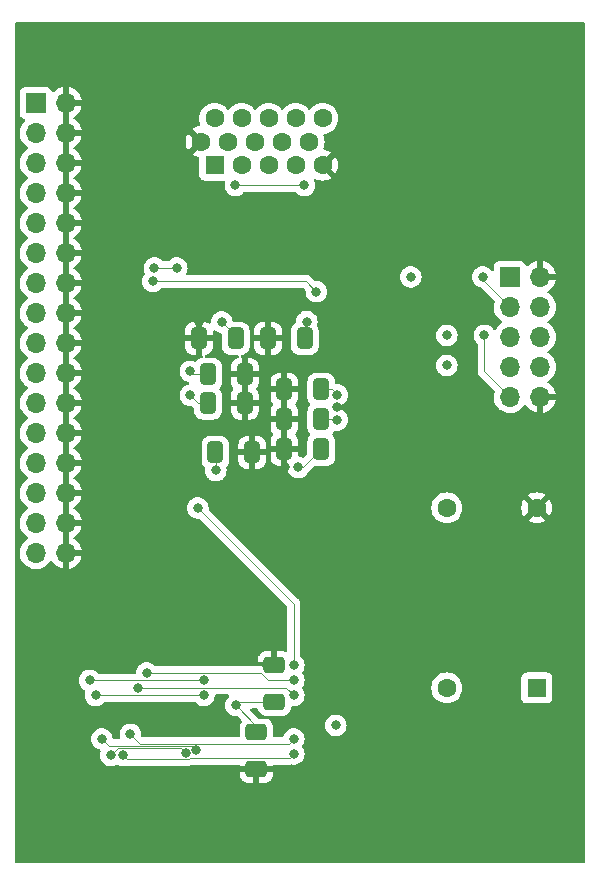
<source format=gbl>
G04 #@! TF.GenerationSoftware,KiCad,Pcbnew,(6.0.1-0)*
G04 #@! TF.CreationDate,2022-03-29T21:42:35-04:00*
G04 #@! TF.ProjectId,G76 Mini,47373620-4d69-46e6-992e-6b696361645f,rev?*
G04 #@! TF.SameCoordinates,Original*
G04 #@! TF.FileFunction,Copper,L4,Bot*
G04 #@! TF.FilePolarity,Positive*
%FSLAX46Y46*%
G04 Gerber Fmt 4.6, Leading zero omitted, Abs format (unit mm)*
G04 Created by KiCad (PCBNEW (6.0.1-0)) date 2022-03-29 21:42:35*
%MOMM*%
%LPD*%
G01*
G04 APERTURE LIST*
G04 Aperture macros list*
%AMRoundRect*
0 Rectangle with rounded corners*
0 $1 Rounding radius*
0 $2 $3 $4 $5 $6 $7 $8 $9 X,Y pos of 4 corners*
0 Add a 4 corners polygon primitive as box body*
4,1,4,$2,$3,$4,$5,$6,$7,$8,$9,$2,$3,0*
0 Add four circle primitives for the rounded corners*
1,1,$1+$1,$2,$3*
1,1,$1+$1,$4,$5*
1,1,$1+$1,$6,$7*
1,1,$1+$1,$8,$9*
0 Add four rect primitives between the rounded corners*
20,1,$1+$1,$2,$3,$4,$5,0*
20,1,$1+$1,$4,$5,$6,$7,0*
20,1,$1+$1,$6,$7,$8,$9,0*
20,1,$1+$1,$8,$9,$2,$3,0*%
G04 Aperture macros list end*
G04 #@! TA.AperFunction,ComponentPad*
%ADD10R,1.600000X1.600000*%
G04 #@! TD*
G04 #@! TA.AperFunction,ComponentPad*
%ADD11C,1.600000*%
G04 #@! TD*
G04 #@! TA.AperFunction,ComponentPad*
%ADD12R,1.700000X1.700000*%
G04 #@! TD*
G04 #@! TA.AperFunction,ComponentPad*
%ADD13O,1.700000X1.700000*%
G04 #@! TD*
G04 #@! TA.AperFunction,SMDPad,CuDef*
%ADD14RoundRect,0.250000X0.412500X0.650000X-0.412500X0.650000X-0.412500X-0.650000X0.412500X-0.650000X0*%
G04 #@! TD*
G04 #@! TA.AperFunction,SMDPad,CuDef*
%ADD15RoundRect,0.250000X-0.412500X-0.650000X0.412500X-0.650000X0.412500X0.650000X-0.412500X0.650000X0*%
G04 #@! TD*
G04 #@! TA.AperFunction,SMDPad,CuDef*
%ADD16RoundRect,0.250000X-0.650000X0.412500X-0.650000X-0.412500X0.650000X-0.412500X0.650000X0.412500X0*%
G04 #@! TD*
G04 #@! TA.AperFunction,SMDPad,CuDef*
%ADD17RoundRect,0.250000X0.650000X-0.412500X0.650000X0.412500X-0.650000X0.412500X-0.650000X-0.412500X0*%
G04 #@! TD*
G04 #@! TA.AperFunction,ViaPad*
%ADD18C,0.800000*%
G04 #@! TD*
G04 #@! TA.AperFunction,Conductor*
%ADD19C,0.090000*%
G04 #@! TD*
G04 APERTURE END LIST*
D10*
X126746000Y-102743000D03*
D11*
X126746000Y-87503000D03*
X119126000Y-87503000D03*
X119126000Y-102743000D03*
D10*
X99459000Y-58479331D03*
D11*
X101749000Y-58479331D03*
X104039000Y-58479331D03*
X106329000Y-58479331D03*
X108619000Y-58479331D03*
X98314000Y-56499331D03*
X100604000Y-56499331D03*
X102894000Y-56499331D03*
X105184000Y-56499331D03*
X107474000Y-56499331D03*
X99459000Y-54519331D03*
X101749000Y-54519331D03*
X104039000Y-54519331D03*
X106329000Y-54519331D03*
X108619000Y-54519331D03*
D12*
X124460000Y-67945000D03*
D13*
X127000000Y-67945000D03*
X124460000Y-70485000D03*
X127000000Y-70485000D03*
X124460000Y-73025000D03*
X127000000Y-73025000D03*
X124460000Y-75565000D03*
X127000000Y-75565000D03*
X124460000Y-78105000D03*
X127000000Y-78105000D03*
D12*
X84323000Y-53213000D03*
D13*
X86863000Y-53213000D03*
X84323000Y-55753000D03*
X86863000Y-55753000D03*
X84323000Y-58293000D03*
X86863000Y-58293000D03*
X84323000Y-60833000D03*
X86863000Y-60833000D03*
X84323000Y-63373000D03*
X86863000Y-63373000D03*
X84323000Y-65913000D03*
X86863000Y-65913000D03*
X84323000Y-68453000D03*
X86863000Y-68453000D03*
X84323000Y-70993000D03*
X86863000Y-70993000D03*
X84323000Y-73533000D03*
X86863000Y-73533000D03*
X84323000Y-76073000D03*
X86863000Y-76073000D03*
X84323000Y-78613000D03*
X86863000Y-78613000D03*
X84323000Y-81153000D03*
X86863000Y-81153000D03*
X84323000Y-83693000D03*
X86863000Y-83693000D03*
X84323000Y-86233000D03*
X86863000Y-86233000D03*
X84323000Y-88773000D03*
X86863000Y-88773000D03*
X84323000Y-91313000D03*
X86863000Y-91313000D03*
D14*
X107099500Y-73152000D03*
X103974500Y-73152000D03*
X101257500Y-73152000D03*
X98132500Y-73152000D03*
X108496500Y-77470000D03*
X105371500Y-77470000D03*
D15*
X99529500Y-82804000D03*
X102654500Y-82804000D03*
D14*
X108496500Y-82550000D03*
X105371500Y-82550000D03*
D15*
X98894500Y-78613000D03*
X102019500Y-78613000D03*
X98894500Y-76200000D03*
X102019500Y-76200000D03*
D16*
X102997000Y-106514500D03*
X102997000Y-109639500D03*
D17*
X104521000Y-103924500D03*
X104521000Y-100799500D03*
D14*
X108496500Y-80010000D03*
X105371500Y-80010000D03*
D18*
X116078000Y-67945000D03*
X100076000Y-71755000D03*
X97409000Y-77978000D03*
X106553000Y-84074000D03*
X109855000Y-77944497D03*
X109728000Y-105918000D03*
X109855000Y-80043503D03*
X101262103Y-104208269D03*
X119126000Y-75438000D03*
X97409000Y-75946000D03*
X119126000Y-72898000D03*
X107271135Y-71737918D03*
X99568000Y-84328000D03*
X97917000Y-83820000D03*
X98171000Y-71755000D03*
X109855000Y-78994000D03*
X101219000Y-84201000D03*
X105537000Y-73152000D03*
X97663000Y-81407000D03*
X105410000Y-84074000D03*
X99060000Y-91313000D03*
X115316000Y-70866000D03*
X94234000Y-78232000D03*
X124079000Y-65278000D03*
X113538000Y-77597000D03*
X94234000Y-76200000D03*
X116713000Y-65024000D03*
X113030000Y-81407000D03*
X109220000Y-75311000D03*
X94361000Y-67183000D03*
X96266000Y-67183000D03*
X94234000Y-68326000D03*
X108076635Y-69202744D03*
X122174000Y-67945000D03*
X122301000Y-72898000D03*
X101219000Y-60198000D03*
X107061000Y-60198000D03*
X88873500Y-102108000D03*
X98552000Y-102108000D03*
X89381500Y-103380716D03*
X98552000Y-103378000D03*
X97918509Y-108006020D03*
X89916000Y-107061000D03*
X97059500Y-108236927D03*
X90678000Y-108458000D03*
X106172000Y-108331000D03*
X91694000Y-108458000D03*
X106172000Y-107061000D03*
X92329000Y-106680000D03*
X106172000Y-103378000D03*
X92964000Y-102743000D03*
X106172000Y-102108000D03*
X93726000Y-101473000D03*
X106172000Y-100838000D03*
X98042135Y-87503000D03*
D19*
X97663000Y-76200000D02*
X97409000Y-75946000D01*
X101262103Y-104208269D02*
X102997000Y-105943166D01*
X101257500Y-72936500D02*
X100076000Y-71755000D01*
X109821497Y-80010000D02*
X109855000Y-80043503D01*
X109380503Y-77470000D02*
X109855000Y-77944497D01*
X102997000Y-105943166D02*
X102997000Y-106514500D01*
X108496500Y-82550000D02*
X106972500Y-84074000D01*
X98044000Y-78613000D02*
X97409000Y-77978000D01*
X99568000Y-82842500D02*
X99568000Y-84328000D01*
X101545872Y-103924500D02*
X101262103Y-104208269D01*
X98894500Y-78613000D02*
X98044000Y-78613000D01*
X98894500Y-76200000D02*
X97663000Y-76200000D01*
X107099500Y-73152000D02*
X107099500Y-71909553D01*
X106972500Y-84074000D02*
X106553000Y-84074000D01*
X108496500Y-80010000D02*
X109821497Y-80010000D01*
X107099500Y-71909553D02*
X107271135Y-71737918D01*
X108496500Y-77470000D02*
X109380503Y-77470000D01*
X104521000Y-103924500D02*
X101545872Y-103924500D01*
X105410000Y-84074000D02*
X105410000Y-82588500D01*
X98171000Y-71755000D02*
X98171000Y-73113500D01*
X105537000Y-73152000D02*
X103974500Y-73152000D01*
X98171000Y-73113500D02*
X98132500Y-73152000D01*
X105410000Y-82588500D02*
X105371500Y-82550000D01*
X94361000Y-67183000D02*
X96266000Y-67183000D01*
X94234000Y-68326000D02*
X107199891Y-68326000D01*
X107199891Y-68326000D02*
X108076635Y-69202744D01*
X122174000Y-68199000D02*
X124460000Y-70485000D01*
X122174000Y-67945000D02*
X122174000Y-68199000D01*
X122301000Y-75946000D02*
X124460000Y-78105000D01*
X122301000Y-72898000D02*
X122301000Y-75946000D01*
X101219000Y-60198000D02*
X107061000Y-60198000D01*
X98552000Y-102108000D02*
X88873500Y-102108000D01*
X89384216Y-103378000D02*
X89381500Y-103380716D01*
X98552000Y-103378000D02*
X89384216Y-103378000D01*
X90506031Y-107651031D02*
X97563520Y-107651031D01*
X97563520Y-107651031D02*
X97918509Y-108006020D01*
X89916000Y-107061000D02*
X90506031Y-107651031D01*
X90678000Y-108458000D02*
X91305458Y-107830542D01*
X96653115Y-107830542D02*
X97059500Y-108236927D01*
X91305458Y-107830542D02*
X96653115Y-107830542D01*
X105823223Y-108679777D02*
X97372550Y-108679777D01*
X106172000Y-108331000D02*
X105823223Y-108679777D01*
X97280899Y-108771428D02*
X92007428Y-108771428D01*
X97372550Y-108679777D02*
X97280899Y-108771428D01*
X92007428Y-108771428D02*
X91694000Y-108458000D01*
X93120520Y-107471520D02*
X92329000Y-106680000D01*
X105761480Y-107471520D02*
X93120520Y-107471520D01*
X106172000Y-107061000D02*
X105761480Y-107471520D01*
X106172000Y-103378000D02*
X105537000Y-102743000D01*
X105537000Y-102743000D02*
X92964000Y-102743000D01*
X103996933Y-102108000D02*
X103361933Y-101473000D01*
X106172000Y-102108000D02*
X103996933Y-102108000D01*
X103361933Y-101473000D02*
X93726000Y-101473000D01*
X106172000Y-95631000D02*
X98044000Y-87503000D01*
X98044000Y-87503000D02*
X98042135Y-87503000D01*
X106172000Y-100838000D02*
X106172000Y-95631000D01*
G04 #@! TA.AperFunction,Conductor*
G36*
X130752121Y-46375002D02*
G01*
X130798614Y-46428658D01*
X130810000Y-46481000D01*
X130810000Y-117476000D01*
X130789998Y-117544121D01*
X130736342Y-117590614D01*
X130684000Y-117602000D01*
X82676000Y-117602000D01*
X82607879Y-117581998D01*
X82561386Y-117528342D01*
X82550000Y-117476000D01*
X82550000Y-110099095D01*
X101589001Y-110099095D01*
X101589338Y-110105614D01*
X101599257Y-110201206D01*
X101602149Y-110214600D01*
X101653588Y-110368784D01*
X101659761Y-110381962D01*
X101745063Y-110519807D01*
X101754099Y-110531208D01*
X101868829Y-110645739D01*
X101880240Y-110654751D01*
X102018243Y-110739816D01*
X102031424Y-110745963D01*
X102185710Y-110797138D01*
X102199086Y-110800005D01*
X102293438Y-110809672D01*
X102299854Y-110810000D01*
X102724885Y-110810000D01*
X102740124Y-110805525D01*
X102741329Y-110804135D01*
X102743000Y-110796452D01*
X102743000Y-110791884D01*
X103251000Y-110791884D01*
X103255475Y-110807123D01*
X103256865Y-110808328D01*
X103264548Y-110809999D01*
X103694095Y-110809999D01*
X103700614Y-110809662D01*
X103796206Y-110799743D01*
X103809600Y-110796851D01*
X103963784Y-110745412D01*
X103976962Y-110739239D01*
X104114807Y-110653937D01*
X104126208Y-110644901D01*
X104240739Y-110530171D01*
X104249751Y-110518760D01*
X104334816Y-110380757D01*
X104340963Y-110367576D01*
X104392138Y-110213290D01*
X104395005Y-110199914D01*
X104404672Y-110105562D01*
X104405000Y-110099146D01*
X104405000Y-109911615D01*
X104400525Y-109896376D01*
X104399135Y-109895171D01*
X104391452Y-109893500D01*
X103269115Y-109893500D01*
X103253876Y-109897975D01*
X103252671Y-109899365D01*
X103251000Y-109907048D01*
X103251000Y-110791884D01*
X102743000Y-110791884D01*
X102743000Y-109911615D01*
X102738525Y-109896376D01*
X102737135Y-109895171D01*
X102729452Y-109893500D01*
X101607116Y-109893500D01*
X101591877Y-109897975D01*
X101590672Y-109899365D01*
X101589001Y-109907048D01*
X101589001Y-110099095D01*
X82550000Y-110099095D01*
X82550000Y-102108000D01*
X87959996Y-102108000D01*
X87979958Y-102297928D01*
X88038973Y-102479556D01*
X88134460Y-102644944D01*
X88138875Y-102649847D01*
X88138879Y-102649852D01*
X88241031Y-102763303D01*
X88262247Y-102786866D01*
X88416748Y-102899118D01*
X88422776Y-102901802D01*
X88422778Y-102901803D01*
X88458109Y-102917533D01*
X88512204Y-102963513D01*
X88532854Y-103031440D01*
X88526694Y-103071573D01*
X88487958Y-103190788D01*
X88467996Y-103380716D01*
X88468686Y-103387281D01*
X88484140Y-103534314D01*
X88487958Y-103570644D01*
X88546973Y-103752272D01*
X88642460Y-103917660D01*
X88646878Y-103922567D01*
X88646879Y-103922568D01*
X88749934Y-104037022D01*
X88770247Y-104059582D01*
X88924748Y-104171834D01*
X88930776Y-104174518D01*
X88930778Y-104174519D01*
X89093181Y-104246825D01*
X89099212Y-104249510D01*
X89192612Y-104269363D01*
X89279556Y-104287844D01*
X89279561Y-104287844D01*
X89286013Y-104289216D01*
X89476987Y-104289216D01*
X89483439Y-104287844D01*
X89483444Y-104287844D01*
X89570387Y-104269363D01*
X89663788Y-104249510D01*
X89669819Y-104246825D01*
X89832222Y-104174519D01*
X89832224Y-104174518D01*
X89838252Y-104171834D01*
X89992753Y-104059582D01*
X90070542Y-103973188D01*
X90130985Y-103935950D01*
X90164176Y-103931500D01*
X97771769Y-103931500D01*
X97839890Y-103951502D01*
X97865404Y-103973189D01*
X97940747Y-104056866D01*
X98095248Y-104169118D01*
X98101276Y-104171802D01*
X98101278Y-104171803D01*
X98183183Y-104208269D01*
X98269712Y-104246794D01*
X98363112Y-104266647D01*
X98450056Y-104285128D01*
X98450061Y-104285128D01*
X98456513Y-104286500D01*
X98647487Y-104286500D01*
X98653939Y-104285128D01*
X98653944Y-104285128D01*
X98740887Y-104266647D01*
X98834288Y-104246794D01*
X98920817Y-104208269D01*
X99002722Y-104171803D01*
X99002724Y-104171802D01*
X99008752Y-104169118D01*
X99163253Y-104056866D01*
X99217366Y-103996767D01*
X99286621Y-103919852D01*
X99286622Y-103919851D01*
X99291040Y-103914944D01*
X99386527Y-103749556D01*
X99445542Y-103567928D01*
X99462211Y-103409330D01*
X99489224Y-103343673D01*
X99547446Y-103303043D01*
X99587521Y-103296500D01*
X100583625Y-103296500D01*
X100651746Y-103316502D01*
X100698239Y-103370158D01*
X100708343Y-103440432D01*
X100678849Y-103505012D01*
X100657689Y-103524434D01*
X100650850Y-103529403D01*
X100646429Y-103534313D01*
X100646428Y-103534314D01*
X100592209Y-103594531D01*
X100523063Y-103671325D01*
X100519762Y-103677043D01*
X100459571Y-103781297D01*
X100427576Y-103836713D01*
X100368561Y-104018341D01*
X100367871Y-104024902D01*
X100367871Y-104024904D01*
X100364512Y-104056866D01*
X100348599Y-104208269D01*
X100349289Y-104214834D01*
X100357270Y-104290765D01*
X100368561Y-104398197D01*
X100427576Y-104579825D01*
X100523063Y-104745213D01*
X100650850Y-104887135D01*
X100805351Y-104999387D01*
X100811379Y-105002071D01*
X100811381Y-105002072D01*
X100923277Y-105051891D01*
X100979815Y-105077063D01*
X101065011Y-105095172D01*
X101160159Y-105115397D01*
X101160164Y-105115397D01*
X101166616Y-105116769D01*
X101335646Y-105116769D01*
X101403767Y-105136771D01*
X101424741Y-105153674D01*
X101736159Y-105465092D01*
X101770185Y-105527404D01*
X101765120Y-105598219D01*
X101748309Y-105628082D01*
X101747695Y-105628697D01*
X101743855Y-105634927D01*
X101743854Y-105634928D01*
X101659670Y-105771500D01*
X101654885Y-105779262D01*
X101599203Y-105947139D01*
X101588500Y-106051600D01*
X101588500Y-106792020D01*
X101568498Y-106860141D01*
X101514842Y-106906634D01*
X101462500Y-106918020D01*
X93401977Y-106918020D01*
X93333856Y-106898018D01*
X93312882Y-106881115D01*
X93272567Y-106840800D01*
X93238541Y-106778488D01*
X93236352Y-106738535D01*
X93241814Y-106686565D01*
X93242504Y-106680000D01*
X93241814Y-106673435D01*
X93223232Y-106496635D01*
X93223232Y-106496633D01*
X93222542Y-106490072D01*
X93163527Y-106308444D01*
X93068040Y-106143056D01*
X93042064Y-106114206D01*
X92944675Y-106006045D01*
X92944674Y-106006044D01*
X92940253Y-106001134D01*
X92825829Y-105918000D01*
X92791094Y-105892763D01*
X92791093Y-105892762D01*
X92785752Y-105888882D01*
X92779724Y-105886198D01*
X92779722Y-105886197D01*
X92617319Y-105813891D01*
X92617318Y-105813891D01*
X92611288Y-105811206D01*
X92517888Y-105791353D01*
X92430944Y-105772872D01*
X92430939Y-105772872D01*
X92424487Y-105771500D01*
X92233513Y-105771500D01*
X92227061Y-105772872D01*
X92227056Y-105772872D01*
X92140113Y-105791353D01*
X92046712Y-105811206D01*
X92040682Y-105813891D01*
X92040681Y-105813891D01*
X91878278Y-105886197D01*
X91878276Y-105886198D01*
X91872248Y-105888882D01*
X91866907Y-105892762D01*
X91866906Y-105892763D01*
X91832171Y-105918000D01*
X91717747Y-106001134D01*
X91713326Y-106006044D01*
X91713325Y-106006045D01*
X91615937Y-106114206D01*
X91589960Y-106143056D01*
X91494473Y-106308444D01*
X91435458Y-106490072D01*
X91434768Y-106496633D01*
X91434768Y-106496635D01*
X91416186Y-106673435D01*
X91415496Y-106680000D01*
X91416186Y-106686565D01*
X91432397Y-106840800D01*
X91435458Y-106869928D01*
X91451085Y-106918020D01*
X91455820Y-106932594D01*
X91457848Y-107003562D01*
X91421185Y-107064360D01*
X91357473Y-107095686D01*
X91335987Y-107097531D01*
X90946795Y-107097531D01*
X90878674Y-107077529D01*
X90832181Y-107023873D01*
X90821485Y-106984702D01*
X90810232Y-106877634D01*
X90810231Y-106877631D01*
X90809542Y-106871072D01*
X90750527Y-106689444D01*
X90745075Y-106680000D01*
X90697077Y-106596866D01*
X90655040Y-106524056D01*
X90527253Y-106382134D01*
X90399831Y-106289556D01*
X90378094Y-106273763D01*
X90378093Y-106273762D01*
X90372752Y-106269882D01*
X90366724Y-106267198D01*
X90366722Y-106267197D01*
X90204319Y-106194891D01*
X90204318Y-106194891D01*
X90198288Y-106192206D01*
X90104887Y-106172353D01*
X90017944Y-106153872D01*
X90017939Y-106153872D01*
X90011487Y-106152500D01*
X89820513Y-106152500D01*
X89814061Y-106153872D01*
X89814056Y-106153872D01*
X89727112Y-106172353D01*
X89633712Y-106192206D01*
X89627682Y-106194891D01*
X89627681Y-106194891D01*
X89465278Y-106267197D01*
X89465276Y-106267198D01*
X89459248Y-106269882D01*
X89453907Y-106273762D01*
X89453906Y-106273763D01*
X89432169Y-106289556D01*
X89304747Y-106382134D01*
X89176960Y-106524056D01*
X89134923Y-106596866D01*
X89086926Y-106680000D01*
X89081473Y-106689444D01*
X89022458Y-106871072D01*
X89021768Y-106877633D01*
X89021768Y-106877635D01*
X89015992Y-106932594D01*
X89002496Y-107061000D01*
X89003186Y-107067565D01*
X89006336Y-107097531D01*
X89022458Y-107250928D01*
X89081473Y-107432556D01*
X89176960Y-107597944D01*
X89304747Y-107739866D01*
X89459248Y-107852118D01*
X89465276Y-107854802D01*
X89465278Y-107854803D01*
X89627681Y-107927109D01*
X89633712Y-107929794D01*
X89740653Y-107952525D01*
X89803126Y-107986253D01*
X89837448Y-108048403D01*
X89834289Y-108114708D01*
X89798849Y-108223782D01*
X89784458Y-108268072D01*
X89764496Y-108458000D01*
X89784458Y-108647928D01*
X89843473Y-108829556D01*
X89938960Y-108994944D01*
X90066747Y-109136866D01*
X90149664Y-109197109D01*
X90206122Y-109238128D01*
X90221248Y-109249118D01*
X90227276Y-109251802D01*
X90227278Y-109251803D01*
X90389681Y-109324109D01*
X90395712Y-109326794D01*
X90489113Y-109346647D01*
X90576056Y-109365128D01*
X90576061Y-109365128D01*
X90582513Y-109366500D01*
X90773487Y-109366500D01*
X90779939Y-109365128D01*
X90779944Y-109365128D01*
X90866887Y-109346647D01*
X90960288Y-109326794D01*
X90985669Y-109315494D01*
X91036139Y-109293023D01*
X91134752Y-109249118D01*
X91205118Y-109239684D01*
X91237247Y-109249118D01*
X91237248Y-109249118D01*
X91335861Y-109293023D01*
X91386332Y-109315494D01*
X91411712Y-109326794D01*
X91505113Y-109346647D01*
X91592056Y-109365128D01*
X91592061Y-109365128D01*
X91598513Y-109366500D01*
X91789487Y-109366500D01*
X91795939Y-109365128D01*
X91795944Y-109365128D01*
X91963239Y-109329568D01*
X92002605Y-109327505D01*
X92016432Y-109328958D01*
X92016434Y-109328958D01*
X92024978Y-109329856D01*
X92033450Y-109328423D01*
X92033451Y-109328423D01*
X92043678Y-109326693D01*
X92064692Y-109324928D01*
X97265854Y-109324928D01*
X97271129Y-109325039D01*
X97333478Y-109327652D01*
X97341842Y-109325690D01*
X97341845Y-109325690D01*
X97376096Y-109317657D01*
X97387764Y-109315494D01*
X97422636Y-109310717D01*
X97422637Y-109310717D01*
X97431146Y-109309551D01*
X97445082Y-109303520D01*
X97466344Y-109296489D01*
X97481121Y-109293023D01*
X97519493Y-109271928D01*
X97530132Y-109266715D01*
X97570322Y-109249323D01*
X97570533Y-109249810D01*
X97629748Y-109233277D01*
X101463000Y-109233277D01*
X101531121Y-109253279D01*
X101577614Y-109306935D01*
X101589000Y-109359277D01*
X101589000Y-109367385D01*
X101593475Y-109382624D01*
X101594865Y-109383829D01*
X101602548Y-109385500D01*
X104386884Y-109385500D01*
X104402123Y-109381025D01*
X104403328Y-109379635D01*
X104404999Y-109371952D01*
X104404999Y-109359277D01*
X104425001Y-109291156D01*
X104478657Y-109244663D01*
X104530999Y-109233277D01*
X105808178Y-109233277D01*
X105813453Y-109233388D01*
X105875802Y-109236001D01*
X105884166Y-109234039D01*
X105884169Y-109234039D01*
X105918420Y-109226006D01*
X105930081Y-109223844D01*
X105952548Y-109220766D01*
X105995846Y-109222354D01*
X106070049Y-109238127D01*
X106070058Y-109238128D01*
X106076513Y-109239500D01*
X106267487Y-109239500D01*
X106273939Y-109238128D01*
X106273944Y-109238128D01*
X106370061Y-109217697D01*
X106454288Y-109199794D01*
X106586906Y-109140749D01*
X106622722Y-109124803D01*
X106622724Y-109124802D01*
X106628752Y-109122118D01*
X106783253Y-109009866D01*
X106911040Y-108867944D01*
X107006527Y-108702556D01*
X107065542Y-108520928D01*
X107085504Y-108331000D01*
X107065542Y-108141072D01*
X107006527Y-107959444D01*
X106911040Y-107794056D01*
X106898662Y-107780309D01*
X106867946Y-107716303D01*
X106876710Y-107645850D01*
X106898661Y-107611693D01*
X106911040Y-107597944D01*
X107006527Y-107432556D01*
X107065542Y-107250928D01*
X107081665Y-107097531D01*
X107084814Y-107067565D01*
X107085504Y-107061000D01*
X107072008Y-106932594D01*
X107066232Y-106877635D01*
X107066232Y-106877633D01*
X107065542Y-106871072D01*
X107006527Y-106689444D01*
X107001075Y-106680000D01*
X106953077Y-106596866D01*
X106911040Y-106524056D01*
X106783253Y-106382134D01*
X106655831Y-106289556D01*
X106634094Y-106273763D01*
X106634093Y-106273762D01*
X106628752Y-106269882D01*
X106622724Y-106267198D01*
X106622722Y-106267197D01*
X106460319Y-106194891D01*
X106460318Y-106194891D01*
X106454288Y-106192206D01*
X106360887Y-106172353D01*
X106273944Y-106153872D01*
X106273939Y-106153872D01*
X106267487Y-106152500D01*
X106076513Y-106152500D01*
X106070061Y-106153872D01*
X106070056Y-106153872D01*
X105983112Y-106172353D01*
X105889712Y-106192206D01*
X105883682Y-106194891D01*
X105883681Y-106194891D01*
X105721278Y-106267197D01*
X105721276Y-106267198D01*
X105715248Y-106269882D01*
X105709907Y-106273762D01*
X105709906Y-106273763D01*
X105688169Y-106289556D01*
X105560747Y-106382134D01*
X105432960Y-106524056D01*
X105390923Y-106596866D01*
X105342926Y-106680000D01*
X105337473Y-106689444D01*
X105292941Y-106826500D01*
X105291493Y-106830956D01*
X105251420Y-106889562D01*
X105186023Y-106917199D01*
X105171660Y-106918020D01*
X104531500Y-106918020D01*
X104463379Y-106898018D01*
X104416886Y-106844362D01*
X104405500Y-106792020D01*
X104405500Y-106051600D01*
X104405163Y-106048350D01*
X104395238Y-105952692D01*
X104395237Y-105952688D01*
X104394526Y-105945834D01*
X104385240Y-105918000D01*
X108814496Y-105918000D01*
X108815186Y-105924565D01*
X108828202Y-106048402D01*
X108834458Y-106107928D01*
X108893473Y-106289556D01*
X108988960Y-106454944D01*
X108993378Y-106459851D01*
X108993379Y-106459852D01*
X109020589Y-106490072D01*
X109116747Y-106596866D01*
X109215843Y-106668864D01*
X109252820Y-106695729D01*
X109271248Y-106709118D01*
X109277276Y-106711802D01*
X109277278Y-106711803D01*
X109427056Y-106778488D01*
X109445712Y-106786794D01*
X109539113Y-106806647D01*
X109626056Y-106825128D01*
X109626061Y-106825128D01*
X109632513Y-106826500D01*
X109823487Y-106826500D01*
X109829939Y-106825128D01*
X109829944Y-106825128D01*
X109916887Y-106806647D01*
X110010288Y-106786794D01*
X110028944Y-106778488D01*
X110178722Y-106711803D01*
X110178724Y-106711802D01*
X110184752Y-106709118D01*
X110203181Y-106695729D01*
X110240157Y-106668864D01*
X110339253Y-106596866D01*
X110435411Y-106490072D01*
X110462621Y-106459852D01*
X110462622Y-106459851D01*
X110467040Y-106454944D01*
X110562527Y-106289556D01*
X110621542Y-106107928D01*
X110627799Y-106048402D01*
X110640814Y-105924565D01*
X110641504Y-105918000D01*
X110630280Y-105811206D01*
X110622232Y-105734635D01*
X110622232Y-105734633D01*
X110621542Y-105728072D01*
X110562527Y-105546444D01*
X110537269Y-105502695D01*
X110470341Y-105386774D01*
X110467040Y-105381056D01*
X110442862Y-105354203D01*
X110343675Y-105244045D01*
X110343674Y-105244044D01*
X110339253Y-105239134D01*
X110184752Y-105126882D01*
X110178724Y-105124198D01*
X110178722Y-105124197D01*
X110016319Y-105051891D01*
X110016318Y-105051891D01*
X110010288Y-105049206D01*
X109913110Y-105028550D01*
X109829944Y-105010872D01*
X109829939Y-105010872D01*
X109823487Y-105009500D01*
X109632513Y-105009500D01*
X109626061Y-105010872D01*
X109626056Y-105010872D01*
X109542890Y-105028550D01*
X109445712Y-105049206D01*
X109439682Y-105051891D01*
X109439681Y-105051891D01*
X109277278Y-105124197D01*
X109277276Y-105124198D01*
X109271248Y-105126882D01*
X109116747Y-105239134D01*
X109112326Y-105244044D01*
X109112325Y-105244045D01*
X109013139Y-105354203D01*
X108988960Y-105381056D01*
X108985659Y-105386774D01*
X108918732Y-105502695D01*
X108893473Y-105546444D01*
X108834458Y-105728072D01*
X108833768Y-105734633D01*
X108833768Y-105734635D01*
X108825720Y-105811206D01*
X108814496Y-105918000D01*
X104385240Y-105918000D01*
X104374630Y-105886197D01*
X104340868Y-105785002D01*
X104338550Y-105778054D01*
X104245478Y-105627652D01*
X104120303Y-105502695D01*
X103969738Y-105409885D01*
X103868024Y-105376148D01*
X103808389Y-105356368D01*
X103808387Y-105356368D01*
X103801861Y-105354203D01*
X103795025Y-105353503D01*
X103795022Y-105353502D01*
X103751969Y-105349091D01*
X103697400Y-105343500D01*
X103232291Y-105343500D01*
X103164170Y-105323498D01*
X103143196Y-105306595D01*
X102529696Y-104693095D01*
X102495670Y-104630783D01*
X102500735Y-104559968D01*
X102543282Y-104503132D01*
X102609802Y-104478321D01*
X102618791Y-104478000D01*
X103027624Y-104478000D01*
X103095745Y-104498002D01*
X103142238Y-104551658D01*
X103147145Y-104564116D01*
X103179450Y-104660946D01*
X103272522Y-104811348D01*
X103397697Y-104936305D01*
X103403927Y-104940145D01*
X103403928Y-104940146D01*
X103541090Y-105024694D01*
X103548262Y-105029115D01*
X103608835Y-105049206D01*
X103709611Y-105082632D01*
X103709613Y-105082632D01*
X103716139Y-105084797D01*
X103722975Y-105085497D01*
X103722978Y-105085498D01*
X103766031Y-105089909D01*
X103820600Y-105095500D01*
X105221400Y-105095500D01*
X105224646Y-105095163D01*
X105224650Y-105095163D01*
X105320308Y-105085238D01*
X105320312Y-105085237D01*
X105327166Y-105084526D01*
X105333702Y-105082345D01*
X105333704Y-105082345D01*
X105465806Y-105038272D01*
X105494946Y-105028550D01*
X105645348Y-104935478D01*
X105770305Y-104810303D01*
X105813952Y-104739495D01*
X105859275Y-104665968D01*
X105859276Y-104665966D01*
X105863115Y-104659738D01*
X105918797Y-104491861D01*
X105928488Y-104397274D01*
X105955329Y-104331547D01*
X106013444Y-104290765D01*
X106066998Y-104284807D01*
X106070063Y-104285129D01*
X106076513Y-104286500D01*
X106267487Y-104286500D01*
X106273939Y-104285128D01*
X106273944Y-104285128D01*
X106360887Y-104266647D01*
X106454288Y-104246794D01*
X106540817Y-104208269D01*
X106622722Y-104171803D01*
X106622724Y-104171802D01*
X106628752Y-104169118D01*
X106783253Y-104056866D01*
X106837366Y-103996767D01*
X106906621Y-103919852D01*
X106906622Y-103919851D01*
X106911040Y-103914944D01*
X107006527Y-103749556D01*
X107065542Y-103567928D01*
X107070114Y-103524434D01*
X107084814Y-103384565D01*
X107085504Y-103378000D01*
X107065542Y-103188072D01*
X107006527Y-103006444D01*
X106984184Y-102967744D01*
X106914341Y-102846774D01*
X106911040Y-102841056D01*
X106898662Y-102827309D01*
X106867946Y-102763303D01*
X106870472Y-102743000D01*
X117812502Y-102743000D01*
X117832457Y-102971087D01*
X117833881Y-102976400D01*
X117833881Y-102976402D01*
X117848629Y-103031440D01*
X117891716Y-103192243D01*
X117894039Y-103197224D01*
X117894039Y-103197225D01*
X117986151Y-103394762D01*
X117986154Y-103394767D01*
X117988477Y-103399749D01*
X117991634Y-103404257D01*
X118106238Y-103567928D01*
X118119802Y-103587300D01*
X118281700Y-103749198D01*
X118286208Y-103752355D01*
X118286211Y-103752357D01*
X118294263Y-103757995D01*
X118469251Y-103880523D01*
X118474233Y-103882846D01*
X118474238Y-103882849D01*
X118667977Y-103973190D01*
X118676757Y-103977284D01*
X118682065Y-103978706D01*
X118682067Y-103978707D01*
X118892598Y-104035119D01*
X118892600Y-104035119D01*
X118897913Y-104036543D01*
X119126000Y-104056498D01*
X119354087Y-104036543D01*
X119359400Y-104035119D01*
X119359402Y-104035119D01*
X119569933Y-103978707D01*
X119569935Y-103978706D01*
X119575243Y-103977284D01*
X119584023Y-103973190D01*
X119777762Y-103882849D01*
X119777767Y-103882846D01*
X119782749Y-103880523D01*
X119957737Y-103757995D01*
X119965789Y-103752357D01*
X119965792Y-103752355D01*
X119970300Y-103749198D01*
X120128364Y-103591134D01*
X125437500Y-103591134D01*
X125444255Y-103653316D01*
X125495385Y-103789705D01*
X125582739Y-103906261D01*
X125699295Y-103993615D01*
X125835684Y-104044745D01*
X125897866Y-104051500D01*
X127594134Y-104051500D01*
X127656316Y-104044745D01*
X127792705Y-103993615D01*
X127909261Y-103906261D01*
X127996615Y-103789705D01*
X128047745Y-103653316D01*
X128054500Y-103591134D01*
X128054500Y-101894866D01*
X128047745Y-101832684D01*
X127996615Y-101696295D01*
X127909261Y-101579739D01*
X127792705Y-101492385D01*
X127656316Y-101441255D01*
X127594134Y-101434500D01*
X125897866Y-101434500D01*
X125835684Y-101441255D01*
X125699295Y-101492385D01*
X125582739Y-101579739D01*
X125495385Y-101696295D01*
X125444255Y-101832684D01*
X125437500Y-101894866D01*
X125437500Y-103591134D01*
X120128364Y-103591134D01*
X120132198Y-103587300D01*
X120145763Y-103567928D01*
X120260366Y-103404257D01*
X120263523Y-103399749D01*
X120265846Y-103394767D01*
X120265849Y-103394762D01*
X120357961Y-103197225D01*
X120357961Y-103197224D01*
X120360284Y-103192243D01*
X120403372Y-103031440D01*
X120418119Y-102976402D01*
X120418119Y-102976400D01*
X120419543Y-102971087D01*
X120439498Y-102743000D01*
X120419543Y-102514913D01*
X120360284Y-102293757D01*
X120357961Y-102288775D01*
X120265849Y-102091238D01*
X120265846Y-102091233D01*
X120263523Y-102086251D01*
X120150358Y-101924635D01*
X120135357Y-101903211D01*
X120135355Y-101903208D01*
X120132198Y-101898700D01*
X119970300Y-101736802D01*
X119965792Y-101733645D01*
X119965789Y-101733643D01*
X119887611Y-101678902D01*
X119782749Y-101605477D01*
X119777767Y-101603154D01*
X119777762Y-101603151D01*
X119580225Y-101511039D01*
X119580224Y-101511039D01*
X119575243Y-101508716D01*
X119569935Y-101507294D01*
X119569933Y-101507293D01*
X119359402Y-101450881D01*
X119359400Y-101450881D01*
X119354087Y-101449457D01*
X119126000Y-101429502D01*
X118897913Y-101449457D01*
X118892600Y-101450881D01*
X118892598Y-101450881D01*
X118682067Y-101507293D01*
X118682065Y-101507294D01*
X118676757Y-101508716D01*
X118671776Y-101511039D01*
X118671775Y-101511039D01*
X118474238Y-101603151D01*
X118474233Y-101603154D01*
X118469251Y-101605477D01*
X118364389Y-101678902D01*
X118286211Y-101733643D01*
X118286208Y-101733645D01*
X118281700Y-101736802D01*
X118119802Y-101898700D01*
X118116645Y-101903208D01*
X118116643Y-101903211D01*
X118101642Y-101924635D01*
X117988477Y-102086251D01*
X117986154Y-102091233D01*
X117986151Y-102091238D01*
X117894039Y-102288775D01*
X117891716Y-102293757D01*
X117832457Y-102514913D01*
X117812502Y-102743000D01*
X106870472Y-102743000D01*
X106876710Y-102692850D01*
X106898661Y-102658693D01*
X106911040Y-102644944D01*
X107006527Y-102479556D01*
X107065542Y-102297928D01*
X107085504Y-102108000D01*
X107065542Y-101918072D01*
X107006527Y-101736444D01*
X106911040Y-101571056D01*
X106898662Y-101557309D01*
X106867946Y-101493303D01*
X106876710Y-101422850D01*
X106898661Y-101388693D01*
X106911040Y-101374944D01*
X107006527Y-101209556D01*
X107065542Y-101027928D01*
X107072409Y-100962598D01*
X107084814Y-100844565D01*
X107085504Y-100838000D01*
X107080485Y-100790251D01*
X107066232Y-100654635D01*
X107066232Y-100654633D01*
X107065542Y-100648072D01*
X107006527Y-100466444D01*
X106911040Y-100301056D01*
X106783253Y-100159134D01*
X106777439Y-100154910D01*
X106777233Y-100154643D01*
X106773002Y-100150833D01*
X106773699Y-100150059D01*
X106734086Y-100098689D01*
X106725500Y-100052974D01*
X106725500Y-95646045D01*
X106725611Y-95640769D01*
X106727864Y-95587006D01*
X106728224Y-95578421D01*
X106718229Y-95535803D01*
X106716066Y-95524135D01*
X106711289Y-95489263D01*
X106711289Y-95489262D01*
X106710123Y-95480753D01*
X106704092Y-95466817D01*
X106697061Y-95445555D01*
X106693595Y-95430778D01*
X106672500Y-95392406D01*
X106667285Y-95381762D01*
X106653306Y-95349459D01*
X106649895Y-95341576D01*
X106640344Y-95329782D01*
X106627848Y-95311186D01*
X106623715Y-95303668D01*
X106620537Y-95297887D01*
X106613489Y-95289722D01*
X106588806Y-95265039D01*
X106579980Y-95255238D01*
X106559865Y-95230398D01*
X106554459Y-95223722D01*
X106538993Y-95212731D01*
X106522887Y-95199120D01*
X98985879Y-87662112D01*
X98951853Y-87599800D01*
X98949664Y-87559846D01*
X98954949Y-87509565D01*
X98955639Y-87503000D01*
X117812502Y-87503000D01*
X117832457Y-87731087D01*
X117833881Y-87736400D01*
X117833881Y-87736402D01*
X117889941Y-87945617D01*
X117891716Y-87952243D01*
X117894039Y-87957224D01*
X117894039Y-87957225D01*
X117986151Y-88154762D01*
X117986154Y-88154767D01*
X117988477Y-88159749D01*
X118027312Y-88215211D01*
X118113903Y-88338875D01*
X118119802Y-88347300D01*
X118281700Y-88509198D01*
X118286208Y-88512355D01*
X118286211Y-88512357D01*
X118340487Y-88550361D01*
X118469251Y-88640523D01*
X118474233Y-88642846D01*
X118474238Y-88642849D01*
X118671775Y-88734961D01*
X118676757Y-88737284D01*
X118682065Y-88738706D01*
X118682067Y-88738707D01*
X118892598Y-88795119D01*
X118892600Y-88795119D01*
X118897913Y-88796543D01*
X119126000Y-88816498D01*
X119354087Y-88796543D01*
X119359400Y-88795119D01*
X119359402Y-88795119D01*
X119569933Y-88738707D01*
X119569935Y-88738706D01*
X119575243Y-88737284D01*
X119580225Y-88734961D01*
X119777762Y-88642849D01*
X119777767Y-88642846D01*
X119782749Y-88640523D01*
X119856243Y-88589062D01*
X126024493Y-88589062D01*
X126033789Y-88601077D01*
X126084994Y-88636931D01*
X126094489Y-88642414D01*
X126291947Y-88734490D01*
X126302239Y-88738236D01*
X126512688Y-88794625D01*
X126523481Y-88796528D01*
X126740525Y-88815517D01*
X126751475Y-88815517D01*
X126968519Y-88796528D01*
X126979312Y-88794625D01*
X127189761Y-88738236D01*
X127200053Y-88734490D01*
X127397511Y-88642414D01*
X127407006Y-88636931D01*
X127459048Y-88600491D01*
X127467424Y-88590012D01*
X127460356Y-88576566D01*
X126758812Y-87875022D01*
X126744868Y-87867408D01*
X126743035Y-87867539D01*
X126736420Y-87871790D01*
X126030923Y-88577287D01*
X126024493Y-88589062D01*
X119856243Y-88589062D01*
X119911513Y-88550361D01*
X119965789Y-88512357D01*
X119965792Y-88512355D01*
X119970300Y-88509198D01*
X120132198Y-88347300D01*
X120138098Y-88338875D01*
X120224688Y-88215211D01*
X120263523Y-88159749D01*
X120265846Y-88154767D01*
X120265849Y-88154762D01*
X120357961Y-87957225D01*
X120357961Y-87957224D01*
X120360284Y-87952243D01*
X120362060Y-87945617D01*
X120418119Y-87736402D01*
X120418119Y-87736400D01*
X120419543Y-87731087D01*
X120439019Y-87508475D01*
X125433483Y-87508475D01*
X125452472Y-87725519D01*
X125454375Y-87736312D01*
X125510764Y-87946761D01*
X125514510Y-87957053D01*
X125606586Y-88154511D01*
X125612069Y-88164006D01*
X125648509Y-88216048D01*
X125658988Y-88224424D01*
X125672434Y-88217356D01*
X126373978Y-87515812D01*
X126380356Y-87504132D01*
X127110408Y-87504132D01*
X127110539Y-87505965D01*
X127114790Y-87512580D01*
X127820287Y-88218077D01*
X127832062Y-88224507D01*
X127844077Y-88215211D01*
X127879931Y-88164006D01*
X127885414Y-88154511D01*
X127977490Y-87957053D01*
X127981236Y-87946761D01*
X128037625Y-87736312D01*
X128039528Y-87725519D01*
X128058517Y-87508475D01*
X128058517Y-87497525D01*
X128039528Y-87280481D01*
X128037625Y-87269688D01*
X127981236Y-87059239D01*
X127977490Y-87048947D01*
X127885414Y-86851489D01*
X127879931Y-86841994D01*
X127843491Y-86789952D01*
X127833012Y-86781576D01*
X127819566Y-86788644D01*
X127118022Y-87490188D01*
X127110408Y-87504132D01*
X126380356Y-87504132D01*
X126381592Y-87501868D01*
X126381461Y-87500035D01*
X126377210Y-87493420D01*
X125671713Y-86787923D01*
X125659938Y-86781493D01*
X125647923Y-86790789D01*
X125612069Y-86841994D01*
X125606586Y-86851489D01*
X125514510Y-87048947D01*
X125510764Y-87059239D01*
X125454375Y-87269688D01*
X125452472Y-87280481D01*
X125433483Y-87497525D01*
X125433483Y-87508475D01*
X120439019Y-87508475D01*
X120439498Y-87503000D01*
X120419543Y-87274913D01*
X120382981Y-87138461D01*
X120361707Y-87059067D01*
X120361706Y-87059065D01*
X120360284Y-87053757D01*
X120354661Y-87041699D01*
X120265849Y-86851238D01*
X120265846Y-86851233D01*
X120263523Y-86846251D01*
X120169437Y-86711882D01*
X120135357Y-86663211D01*
X120135355Y-86663208D01*
X120132198Y-86658700D01*
X119970300Y-86496802D01*
X119965792Y-86493645D01*
X119965789Y-86493643D01*
X119854886Y-86415988D01*
X126024576Y-86415988D01*
X126031644Y-86429434D01*
X126733188Y-87130978D01*
X126747132Y-87138592D01*
X126748965Y-87138461D01*
X126755580Y-87134210D01*
X127461077Y-86428713D01*
X127467507Y-86416938D01*
X127458211Y-86404923D01*
X127407006Y-86369069D01*
X127397511Y-86363586D01*
X127200053Y-86271510D01*
X127189761Y-86267764D01*
X126979312Y-86211375D01*
X126968519Y-86209472D01*
X126751475Y-86190483D01*
X126740525Y-86190483D01*
X126523481Y-86209472D01*
X126512688Y-86211375D01*
X126302239Y-86267764D01*
X126291947Y-86271510D01*
X126094489Y-86363586D01*
X126084994Y-86369069D01*
X126032952Y-86405509D01*
X126024576Y-86415988D01*
X119854886Y-86415988D01*
X119839920Y-86405509D01*
X119782749Y-86365477D01*
X119777767Y-86363154D01*
X119777762Y-86363151D01*
X119580225Y-86271039D01*
X119580224Y-86271039D01*
X119575243Y-86268716D01*
X119569935Y-86267294D01*
X119569933Y-86267293D01*
X119359402Y-86210881D01*
X119359400Y-86210881D01*
X119354087Y-86209457D01*
X119126000Y-86189502D01*
X118897913Y-86209457D01*
X118892600Y-86210881D01*
X118892598Y-86210881D01*
X118682067Y-86267293D01*
X118682065Y-86267294D01*
X118676757Y-86268716D01*
X118671776Y-86271039D01*
X118671775Y-86271039D01*
X118474238Y-86363151D01*
X118474233Y-86363154D01*
X118469251Y-86365477D01*
X118412080Y-86405509D01*
X118286211Y-86493643D01*
X118286208Y-86493645D01*
X118281700Y-86496802D01*
X118119802Y-86658700D01*
X118116645Y-86663208D01*
X118116643Y-86663211D01*
X118082563Y-86711882D01*
X117988477Y-86846251D01*
X117986154Y-86851233D01*
X117986151Y-86851238D01*
X117897339Y-87041699D01*
X117891716Y-87053757D01*
X117890294Y-87059065D01*
X117890293Y-87059067D01*
X117869019Y-87138461D01*
X117832457Y-87274913D01*
X117812502Y-87503000D01*
X98955639Y-87503000D01*
X98935677Y-87313072D01*
X98876662Y-87131444D01*
X98781175Y-86966056D01*
X98754050Y-86935930D01*
X98657810Y-86829045D01*
X98657809Y-86829044D01*
X98653388Y-86824134D01*
X98498887Y-86711882D01*
X98492859Y-86709198D01*
X98492857Y-86709197D01*
X98330454Y-86636891D01*
X98330453Y-86636891D01*
X98324423Y-86634206D01*
X98231022Y-86614353D01*
X98144079Y-86595872D01*
X98144074Y-86595872D01*
X98137622Y-86594500D01*
X97946648Y-86594500D01*
X97940196Y-86595872D01*
X97940191Y-86595872D01*
X97853248Y-86614353D01*
X97759847Y-86634206D01*
X97753817Y-86636891D01*
X97753816Y-86636891D01*
X97591413Y-86709197D01*
X97591411Y-86709198D01*
X97585383Y-86711882D01*
X97430882Y-86824134D01*
X97426461Y-86829044D01*
X97426460Y-86829045D01*
X97330221Y-86935930D01*
X97303095Y-86966056D01*
X97207608Y-87131444D01*
X97148593Y-87313072D01*
X97128631Y-87503000D01*
X97129321Y-87509565D01*
X97143159Y-87641222D01*
X97148593Y-87692928D01*
X97207608Y-87874556D01*
X97210911Y-87880278D01*
X97210912Y-87880279D01*
X97229063Y-87911717D01*
X97303095Y-88039944D01*
X97307513Y-88044851D01*
X97307514Y-88044852D01*
X97356881Y-88099680D01*
X97430882Y-88181866D01*
X97585383Y-88294118D01*
X97591411Y-88296802D01*
X97591413Y-88296803D01*
X97685909Y-88338875D01*
X97759847Y-88371794D01*
X97853247Y-88391647D01*
X97940191Y-88410128D01*
X97940196Y-88410128D01*
X97946648Y-88411500D01*
X98117543Y-88411500D01*
X98185664Y-88431502D01*
X98206638Y-88448405D01*
X105581595Y-95823362D01*
X105615621Y-95885674D01*
X105618500Y-95912457D01*
X105618500Y-99562252D01*
X105598498Y-99630373D01*
X105544842Y-99676866D01*
X105474568Y-99686970D01*
X105452832Y-99681845D01*
X105332290Y-99641862D01*
X105318914Y-99638995D01*
X105224562Y-99629328D01*
X105218145Y-99629000D01*
X104793115Y-99629000D01*
X104777876Y-99633475D01*
X104776671Y-99634865D01*
X104775000Y-99642548D01*
X104775000Y-100927500D01*
X104754998Y-100995621D01*
X104701342Y-101042114D01*
X104649000Y-101053500D01*
X103771679Y-101053500D01*
X103705281Y-101034585D01*
X103680862Y-101019444D01*
X103671081Y-101012722D01*
X103643047Y-100991443D01*
X103643042Y-100991440D01*
X103636203Y-100986249D01*
X103622089Y-100980661D01*
X103602076Y-100970595D01*
X103596479Y-100967125D01*
X103596480Y-100967125D01*
X103589178Y-100962598D01*
X103547135Y-100950383D01*
X103535908Y-100946539D01*
X103503192Y-100933586D01*
X103503183Y-100933584D01*
X103495202Y-100930424D01*
X103486661Y-100929526D01*
X103486656Y-100929525D01*
X103480105Y-100928836D01*
X103458132Y-100924525D01*
X103449898Y-100922133D01*
X103449887Y-100922131D01*
X103443550Y-100920290D01*
X103435807Y-100919721D01*
X103435098Y-100919669D01*
X103435090Y-100919669D01*
X103432793Y-100919500D01*
X103397875Y-100919500D01*
X103384704Y-100918810D01*
X103352927Y-100915470D01*
X103344383Y-100914572D01*
X103335911Y-100916005D01*
X103335910Y-100916005D01*
X103325683Y-100917735D01*
X103304669Y-100919500D01*
X94506231Y-100919500D01*
X94438110Y-100899498D01*
X94412595Y-100877810D01*
X94341675Y-100799045D01*
X94341674Y-100799044D01*
X94337253Y-100794134D01*
X94182752Y-100681882D01*
X94176724Y-100679198D01*
X94176722Y-100679197D01*
X94014319Y-100606891D01*
X94014318Y-100606891D01*
X94008288Y-100604206D01*
X93914888Y-100584353D01*
X93827944Y-100565872D01*
X93827939Y-100565872D01*
X93821487Y-100564500D01*
X93630513Y-100564500D01*
X93624061Y-100565872D01*
X93624056Y-100565872D01*
X93537112Y-100584353D01*
X93443712Y-100604206D01*
X93437682Y-100606891D01*
X93437681Y-100606891D01*
X93275278Y-100679197D01*
X93275276Y-100679198D01*
X93269248Y-100681882D01*
X93114747Y-100794134D01*
X93110326Y-100799044D01*
X93110325Y-100799045D01*
X92992841Y-100929525D01*
X92986960Y-100936056D01*
X92971636Y-100962598D01*
X92919154Y-101053500D01*
X92891473Y-101101444D01*
X92832458Y-101283072D01*
X92831768Y-101289633D01*
X92831768Y-101289635D01*
X92823403Y-101369226D01*
X92815833Y-101441255D01*
X92815789Y-101441670D01*
X92788776Y-101507327D01*
X92730554Y-101547957D01*
X92690479Y-101554500D01*
X89653731Y-101554500D01*
X89585610Y-101534498D01*
X89560095Y-101512810D01*
X89558501Y-101511039D01*
X89498165Y-101444029D01*
X89489175Y-101434045D01*
X89489174Y-101434044D01*
X89484753Y-101429134D01*
X89330252Y-101316882D01*
X89324224Y-101314198D01*
X89324222Y-101314197D01*
X89161819Y-101241891D01*
X89161818Y-101241891D01*
X89155788Y-101239206D01*
X89043221Y-101215279D01*
X88975444Y-101200872D01*
X88975439Y-101200872D01*
X88968987Y-101199500D01*
X88778013Y-101199500D01*
X88771561Y-101200872D01*
X88771556Y-101200872D01*
X88703779Y-101215279D01*
X88591212Y-101239206D01*
X88585182Y-101241891D01*
X88585181Y-101241891D01*
X88422778Y-101314197D01*
X88422776Y-101314198D01*
X88416748Y-101316882D01*
X88262247Y-101429134D01*
X88257826Y-101434044D01*
X88257825Y-101434045D01*
X88205296Y-101492385D01*
X88134460Y-101571056D01*
X88038973Y-101736444D01*
X87979958Y-101918072D01*
X87959996Y-102108000D01*
X82550000Y-102108000D01*
X82550000Y-100527385D01*
X103113000Y-100527385D01*
X103117475Y-100542624D01*
X103118865Y-100543829D01*
X103126548Y-100545500D01*
X104248885Y-100545500D01*
X104264124Y-100541025D01*
X104265329Y-100539635D01*
X104267000Y-100531952D01*
X104267000Y-99647116D01*
X104262525Y-99631877D01*
X104261135Y-99630672D01*
X104253452Y-99629001D01*
X103823905Y-99629001D01*
X103817386Y-99629338D01*
X103721794Y-99639257D01*
X103708400Y-99642149D01*
X103554216Y-99693588D01*
X103541038Y-99699761D01*
X103403193Y-99785063D01*
X103391792Y-99794099D01*
X103277261Y-99908829D01*
X103268249Y-99920240D01*
X103183184Y-100058243D01*
X103177037Y-100071424D01*
X103125862Y-100225710D01*
X103122995Y-100239086D01*
X103113328Y-100333438D01*
X103113000Y-100339855D01*
X103113000Y-100527385D01*
X82550000Y-100527385D01*
X82550000Y-91279695D01*
X82960251Y-91279695D01*
X82973110Y-91502715D01*
X82974247Y-91507761D01*
X82974248Y-91507767D01*
X82987597Y-91567000D01*
X83022222Y-91720639D01*
X83106266Y-91927616D01*
X83222987Y-92118088D01*
X83369250Y-92286938D01*
X83541126Y-92429632D01*
X83734000Y-92542338D01*
X83942692Y-92622030D01*
X83947760Y-92623061D01*
X83947763Y-92623062D01*
X84042862Y-92642410D01*
X84161597Y-92666567D01*
X84166772Y-92666757D01*
X84166774Y-92666757D01*
X84379673Y-92674564D01*
X84379677Y-92674564D01*
X84384837Y-92674753D01*
X84389957Y-92674097D01*
X84389959Y-92674097D01*
X84601288Y-92647025D01*
X84601289Y-92647025D01*
X84606416Y-92646368D01*
X84611366Y-92644883D01*
X84815429Y-92583661D01*
X84815434Y-92583659D01*
X84820384Y-92582174D01*
X85020994Y-92483896D01*
X85202860Y-92354173D01*
X85361096Y-92196489D01*
X85420594Y-92113689D01*
X85491453Y-92015077D01*
X85492640Y-92015930D01*
X85539960Y-91972362D01*
X85609897Y-91960145D01*
X85675338Y-91987678D01*
X85703166Y-92019511D01*
X85760694Y-92113388D01*
X85766777Y-92121699D01*
X85906213Y-92282667D01*
X85913580Y-92289883D01*
X86077434Y-92425916D01*
X86085881Y-92431831D01*
X86269756Y-92539279D01*
X86279042Y-92543729D01*
X86478001Y-92619703D01*
X86487899Y-92622579D01*
X86591250Y-92643606D01*
X86605299Y-92642410D01*
X86609000Y-92632065D01*
X86609000Y-92631517D01*
X87117000Y-92631517D01*
X87121064Y-92645359D01*
X87134478Y-92647393D01*
X87141184Y-92646534D01*
X87151262Y-92644392D01*
X87355255Y-92583191D01*
X87364842Y-92579433D01*
X87556095Y-92485739D01*
X87564945Y-92480464D01*
X87738328Y-92356792D01*
X87746200Y-92350139D01*
X87897052Y-92199812D01*
X87903730Y-92191965D01*
X88028003Y-92019020D01*
X88033313Y-92010183D01*
X88127670Y-91819267D01*
X88131469Y-91809672D01*
X88193377Y-91605910D01*
X88195555Y-91595837D01*
X88196986Y-91584962D01*
X88194775Y-91570778D01*
X88181617Y-91567000D01*
X87135115Y-91567000D01*
X87119876Y-91571475D01*
X87118671Y-91572865D01*
X87117000Y-91580548D01*
X87117000Y-92631517D01*
X86609000Y-92631517D01*
X86609000Y-91040885D01*
X87117000Y-91040885D01*
X87121475Y-91056124D01*
X87122865Y-91057329D01*
X87130548Y-91059000D01*
X88181344Y-91059000D01*
X88194875Y-91055027D01*
X88196180Y-91045947D01*
X88154214Y-90878875D01*
X88150894Y-90869124D01*
X88065972Y-90673814D01*
X88061105Y-90664739D01*
X87945426Y-90485926D01*
X87939136Y-90477757D01*
X87795806Y-90320240D01*
X87788273Y-90313215D01*
X87621139Y-90181222D01*
X87612552Y-90175517D01*
X87575116Y-90154851D01*
X87525146Y-90104419D01*
X87510374Y-90034976D01*
X87535490Y-89968571D01*
X87562842Y-89941964D01*
X87738327Y-89816792D01*
X87746200Y-89810139D01*
X87897052Y-89659812D01*
X87903730Y-89651965D01*
X88028003Y-89479020D01*
X88033313Y-89470183D01*
X88127670Y-89279267D01*
X88131469Y-89269672D01*
X88193377Y-89065910D01*
X88195555Y-89055837D01*
X88196986Y-89044962D01*
X88194775Y-89030778D01*
X88181617Y-89027000D01*
X87135115Y-89027000D01*
X87119876Y-89031475D01*
X87118671Y-89032865D01*
X87117000Y-89040548D01*
X87117000Y-91040885D01*
X86609000Y-91040885D01*
X86609000Y-88500885D01*
X87117000Y-88500885D01*
X87121475Y-88516124D01*
X87122865Y-88517329D01*
X87130548Y-88519000D01*
X88181344Y-88519000D01*
X88194875Y-88515027D01*
X88196180Y-88505947D01*
X88154214Y-88338875D01*
X88150894Y-88329124D01*
X88065972Y-88133814D01*
X88061105Y-88124739D01*
X87945426Y-87945926D01*
X87939136Y-87937757D01*
X87795806Y-87780240D01*
X87788273Y-87773215D01*
X87621139Y-87641222D01*
X87612552Y-87635517D01*
X87575116Y-87614851D01*
X87525146Y-87564419D01*
X87510374Y-87494976D01*
X87535490Y-87428571D01*
X87562842Y-87401964D01*
X87738327Y-87276792D01*
X87746200Y-87270139D01*
X87897052Y-87119812D01*
X87903730Y-87111965D01*
X88028003Y-86939020D01*
X88033313Y-86930183D01*
X88127670Y-86739267D01*
X88131469Y-86729672D01*
X88193377Y-86525910D01*
X88195555Y-86515837D01*
X88196986Y-86504962D01*
X88194775Y-86490778D01*
X88181617Y-86487000D01*
X87135115Y-86487000D01*
X87119876Y-86491475D01*
X87118671Y-86492865D01*
X87117000Y-86500548D01*
X87117000Y-88500885D01*
X86609000Y-88500885D01*
X86609000Y-85960885D01*
X87117000Y-85960885D01*
X87121475Y-85976124D01*
X87122865Y-85977329D01*
X87130548Y-85979000D01*
X88181344Y-85979000D01*
X88194875Y-85975027D01*
X88196180Y-85965947D01*
X88154214Y-85798875D01*
X88150894Y-85789124D01*
X88065972Y-85593814D01*
X88061105Y-85584739D01*
X87945426Y-85405926D01*
X87939136Y-85397757D01*
X87795806Y-85240240D01*
X87788273Y-85233215D01*
X87621139Y-85101222D01*
X87612552Y-85095517D01*
X87575116Y-85074851D01*
X87525146Y-85024419D01*
X87510374Y-84954976D01*
X87535490Y-84888571D01*
X87562842Y-84861964D01*
X87738327Y-84736792D01*
X87746200Y-84730139D01*
X87897052Y-84579812D01*
X87903730Y-84571965D01*
X88028003Y-84399020D01*
X88033313Y-84390183D01*
X88127670Y-84199267D01*
X88131469Y-84189672D01*
X88193377Y-83985910D01*
X88195555Y-83975837D01*
X88196986Y-83964962D01*
X88194775Y-83950778D01*
X88181617Y-83947000D01*
X87135115Y-83947000D01*
X87119876Y-83951475D01*
X87118671Y-83952865D01*
X87117000Y-83960548D01*
X87117000Y-85960885D01*
X86609000Y-85960885D01*
X86609000Y-83504400D01*
X98358500Y-83504400D01*
X98358837Y-83507646D01*
X98358837Y-83507650D01*
X98368752Y-83603206D01*
X98369474Y-83610166D01*
X98371655Y-83616702D01*
X98371655Y-83616704D01*
X98390538Y-83673303D01*
X98425450Y-83777946D01*
X98518522Y-83928348D01*
X98523704Y-83933521D01*
X98637019Y-84046639D01*
X98671098Y-84108922D01*
X98673311Y-84148982D01*
X98666723Y-84211662D01*
X98654496Y-84328000D01*
X98655186Y-84334565D01*
X98665466Y-84432370D01*
X98674458Y-84517928D01*
X98733473Y-84699556D01*
X98828960Y-84864944D01*
X98833378Y-84869851D01*
X98833379Y-84869852D01*
X98933572Y-84981128D01*
X98956747Y-85006866D01*
X99001931Y-85039694D01*
X99086036Y-85100800D01*
X99111248Y-85119118D01*
X99117276Y-85121802D01*
X99117278Y-85121803D01*
X99279681Y-85194109D01*
X99285712Y-85196794D01*
X99379113Y-85216647D01*
X99466056Y-85235128D01*
X99466061Y-85235128D01*
X99472513Y-85236500D01*
X99663487Y-85236500D01*
X99669939Y-85235128D01*
X99669944Y-85235128D01*
X99756887Y-85216647D01*
X99850288Y-85196794D01*
X99856319Y-85194109D01*
X100018722Y-85121803D01*
X100018724Y-85121802D01*
X100024752Y-85119118D01*
X100049965Y-85100800D01*
X100134069Y-85039694D01*
X100179253Y-85006866D01*
X100202428Y-84981128D01*
X100302621Y-84869852D01*
X100302622Y-84869851D01*
X100307040Y-84864944D01*
X100402527Y-84699556D01*
X100461542Y-84517928D01*
X100470535Y-84432370D01*
X100480814Y-84334565D01*
X100481504Y-84328000D01*
X100479362Y-84307616D01*
X100462233Y-84144642D01*
X100462232Y-84144638D01*
X100461542Y-84138072D01*
X100453299Y-84112703D01*
X100451271Y-84041737D01*
X100483959Y-83984749D01*
X100536134Y-83932483D01*
X100541305Y-83927303D01*
X100565645Y-83887816D01*
X100630275Y-83782968D01*
X100630276Y-83782966D01*
X100634115Y-83776738D01*
X100660564Y-83696995D01*
X100687632Y-83615389D01*
X100687632Y-83615387D01*
X100689797Y-83608861D01*
X100700500Y-83504400D01*
X100700500Y-83501095D01*
X101484001Y-83501095D01*
X101484338Y-83507614D01*
X101494257Y-83603206D01*
X101497149Y-83616600D01*
X101548588Y-83770784D01*
X101554761Y-83783962D01*
X101640063Y-83921807D01*
X101649099Y-83933208D01*
X101763829Y-84047739D01*
X101775240Y-84056751D01*
X101913243Y-84141816D01*
X101926424Y-84147963D01*
X102080710Y-84199138D01*
X102094086Y-84202005D01*
X102188438Y-84211672D01*
X102194854Y-84212000D01*
X102382385Y-84212000D01*
X102397624Y-84207525D01*
X102398829Y-84206135D01*
X102400500Y-84198452D01*
X102400500Y-84193884D01*
X102908500Y-84193884D01*
X102912975Y-84209123D01*
X102914365Y-84210328D01*
X102922048Y-84211999D01*
X103114095Y-84211999D01*
X103120614Y-84211662D01*
X103216206Y-84201743D01*
X103229600Y-84198851D01*
X103383784Y-84147412D01*
X103396962Y-84141239D01*
X103534807Y-84055937D01*
X103546208Y-84046901D01*
X103660739Y-83932171D01*
X103669751Y-83920760D01*
X103754816Y-83782757D01*
X103760963Y-83769576D01*
X103812138Y-83615290D01*
X103815005Y-83601914D01*
X103824672Y-83507562D01*
X103825000Y-83501146D01*
X103825000Y-83247095D01*
X104201001Y-83247095D01*
X104201338Y-83253614D01*
X104211257Y-83349206D01*
X104214149Y-83362600D01*
X104265588Y-83516784D01*
X104271761Y-83529962D01*
X104357063Y-83667807D01*
X104366099Y-83679208D01*
X104480829Y-83793739D01*
X104492240Y-83802751D01*
X104630243Y-83887816D01*
X104643424Y-83893963D01*
X104797710Y-83945138D01*
X104811086Y-83948005D01*
X104905438Y-83957672D01*
X104911854Y-83958000D01*
X105099385Y-83958000D01*
X105114624Y-83953525D01*
X105115829Y-83952135D01*
X105117500Y-83944452D01*
X105117500Y-83939884D01*
X105625500Y-83939884D01*
X105639170Y-83986439D01*
X105643584Y-84035106D01*
X105639496Y-84074000D01*
X105640186Y-84080565D01*
X105652194Y-84194811D01*
X105659458Y-84263928D01*
X105718473Y-84445556D01*
X105813960Y-84610944D01*
X105818378Y-84615851D01*
X105818379Y-84615852D01*
X105921635Y-84730529D01*
X105941747Y-84752866D01*
X106096248Y-84865118D01*
X106102276Y-84867802D01*
X106102278Y-84867803D01*
X106264681Y-84940109D01*
X106270712Y-84942794D01*
X106361746Y-84962144D01*
X106451056Y-84981128D01*
X106451061Y-84981128D01*
X106457513Y-84982500D01*
X106648487Y-84982500D01*
X106654939Y-84981128D01*
X106654944Y-84981128D01*
X106744254Y-84962144D01*
X106835288Y-84942794D01*
X106841319Y-84940109D01*
X107003722Y-84867803D01*
X107003724Y-84867802D01*
X107009752Y-84865118D01*
X107164253Y-84752866D01*
X107184365Y-84730529D01*
X107287621Y-84615852D01*
X107287622Y-84615851D01*
X107292040Y-84610944D01*
X107384447Y-84450891D01*
X107404471Y-84424796D01*
X107843546Y-83985721D01*
X107905858Y-83951695D01*
X107945483Y-83949472D01*
X108024947Y-83957613D01*
X108033600Y-83958500D01*
X108959400Y-83958500D01*
X108962646Y-83958163D01*
X108962650Y-83958163D01*
X109058308Y-83948238D01*
X109058312Y-83948237D01*
X109065166Y-83947526D01*
X109071702Y-83945345D01*
X109071704Y-83945345D01*
X109225998Y-83893868D01*
X109232946Y-83891550D01*
X109383348Y-83798478D01*
X109508305Y-83673303D01*
X109543193Y-83616704D01*
X109597275Y-83528968D01*
X109597276Y-83528966D01*
X109601115Y-83522738D01*
X109627660Y-83442707D01*
X109654632Y-83361389D01*
X109654632Y-83361387D01*
X109656797Y-83354861D01*
X109667500Y-83250400D01*
X109667500Y-81849600D01*
X109667163Y-81846350D01*
X109657238Y-81750692D01*
X109657237Y-81750688D01*
X109656526Y-81743834D01*
X109637296Y-81686193D01*
X109602868Y-81583002D01*
X109600550Y-81576054D01*
X109507478Y-81425652D01*
X109490164Y-81408368D01*
X109450891Y-81369163D01*
X109416812Y-81306880D01*
X109421815Y-81236060D01*
X109450736Y-81190972D01*
X109503134Y-81138483D01*
X109508305Y-81133303D01*
X109589619Y-81001388D01*
X109642390Y-80953896D01*
X109712462Y-80942472D01*
X109723074Y-80944258D01*
X109746717Y-80949283D01*
X109759513Y-80952003D01*
X109950487Y-80952003D01*
X109956939Y-80950631D01*
X109956944Y-80950631D01*
X110052304Y-80930361D01*
X110137288Y-80912297D01*
X110170907Y-80897329D01*
X110305722Y-80837306D01*
X110305724Y-80837305D01*
X110311752Y-80834621D01*
X110328298Y-80822600D01*
X110367157Y-80794367D01*
X110466253Y-80722369D01*
X110594040Y-80580447D01*
X110689527Y-80415059D01*
X110748542Y-80233431D01*
X110756274Y-80159870D01*
X110767814Y-80050068D01*
X110768504Y-80043503D01*
X110765963Y-80019328D01*
X110749232Y-79860138D01*
X110749232Y-79860136D01*
X110748542Y-79853575D01*
X110689527Y-79671947D01*
X110594040Y-79506559D01*
X110558029Y-79466564D01*
X110470674Y-79369547D01*
X110466253Y-79364637D01*
X110344112Y-79275896D01*
X110317094Y-79256266D01*
X110317093Y-79256265D01*
X110311752Y-79252385D01*
X110305724Y-79249701D01*
X110305722Y-79249700D01*
X110143319Y-79177394D01*
X110143318Y-79177394D01*
X110137288Y-79174709D01*
X110043888Y-79154856D01*
X109956944Y-79136375D01*
X109956939Y-79136375D01*
X109950487Y-79135003D01*
X109759513Y-79135003D01*
X109753059Y-79136375D01*
X109753057Y-79136375D01*
X109752341Y-79136527D01*
X109752005Y-79136599D01*
X109751381Y-79136551D01*
X109746485Y-79137066D01*
X109746391Y-79136171D01*
X109681214Y-79131199D01*
X109624580Y-79088385D01*
X109606280Y-79053229D01*
X109602867Y-79042998D01*
X109602866Y-79042996D01*
X109600550Y-79036054D01*
X109596697Y-79029828D01*
X109594138Y-79024365D01*
X109583354Y-78954192D01*
X109612219Y-78889329D01*
X109671570Y-78850368D01*
X109734435Y-78847667D01*
X109753053Y-78851624D01*
X109753054Y-78851624D01*
X109759513Y-78852997D01*
X109950487Y-78852997D01*
X109956939Y-78851625D01*
X109956944Y-78851625D01*
X110043887Y-78833144D01*
X110137288Y-78813291D01*
X110149329Y-78807930D01*
X110305722Y-78738300D01*
X110305724Y-78738299D01*
X110311752Y-78735615D01*
X110331344Y-78721381D01*
X110420140Y-78656866D01*
X110466253Y-78623363D01*
X110477144Y-78611267D01*
X110589621Y-78486349D01*
X110589622Y-78486348D01*
X110594040Y-78481441D01*
X110662591Y-78362707D01*
X110686223Y-78321776D01*
X110686224Y-78321775D01*
X110689527Y-78316053D01*
X110748542Y-78134425D01*
X110765946Y-77968840D01*
X110767814Y-77951062D01*
X110768504Y-77944497D01*
X110751805Y-77785617D01*
X110749232Y-77761132D01*
X110749232Y-77761130D01*
X110748542Y-77754569D01*
X110689527Y-77572941D01*
X110594040Y-77407553D01*
X110589499Y-77402509D01*
X110470675Y-77270542D01*
X110470674Y-77270541D01*
X110466253Y-77265631D01*
X110338397Y-77172738D01*
X110317094Y-77157260D01*
X110317093Y-77157259D01*
X110311752Y-77153379D01*
X110305724Y-77150695D01*
X110305722Y-77150694D01*
X110143319Y-77078388D01*
X110143318Y-77078388D01*
X110137288Y-77075703D01*
X110017495Y-77050240D01*
X109956944Y-77037369D01*
X109956939Y-77037369D01*
X109950487Y-77035997D01*
X109793500Y-77035997D01*
X109725379Y-77015995D01*
X109678886Y-76962339D01*
X109667500Y-76909997D01*
X109667500Y-76769600D01*
X109666591Y-76760839D01*
X109657238Y-76670692D01*
X109657237Y-76670688D01*
X109656526Y-76663834D01*
X109626826Y-76574811D01*
X109602868Y-76503002D01*
X109600550Y-76496054D01*
X109507478Y-76345652D01*
X109382303Y-76220695D01*
X109369211Y-76212625D01*
X109237968Y-76131725D01*
X109237966Y-76131724D01*
X109231738Y-76127885D01*
X109110695Y-76087737D01*
X109070389Y-76074368D01*
X109070387Y-76074368D01*
X109063861Y-76072203D01*
X109057025Y-76071503D01*
X109057022Y-76071502D01*
X109011235Y-76066811D01*
X108959400Y-76061500D01*
X108033600Y-76061500D01*
X108030354Y-76061837D01*
X108030350Y-76061837D01*
X107934692Y-76071762D01*
X107934688Y-76071763D01*
X107927834Y-76072474D01*
X107921298Y-76074655D01*
X107921296Y-76074655D01*
X107814825Y-76110177D01*
X107760054Y-76128450D01*
X107609652Y-76221522D01*
X107484695Y-76346697D01*
X107480855Y-76352927D01*
X107480854Y-76352928D01*
X107402132Y-76480639D01*
X107391885Y-76497262D01*
X107336203Y-76665139D01*
X107325500Y-76769600D01*
X107325500Y-78170400D01*
X107325837Y-78173646D01*
X107325837Y-78173650D01*
X107335752Y-78269206D01*
X107336474Y-78276166D01*
X107338655Y-78282702D01*
X107338655Y-78282704D01*
X107374573Y-78390361D01*
X107392450Y-78443946D01*
X107485522Y-78594348D01*
X107490704Y-78599521D01*
X107542109Y-78650837D01*
X107576188Y-78713120D01*
X107571185Y-78783940D01*
X107542265Y-78829027D01*
X107484695Y-78886697D01*
X107480855Y-78892927D01*
X107480854Y-78892928D01*
X107402132Y-79020639D01*
X107391885Y-79037262D01*
X107379358Y-79075031D01*
X107345406Y-79177394D01*
X107336203Y-79205139D01*
X107325500Y-79309600D01*
X107325500Y-80710400D01*
X107325837Y-80713646D01*
X107325837Y-80713650D01*
X107335752Y-80809206D01*
X107336474Y-80816166D01*
X107338655Y-80822702D01*
X107338655Y-80822704D01*
X107364110Y-80899000D01*
X107392450Y-80983946D01*
X107485522Y-81134348D01*
X107490704Y-81139521D01*
X107542109Y-81190837D01*
X107576188Y-81253120D01*
X107571185Y-81323940D01*
X107542265Y-81369027D01*
X107484695Y-81426697D01*
X107480855Y-81432927D01*
X107480854Y-81432928D01*
X107402092Y-81560704D01*
X107391885Y-81577262D01*
X107336203Y-81745139D01*
X107325500Y-81849600D01*
X107325500Y-82886043D01*
X107305498Y-82954164D01*
X107288595Y-82975138D01*
X107050988Y-83212745D01*
X106988676Y-83246771D01*
X106917861Y-83241706D01*
X106910644Y-83238757D01*
X106841319Y-83207891D01*
X106841317Y-83207890D01*
X106835288Y-83205206D01*
X106648487Y-83165500D01*
X106648731Y-83164350D01*
X106589180Y-83139854D01*
X106548546Y-83081635D01*
X106542000Y-83041551D01*
X106542000Y-82822115D01*
X106537525Y-82806876D01*
X106536135Y-82805671D01*
X106528452Y-82804000D01*
X105643615Y-82804000D01*
X105628376Y-82808475D01*
X105627171Y-82809865D01*
X105625500Y-82817548D01*
X105625500Y-83939884D01*
X105117500Y-83939884D01*
X105117500Y-82822115D01*
X105113025Y-82806876D01*
X105111635Y-82805671D01*
X105103952Y-82804000D01*
X104219116Y-82804000D01*
X104203877Y-82808475D01*
X104202672Y-82809865D01*
X104201001Y-82817548D01*
X104201001Y-83247095D01*
X103825000Y-83247095D01*
X103825000Y-83076115D01*
X103820525Y-83060876D01*
X103819135Y-83059671D01*
X103811452Y-83058000D01*
X102926615Y-83058000D01*
X102911376Y-83062475D01*
X102910171Y-83063865D01*
X102908500Y-83071548D01*
X102908500Y-84193884D01*
X102400500Y-84193884D01*
X102400500Y-83076115D01*
X102396025Y-83060876D01*
X102394635Y-83059671D01*
X102386952Y-83058000D01*
X101502116Y-83058000D01*
X101486877Y-83062475D01*
X101485672Y-83063865D01*
X101484001Y-83071548D01*
X101484001Y-83501095D01*
X100700500Y-83501095D01*
X100700500Y-82531885D01*
X101484000Y-82531885D01*
X101488475Y-82547124D01*
X101489865Y-82548329D01*
X101497548Y-82550000D01*
X102382385Y-82550000D01*
X102397624Y-82545525D01*
X102398829Y-82544135D01*
X102400500Y-82536452D01*
X102400500Y-82531885D01*
X102908500Y-82531885D01*
X102912975Y-82547124D01*
X102914365Y-82548329D01*
X102922048Y-82550000D01*
X103806884Y-82550000D01*
X103822123Y-82545525D01*
X103823328Y-82544135D01*
X103824999Y-82536452D01*
X103824999Y-82277885D01*
X104201000Y-82277885D01*
X104205475Y-82293124D01*
X104206865Y-82294329D01*
X104214548Y-82296000D01*
X105099385Y-82296000D01*
X105114624Y-82291525D01*
X105115829Y-82290135D01*
X105117500Y-82282452D01*
X105117500Y-82277885D01*
X105625500Y-82277885D01*
X105629975Y-82293124D01*
X105631365Y-82294329D01*
X105639048Y-82296000D01*
X106523884Y-82296000D01*
X106539123Y-82291525D01*
X106540328Y-82290135D01*
X106541999Y-82282452D01*
X106541999Y-81852905D01*
X106541662Y-81846386D01*
X106531743Y-81750794D01*
X106528851Y-81737400D01*
X106477412Y-81583216D01*
X106471239Y-81570038D01*
X106385937Y-81432193D01*
X106376901Y-81420792D01*
X106325183Y-81369164D01*
X106291104Y-81306881D01*
X106296107Y-81236061D01*
X106325029Y-81190972D01*
X106377739Y-81138171D01*
X106386751Y-81126760D01*
X106471816Y-80988757D01*
X106477963Y-80975576D01*
X106529138Y-80821290D01*
X106532005Y-80807914D01*
X106541672Y-80713562D01*
X106542000Y-80707146D01*
X106542000Y-80282115D01*
X106537525Y-80266876D01*
X106536135Y-80265671D01*
X106528452Y-80264000D01*
X105643615Y-80264000D01*
X105628376Y-80268475D01*
X105627171Y-80269865D01*
X105625500Y-80277548D01*
X105625500Y-82277885D01*
X105117500Y-82277885D01*
X105117500Y-80282115D01*
X105113025Y-80266876D01*
X105111635Y-80265671D01*
X105103952Y-80264000D01*
X104219116Y-80264000D01*
X104203877Y-80268475D01*
X104202672Y-80269865D01*
X104201001Y-80277548D01*
X104201001Y-80707095D01*
X104201338Y-80713614D01*
X104211257Y-80809206D01*
X104214149Y-80822600D01*
X104265588Y-80976784D01*
X104271761Y-80989962D01*
X104357063Y-81127807D01*
X104366099Y-81139208D01*
X104417817Y-81190836D01*
X104451896Y-81253119D01*
X104446893Y-81323939D01*
X104417971Y-81369028D01*
X104365261Y-81421829D01*
X104356249Y-81433240D01*
X104271184Y-81571243D01*
X104265037Y-81584424D01*
X104213862Y-81738710D01*
X104210995Y-81752086D01*
X104201328Y-81846438D01*
X104201000Y-81852855D01*
X104201000Y-82277885D01*
X103824999Y-82277885D01*
X103824999Y-82106905D01*
X103824662Y-82100386D01*
X103814743Y-82004794D01*
X103811851Y-81991400D01*
X103760412Y-81837216D01*
X103754239Y-81824038D01*
X103668937Y-81686193D01*
X103659901Y-81674792D01*
X103545171Y-81560261D01*
X103533760Y-81551249D01*
X103395757Y-81466184D01*
X103382576Y-81460037D01*
X103228290Y-81408862D01*
X103214914Y-81405995D01*
X103120562Y-81396328D01*
X103114145Y-81396000D01*
X102926615Y-81396000D01*
X102911376Y-81400475D01*
X102910171Y-81401865D01*
X102908500Y-81409548D01*
X102908500Y-82531885D01*
X102400500Y-82531885D01*
X102400500Y-81414116D01*
X102396025Y-81398877D01*
X102394635Y-81397672D01*
X102386952Y-81396001D01*
X102194905Y-81396001D01*
X102188386Y-81396338D01*
X102092794Y-81406257D01*
X102079400Y-81409149D01*
X101925216Y-81460588D01*
X101912038Y-81466761D01*
X101774193Y-81552063D01*
X101762792Y-81561099D01*
X101648261Y-81675829D01*
X101639249Y-81687240D01*
X101554184Y-81825243D01*
X101548037Y-81838424D01*
X101496862Y-81992710D01*
X101493995Y-82006086D01*
X101484328Y-82100438D01*
X101484000Y-82106855D01*
X101484000Y-82531885D01*
X100700500Y-82531885D01*
X100700500Y-82103600D01*
X100700163Y-82100350D01*
X100690238Y-82004692D01*
X100690237Y-82004688D01*
X100689526Y-81997834D01*
X100677568Y-81961990D01*
X100635868Y-81837002D01*
X100633550Y-81830054D01*
X100540478Y-81679652D01*
X100415303Y-81554695D01*
X100409072Y-81550854D01*
X100270968Y-81465725D01*
X100270966Y-81465724D01*
X100264738Y-81461885D01*
X100158649Y-81426697D01*
X100103389Y-81408368D01*
X100103387Y-81408368D01*
X100096861Y-81406203D01*
X100090025Y-81405503D01*
X100090022Y-81405502D01*
X100046969Y-81401091D01*
X99992400Y-81395500D01*
X99066600Y-81395500D01*
X99063354Y-81395837D01*
X99063350Y-81395837D01*
X98967692Y-81405762D01*
X98967688Y-81405763D01*
X98960834Y-81406474D01*
X98954298Y-81408655D01*
X98954296Y-81408655D01*
X98857140Y-81441069D01*
X98793054Y-81462450D01*
X98642652Y-81555522D01*
X98517695Y-81680697D01*
X98513855Y-81686927D01*
X98513854Y-81686928D01*
X98473757Y-81751978D01*
X98424885Y-81831262D01*
X98369203Y-81999139D01*
X98358500Y-82103600D01*
X98358500Y-83504400D01*
X86609000Y-83504400D01*
X86609000Y-83420885D01*
X87117000Y-83420885D01*
X87121475Y-83436124D01*
X87122865Y-83437329D01*
X87130548Y-83439000D01*
X88181344Y-83439000D01*
X88194875Y-83435027D01*
X88196180Y-83425947D01*
X88154214Y-83258875D01*
X88150894Y-83249124D01*
X88065972Y-83053814D01*
X88061105Y-83044739D01*
X87945426Y-82865926D01*
X87939136Y-82857757D01*
X87795806Y-82700240D01*
X87788273Y-82693215D01*
X87621139Y-82561222D01*
X87612552Y-82555517D01*
X87575116Y-82534851D01*
X87525146Y-82484419D01*
X87510374Y-82414976D01*
X87535490Y-82348571D01*
X87562842Y-82321964D01*
X87738327Y-82196792D01*
X87746200Y-82190139D01*
X87897052Y-82039812D01*
X87903730Y-82031965D01*
X88028003Y-81859020D01*
X88033313Y-81850183D01*
X88127670Y-81659267D01*
X88131469Y-81649672D01*
X88193377Y-81445910D01*
X88195555Y-81435837D01*
X88196986Y-81424962D01*
X88194775Y-81410778D01*
X88181617Y-81407000D01*
X87135115Y-81407000D01*
X87119876Y-81411475D01*
X87118671Y-81412865D01*
X87117000Y-81420548D01*
X87117000Y-83420885D01*
X86609000Y-83420885D01*
X86609000Y-80880885D01*
X87117000Y-80880885D01*
X87121475Y-80896124D01*
X87122865Y-80897329D01*
X87130548Y-80899000D01*
X88181344Y-80899000D01*
X88194875Y-80895027D01*
X88196180Y-80885947D01*
X88154214Y-80718875D01*
X88150894Y-80709124D01*
X88065972Y-80513814D01*
X88061105Y-80504739D01*
X87945426Y-80325926D01*
X87939136Y-80317757D01*
X87795806Y-80160240D01*
X87788273Y-80153215D01*
X87621139Y-80021222D01*
X87612552Y-80015517D01*
X87575116Y-79994851D01*
X87525146Y-79944419D01*
X87510374Y-79874976D01*
X87535490Y-79808571D01*
X87562842Y-79781964D01*
X87738327Y-79656792D01*
X87746200Y-79650139D01*
X87897052Y-79499812D01*
X87903730Y-79491965D01*
X88028003Y-79319020D01*
X88033313Y-79310183D01*
X88127670Y-79119267D01*
X88131469Y-79109672D01*
X88193377Y-78905910D01*
X88195555Y-78895837D01*
X88196986Y-78884962D01*
X88194775Y-78870778D01*
X88181617Y-78867000D01*
X87135115Y-78867000D01*
X87119876Y-78871475D01*
X87118671Y-78872865D01*
X87117000Y-78880548D01*
X87117000Y-80880885D01*
X86609000Y-80880885D01*
X86609000Y-78340885D01*
X87117000Y-78340885D01*
X87121475Y-78356124D01*
X87122865Y-78357329D01*
X87130548Y-78359000D01*
X88181344Y-78359000D01*
X88194875Y-78355027D01*
X88196180Y-78345947D01*
X88154214Y-78178875D01*
X88150894Y-78169124D01*
X88067792Y-77978000D01*
X96495496Y-77978000D01*
X96496186Y-77984565D01*
X96513290Y-78147297D01*
X96515458Y-78167928D01*
X96574473Y-78349556D01*
X96577776Y-78355278D01*
X96577777Y-78355279D01*
X96582066Y-78362707D01*
X96669960Y-78514944D01*
X96674378Y-78519851D01*
X96674379Y-78519852D01*
X96792318Y-78650837D01*
X96797747Y-78656866D01*
X96952248Y-78769118D01*
X96958276Y-78771802D01*
X96958278Y-78771803D01*
X97087114Y-78829164D01*
X97126712Y-78846794D01*
X97220113Y-78866647D01*
X97307056Y-78885128D01*
X97307061Y-78885128D01*
X97313513Y-78886500D01*
X97482542Y-78886500D01*
X97550663Y-78906502D01*
X97571637Y-78923405D01*
X97641972Y-78993740D01*
X97645625Y-78997549D01*
X97687869Y-79043489D01*
X97685763Y-79045426D01*
X97717553Y-79092490D01*
X97723500Y-79130743D01*
X97723500Y-79313400D01*
X97723837Y-79316646D01*
X97723837Y-79316650D01*
X97733752Y-79412206D01*
X97734474Y-79419166D01*
X97736655Y-79425702D01*
X97736655Y-79425704D01*
X97750131Y-79466097D01*
X97790450Y-79586946D01*
X97883522Y-79737348D01*
X98008697Y-79862305D01*
X98014927Y-79866145D01*
X98014928Y-79866146D01*
X98152288Y-79950816D01*
X98159262Y-79955115D01*
X98239005Y-79981564D01*
X98320611Y-80008632D01*
X98320613Y-80008632D01*
X98327139Y-80010797D01*
X98333975Y-80011497D01*
X98333978Y-80011498D01*
X98373206Y-80015517D01*
X98431600Y-80021500D01*
X99357400Y-80021500D01*
X99360646Y-80021163D01*
X99360650Y-80021163D01*
X99456308Y-80011238D01*
X99456312Y-80011237D01*
X99463166Y-80010526D01*
X99469702Y-80008345D01*
X99469704Y-80008345D01*
X99615528Y-79959694D01*
X99630946Y-79954550D01*
X99781348Y-79861478D01*
X99906305Y-79736303D01*
X99955083Y-79657171D01*
X99995275Y-79591968D01*
X99995276Y-79591966D01*
X99999115Y-79585738D01*
X100028717Y-79496489D01*
X100052632Y-79424389D01*
X100052632Y-79424387D01*
X100054797Y-79417861D01*
X100065500Y-79313400D01*
X100065500Y-79310095D01*
X100849001Y-79310095D01*
X100849338Y-79316614D01*
X100859257Y-79412206D01*
X100862149Y-79425600D01*
X100913588Y-79579784D01*
X100919761Y-79592962D01*
X101005063Y-79730807D01*
X101014099Y-79742208D01*
X101128829Y-79856739D01*
X101140240Y-79865751D01*
X101278243Y-79950816D01*
X101291424Y-79956963D01*
X101445710Y-80008138D01*
X101459086Y-80011005D01*
X101553438Y-80020672D01*
X101559854Y-80021000D01*
X101747385Y-80021000D01*
X101762624Y-80016525D01*
X101763829Y-80015135D01*
X101765500Y-80007452D01*
X101765500Y-80002884D01*
X102273500Y-80002884D01*
X102277975Y-80018123D01*
X102279365Y-80019328D01*
X102287048Y-80020999D01*
X102479095Y-80020999D01*
X102485614Y-80020662D01*
X102581206Y-80010743D01*
X102594600Y-80007851D01*
X102748784Y-79956412D01*
X102761962Y-79950239D01*
X102899807Y-79864937D01*
X102911208Y-79855901D01*
X103025739Y-79741171D01*
X103028334Y-79737885D01*
X104201000Y-79737885D01*
X104205475Y-79753124D01*
X104206865Y-79754329D01*
X104214548Y-79756000D01*
X105099385Y-79756000D01*
X105114624Y-79751525D01*
X105115829Y-79750135D01*
X105117500Y-79742452D01*
X105117500Y-79737885D01*
X105625500Y-79737885D01*
X105629975Y-79753124D01*
X105631365Y-79754329D01*
X105639048Y-79756000D01*
X106523884Y-79756000D01*
X106539123Y-79751525D01*
X106540328Y-79750135D01*
X106541999Y-79742452D01*
X106541999Y-79312905D01*
X106541662Y-79306386D01*
X106531743Y-79210794D01*
X106528851Y-79197400D01*
X106477412Y-79043216D01*
X106471239Y-79030038D01*
X106385937Y-78892193D01*
X106376901Y-78880792D01*
X106325183Y-78829164D01*
X106291104Y-78766881D01*
X106296107Y-78696061D01*
X106325029Y-78650972D01*
X106377739Y-78598171D01*
X106386751Y-78586760D01*
X106471816Y-78448757D01*
X106477963Y-78435576D01*
X106529138Y-78281290D01*
X106532005Y-78267914D01*
X106541672Y-78173562D01*
X106542000Y-78167146D01*
X106542000Y-77742115D01*
X106537525Y-77726876D01*
X106536135Y-77725671D01*
X106528452Y-77724000D01*
X105643615Y-77724000D01*
X105628376Y-77728475D01*
X105627171Y-77729865D01*
X105625500Y-77737548D01*
X105625500Y-79737885D01*
X105117500Y-79737885D01*
X105117500Y-77742115D01*
X105113025Y-77726876D01*
X105111635Y-77725671D01*
X105103952Y-77724000D01*
X104219116Y-77724000D01*
X104203877Y-77728475D01*
X104202672Y-77729865D01*
X104201001Y-77737548D01*
X104201001Y-78167095D01*
X104201338Y-78173614D01*
X104211257Y-78269206D01*
X104214149Y-78282600D01*
X104265588Y-78436784D01*
X104271761Y-78449962D01*
X104357063Y-78587807D01*
X104366099Y-78599208D01*
X104417817Y-78650836D01*
X104451896Y-78713119D01*
X104446893Y-78783939D01*
X104417971Y-78829028D01*
X104365261Y-78881829D01*
X104356249Y-78893240D01*
X104271184Y-79031243D01*
X104265037Y-79044424D01*
X104213862Y-79198710D01*
X104210995Y-79212086D01*
X104201328Y-79306438D01*
X104201000Y-79312855D01*
X104201000Y-79737885D01*
X103028334Y-79737885D01*
X103034751Y-79729760D01*
X103119816Y-79591757D01*
X103125963Y-79578576D01*
X103177138Y-79424290D01*
X103180005Y-79410914D01*
X103189672Y-79316562D01*
X103190000Y-79310146D01*
X103190000Y-78885115D01*
X103185525Y-78869876D01*
X103184135Y-78868671D01*
X103176452Y-78867000D01*
X102291615Y-78867000D01*
X102276376Y-78871475D01*
X102275171Y-78872865D01*
X102273500Y-78880548D01*
X102273500Y-80002884D01*
X101765500Y-80002884D01*
X101765500Y-78885115D01*
X101761025Y-78869876D01*
X101759635Y-78868671D01*
X101751952Y-78867000D01*
X100867116Y-78867000D01*
X100851877Y-78871475D01*
X100850672Y-78872865D01*
X100849001Y-78880548D01*
X100849001Y-79310095D01*
X100065500Y-79310095D01*
X100065500Y-78340885D01*
X100849000Y-78340885D01*
X100853475Y-78356124D01*
X100854865Y-78357329D01*
X100862548Y-78359000D01*
X101747385Y-78359000D01*
X101762624Y-78354525D01*
X101763829Y-78353135D01*
X101765500Y-78345452D01*
X101765500Y-78340885D01*
X102273500Y-78340885D01*
X102277975Y-78356124D01*
X102279365Y-78357329D01*
X102287048Y-78359000D01*
X103171884Y-78359000D01*
X103187123Y-78354525D01*
X103188328Y-78353135D01*
X103189999Y-78345452D01*
X103189999Y-77915905D01*
X103189662Y-77909386D01*
X103179743Y-77813794D01*
X103176851Y-77800400D01*
X103125412Y-77646216D01*
X103119239Y-77633038D01*
X103033934Y-77495189D01*
X103025678Y-77484771D01*
X102999043Y-77418960D01*
X103012216Y-77349196D01*
X103025544Y-77328418D01*
X103034751Y-77316760D01*
X103108026Y-77197885D01*
X104201000Y-77197885D01*
X104205475Y-77213124D01*
X104206865Y-77214329D01*
X104214548Y-77216000D01*
X105099385Y-77216000D01*
X105114624Y-77211525D01*
X105115829Y-77210135D01*
X105117500Y-77202452D01*
X105117500Y-77197885D01*
X105625500Y-77197885D01*
X105629975Y-77213124D01*
X105631365Y-77214329D01*
X105639048Y-77216000D01*
X106523884Y-77216000D01*
X106539123Y-77211525D01*
X106540328Y-77210135D01*
X106541999Y-77202452D01*
X106541999Y-76772905D01*
X106541662Y-76766386D01*
X106531743Y-76670794D01*
X106528851Y-76657400D01*
X106477412Y-76503216D01*
X106471239Y-76490038D01*
X106385937Y-76352193D01*
X106376901Y-76340792D01*
X106262171Y-76226261D01*
X106250760Y-76217249D01*
X106112757Y-76132184D01*
X106099576Y-76126037D01*
X105945290Y-76074862D01*
X105931914Y-76071995D01*
X105837562Y-76062328D01*
X105831145Y-76062000D01*
X105643615Y-76062000D01*
X105628376Y-76066475D01*
X105627171Y-76067865D01*
X105625500Y-76075548D01*
X105625500Y-77197885D01*
X105117500Y-77197885D01*
X105117500Y-76080116D01*
X105113025Y-76064877D01*
X105111635Y-76063672D01*
X105103952Y-76062001D01*
X104911905Y-76062001D01*
X104905386Y-76062338D01*
X104809794Y-76072257D01*
X104796400Y-76075149D01*
X104642216Y-76126588D01*
X104629038Y-76132761D01*
X104491193Y-76218063D01*
X104479792Y-76227099D01*
X104365261Y-76341829D01*
X104356249Y-76353240D01*
X104271184Y-76491243D01*
X104265037Y-76504424D01*
X104213862Y-76658710D01*
X104210995Y-76672086D01*
X104201328Y-76766438D01*
X104201000Y-76772855D01*
X104201000Y-77197885D01*
X103108026Y-77197885D01*
X103119816Y-77178757D01*
X103125963Y-77165576D01*
X103177138Y-77011290D01*
X103180005Y-76997914D01*
X103189672Y-76903562D01*
X103190000Y-76897146D01*
X103190000Y-76472115D01*
X103185525Y-76456876D01*
X103184135Y-76455671D01*
X103176452Y-76454000D01*
X102291615Y-76454000D01*
X102276376Y-76458475D01*
X102275171Y-76459865D01*
X102273500Y-76467548D01*
X102273500Y-78340885D01*
X101765500Y-78340885D01*
X101765500Y-76472115D01*
X101761025Y-76456876D01*
X101759635Y-76455671D01*
X101751952Y-76454000D01*
X100867116Y-76454000D01*
X100851877Y-76458475D01*
X100850672Y-76459865D01*
X100849001Y-76467548D01*
X100849001Y-76897095D01*
X100849338Y-76903614D01*
X100859257Y-76999206D01*
X100862149Y-77012600D01*
X100913588Y-77166784D01*
X100919761Y-77179962D01*
X101005066Y-77317811D01*
X101013322Y-77328229D01*
X101039957Y-77394040D01*
X101026784Y-77463804D01*
X101013456Y-77484582D01*
X101004249Y-77496240D01*
X100919184Y-77634243D01*
X100913037Y-77647424D01*
X100861862Y-77801710D01*
X100858995Y-77815086D01*
X100849328Y-77909438D01*
X100849000Y-77915855D01*
X100849000Y-78340885D01*
X100065500Y-78340885D01*
X100065500Y-77912600D01*
X100065114Y-77908879D01*
X100055238Y-77813692D01*
X100055237Y-77813688D01*
X100054526Y-77806834D01*
X100048267Y-77788072D01*
X100008272Y-77668194D01*
X99998550Y-77639054D01*
X99905478Y-77488652D01*
X99901138Y-77484320D01*
X99874685Y-77418961D01*
X99887857Y-77349197D01*
X99901162Y-77328455D01*
X99906305Y-77323303D01*
X99988004Y-77190763D01*
X99995275Y-77178968D01*
X99995276Y-77178966D01*
X99999115Y-77172738D01*
X100033357Y-77069500D01*
X100052632Y-77011389D01*
X100052632Y-77011387D01*
X100054797Y-77004861D01*
X100065500Y-76900400D01*
X100065500Y-75499600D01*
X100059790Y-75444565D01*
X100055238Y-75400692D01*
X100055237Y-75400688D01*
X100054526Y-75393834D01*
X99998550Y-75226054D01*
X99905478Y-75075652D01*
X99780303Y-74950695D01*
X99764935Y-74941222D01*
X99635968Y-74861725D01*
X99635966Y-74861724D01*
X99629738Y-74857885D01*
X99544575Y-74829638D01*
X99468389Y-74804368D01*
X99468387Y-74804368D01*
X99461861Y-74802203D01*
X99455025Y-74801503D01*
X99455022Y-74801502D01*
X99411969Y-74797091D01*
X99357400Y-74791500D01*
X98750099Y-74791500D01*
X98681978Y-74771498D01*
X98635485Y-74717842D01*
X98625381Y-74647568D01*
X98654875Y-74582988D01*
X98710223Y-74545976D01*
X98861784Y-74495412D01*
X98874962Y-74489239D01*
X99012807Y-74403937D01*
X99024208Y-74394901D01*
X99138739Y-74280171D01*
X99147751Y-74268760D01*
X99232816Y-74130757D01*
X99238963Y-74117576D01*
X99290138Y-73963290D01*
X99293005Y-73949914D01*
X99302672Y-73855562D01*
X99303000Y-73849146D01*
X99303000Y-73424115D01*
X99298525Y-73408876D01*
X99297135Y-73407671D01*
X99289452Y-73406000D01*
X98404615Y-73406000D01*
X98389376Y-73410475D01*
X98388171Y-73411865D01*
X98386500Y-73419548D01*
X98386500Y-74541884D01*
X98390975Y-74557123D01*
X98416670Y-74579388D01*
X98415378Y-74580879D01*
X98424225Y-74585707D01*
X98458269Y-74648009D01*
X98453226Y-74718826D01*
X98410697Y-74775675D01*
X98348163Y-74800157D01*
X98343470Y-74800644D01*
X98325834Y-74802474D01*
X98319298Y-74804655D01*
X98319296Y-74804655D01*
X98187194Y-74848728D01*
X98158054Y-74858450D01*
X98007652Y-74951522D01*
X98002479Y-74956704D01*
X97884685Y-75074703D01*
X97822402Y-75108782D01*
X97751582Y-75103779D01*
X97744264Y-75100792D01*
X97697324Y-75079893D01*
X97697321Y-75079892D01*
X97691288Y-75077206D01*
X97613733Y-75060721D01*
X97510944Y-75038872D01*
X97510939Y-75038872D01*
X97504487Y-75037500D01*
X97313513Y-75037500D01*
X97307061Y-75038872D01*
X97307056Y-75038872D01*
X97237604Y-75053635D01*
X97126712Y-75077206D01*
X97120682Y-75079891D01*
X97120681Y-75079891D01*
X96958278Y-75152197D01*
X96958276Y-75152198D01*
X96952248Y-75154882D01*
X96797747Y-75267134D01*
X96793326Y-75272044D01*
X96793325Y-75272045D01*
X96688280Y-75388710D01*
X96669960Y-75409056D01*
X96655666Y-75433814D01*
X96579926Y-75565000D01*
X96574473Y-75574444D01*
X96515458Y-75756072D01*
X96514768Y-75762633D01*
X96514768Y-75762635D01*
X96505548Y-75850361D01*
X96495496Y-75946000D01*
X96496186Y-75952565D01*
X96514613Y-76127885D01*
X96515458Y-76135928D01*
X96574473Y-76317556D01*
X96577776Y-76323278D01*
X96577777Y-76323279D01*
X96594290Y-76351880D01*
X96669960Y-76482944D01*
X96674378Y-76487851D01*
X96674379Y-76487852D01*
X96777635Y-76602529D01*
X96797747Y-76624866D01*
X96952248Y-76737118D01*
X96958276Y-76739802D01*
X96958278Y-76739803D01*
X97094499Y-76800452D01*
X97126712Y-76814794D01*
X97239430Y-76838753D01*
X97301903Y-76872482D01*
X97336225Y-76934631D01*
X97331497Y-77005470D01*
X97289221Y-77062508D01*
X97239430Y-77085247D01*
X97126712Y-77109206D01*
X97120682Y-77111891D01*
X97120681Y-77111891D01*
X96958278Y-77184197D01*
X96958276Y-77184198D01*
X96952248Y-77186882D01*
X96946907Y-77190762D01*
X96946906Y-77190763D01*
X96912171Y-77216000D01*
X96797747Y-77299134D01*
X96793326Y-77304044D01*
X96793325Y-77304045D01*
X96702998Y-77404364D01*
X96669960Y-77441056D01*
X96611686Y-77541990D01*
X96579494Y-77597748D01*
X96574473Y-77606444D01*
X96515458Y-77788072D01*
X96514768Y-77794633D01*
X96514768Y-77794635D01*
X96502370Y-77912600D01*
X96495496Y-77978000D01*
X88067792Y-77978000D01*
X88065972Y-77973814D01*
X88061105Y-77964739D01*
X87945426Y-77785926D01*
X87939136Y-77777757D01*
X87795806Y-77620240D01*
X87788273Y-77613215D01*
X87621139Y-77481222D01*
X87612552Y-77475517D01*
X87575116Y-77454851D01*
X87525146Y-77404419D01*
X87510374Y-77334976D01*
X87535490Y-77268571D01*
X87562842Y-77241964D01*
X87738327Y-77116792D01*
X87746200Y-77110139D01*
X87897052Y-76959812D01*
X87903730Y-76951965D01*
X88028003Y-76779020D01*
X88033313Y-76770183D01*
X88127670Y-76579267D01*
X88131469Y-76569672D01*
X88193377Y-76365910D01*
X88195555Y-76355837D01*
X88196986Y-76344962D01*
X88194775Y-76330778D01*
X88181617Y-76327000D01*
X87135115Y-76327000D01*
X87119876Y-76331475D01*
X87118671Y-76332865D01*
X87117000Y-76340548D01*
X87117000Y-78340885D01*
X86609000Y-78340885D01*
X86609000Y-75800885D01*
X87117000Y-75800885D01*
X87121475Y-75816124D01*
X87122865Y-75817329D01*
X87130548Y-75819000D01*
X88181344Y-75819000D01*
X88194875Y-75815027D01*
X88196180Y-75805947D01*
X88154214Y-75638875D01*
X88150894Y-75629124D01*
X88065972Y-75433814D01*
X88061105Y-75424739D01*
X87945426Y-75245926D01*
X87939136Y-75237757D01*
X87795806Y-75080240D01*
X87788273Y-75073215D01*
X87621139Y-74941222D01*
X87612552Y-74935517D01*
X87575116Y-74914851D01*
X87525146Y-74864419D01*
X87510374Y-74794976D01*
X87535490Y-74728571D01*
X87562842Y-74701964D01*
X87738327Y-74576792D01*
X87746200Y-74570139D01*
X87897052Y-74419812D01*
X87903730Y-74411965D01*
X88028003Y-74239020D01*
X88033313Y-74230183D01*
X88127670Y-74039267D01*
X88131469Y-74029672D01*
X88186333Y-73849095D01*
X96962001Y-73849095D01*
X96962338Y-73855614D01*
X96972257Y-73951206D01*
X96975149Y-73964600D01*
X97026588Y-74118784D01*
X97032761Y-74131962D01*
X97118063Y-74269807D01*
X97127099Y-74281208D01*
X97241829Y-74395739D01*
X97253240Y-74404751D01*
X97391243Y-74489816D01*
X97404424Y-74495963D01*
X97558710Y-74547138D01*
X97572086Y-74550005D01*
X97666438Y-74559672D01*
X97672854Y-74560000D01*
X97860385Y-74560000D01*
X97875624Y-74555525D01*
X97876829Y-74554135D01*
X97878500Y-74546452D01*
X97878500Y-73424115D01*
X97874025Y-73408876D01*
X97872635Y-73407671D01*
X97864952Y-73406000D01*
X96980116Y-73406000D01*
X96964877Y-73410475D01*
X96963672Y-73411865D01*
X96962001Y-73419548D01*
X96962001Y-73849095D01*
X88186333Y-73849095D01*
X88193377Y-73825910D01*
X88195555Y-73815837D01*
X88196986Y-73804962D01*
X88194775Y-73790778D01*
X88181617Y-73787000D01*
X87135115Y-73787000D01*
X87119876Y-73791475D01*
X87118671Y-73792865D01*
X87117000Y-73800548D01*
X87117000Y-75800885D01*
X86609000Y-75800885D01*
X86609000Y-73260885D01*
X87117000Y-73260885D01*
X87121475Y-73276124D01*
X87122865Y-73277329D01*
X87130548Y-73279000D01*
X88181344Y-73279000D01*
X88194875Y-73275027D01*
X88196180Y-73265947D01*
X88154214Y-73098875D01*
X88150894Y-73089124D01*
X88065972Y-72893814D01*
X88061105Y-72884739D01*
X88057965Y-72879885D01*
X96962000Y-72879885D01*
X96966475Y-72895124D01*
X96967865Y-72896329D01*
X96975548Y-72898000D01*
X97860385Y-72898000D01*
X97875624Y-72893525D01*
X97876829Y-72892135D01*
X97878500Y-72884452D01*
X97878500Y-72879885D01*
X98386500Y-72879885D01*
X98390975Y-72895124D01*
X98392365Y-72896329D01*
X98400048Y-72898000D01*
X99284884Y-72898000D01*
X99300123Y-72893525D01*
X99301328Y-72892135D01*
X99302999Y-72884452D01*
X99302999Y-72563638D01*
X99323001Y-72495517D01*
X99376657Y-72449024D01*
X99446931Y-72438920D01*
X99503060Y-72461702D01*
X99611158Y-72540240D01*
X99619248Y-72546118D01*
X99625276Y-72548802D01*
X99625278Y-72548803D01*
X99719426Y-72590720D01*
X99793712Y-72623794D01*
X99980513Y-72663500D01*
X99980239Y-72664789D01*
X100039328Y-72689101D01*
X100079957Y-72747323D01*
X100086500Y-72787397D01*
X100086500Y-73852400D01*
X100086837Y-73855646D01*
X100086837Y-73855650D01*
X100096752Y-73951206D01*
X100097474Y-73958166D01*
X100099655Y-73964702D01*
X100099655Y-73964704D01*
X100132292Y-74062529D01*
X100153450Y-74125946D01*
X100246522Y-74276348D01*
X100371697Y-74401305D01*
X100377927Y-74405145D01*
X100377928Y-74405146D01*
X100515288Y-74489816D01*
X100522262Y-74494115D01*
X100570878Y-74510240D01*
X100683611Y-74547632D01*
X100683613Y-74547632D01*
X100690139Y-74549797D01*
X100696975Y-74550497D01*
X100696978Y-74550498D01*
X100740031Y-74554909D01*
X100794600Y-74560500D01*
X101401901Y-74560500D01*
X101470022Y-74580502D01*
X101516515Y-74634158D01*
X101526619Y-74704432D01*
X101497125Y-74769012D01*
X101441777Y-74806024D01*
X101290216Y-74856588D01*
X101277038Y-74862761D01*
X101139193Y-74948063D01*
X101127792Y-74957099D01*
X101013261Y-75071829D01*
X101004249Y-75083240D01*
X100919184Y-75221243D01*
X100913037Y-75234424D01*
X100861862Y-75388710D01*
X100858995Y-75402086D01*
X100849328Y-75496438D01*
X100849000Y-75502855D01*
X100849000Y-75927885D01*
X100853475Y-75943124D01*
X100854865Y-75944329D01*
X100862548Y-75946000D01*
X101747385Y-75946000D01*
X101762624Y-75941525D01*
X101763829Y-75940135D01*
X101765500Y-75932452D01*
X101765500Y-75927885D01*
X102273500Y-75927885D01*
X102277975Y-75943124D01*
X102279365Y-75944329D01*
X102287048Y-75946000D01*
X103171884Y-75946000D01*
X103187123Y-75941525D01*
X103188328Y-75940135D01*
X103189999Y-75932452D01*
X103189999Y-75502905D01*
X103189662Y-75496386D01*
X103183604Y-75438000D01*
X118212496Y-75438000D01*
X118213186Y-75444565D01*
X118230290Y-75607297D01*
X118232458Y-75627928D01*
X118291473Y-75809556D01*
X118294776Y-75815278D01*
X118294777Y-75815279D01*
X118299066Y-75822707D01*
X118386960Y-75974944D01*
X118391378Y-75979851D01*
X118391379Y-75979852D01*
X118503277Y-76104127D01*
X118514747Y-76116866D01*
X118669248Y-76229118D01*
X118675276Y-76231802D01*
X118675278Y-76231803D01*
X118837681Y-76304109D01*
X118843712Y-76306794D01*
X118937112Y-76326647D01*
X119024056Y-76345128D01*
X119024061Y-76345128D01*
X119030513Y-76346500D01*
X119221487Y-76346500D01*
X119227939Y-76345128D01*
X119227944Y-76345128D01*
X119314888Y-76326647D01*
X119408288Y-76306794D01*
X119414319Y-76304109D01*
X119576722Y-76231803D01*
X119576724Y-76231802D01*
X119582752Y-76229118D01*
X119737253Y-76116866D01*
X119748723Y-76104127D01*
X119860621Y-75979852D01*
X119860622Y-75979851D01*
X119865040Y-75974944D01*
X119952934Y-75822707D01*
X119957223Y-75815279D01*
X119957224Y-75815278D01*
X119960527Y-75809556D01*
X120019542Y-75627928D01*
X120021711Y-75607297D01*
X120038814Y-75444565D01*
X120039504Y-75438000D01*
X120034862Y-75393834D01*
X120020232Y-75254635D01*
X120020232Y-75254633D01*
X120019542Y-75248072D01*
X119960527Y-75066444D01*
X119955507Y-75057748D01*
X119923314Y-75001990D01*
X119865040Y-74901056D01*
X119832003Y-74864364D01*
X119741675Y-74764045D01*
X119741674Y-74764044D01*
X119737253Y-74759134D01*
X119638157Y-74687136D01*
X119588094Y-74650763D01*
X119588093Y-74650762D01*
X119582752Y-74646882D01*
X119576724Y-74644198D01*
X119576722Y-74644197D01*
X119414319Y-74571891D01*
X119414318Y-74571891D01*
X119408288Y-74569206D01*
X119303117Y-74546851D01*
X119227944Y-74530872D01*
X119227939Y-74530872D01*
X119221487Y-74529500D01*
X119030513Y-74529500D01*
X119024061Y-74530872D01*
X119024056Y-74530872D01*
X118948883Y-74546851D01*
X118843712Y-74569206D01*
X118837682Y-74571891D01*
X118837681Y-74571891D01*
X118675278Y-74644197D01*
X118675276Y-74644198D01*
X118669248Y-74646882D01*
X118663907Y-74650762D01*
X118663906Y-74650763D01*
X118613843Y-74687136D01*
X118514747Y-74759134D01*
X118510326Y-74764044D01*
X118510325Y-74764045D01*
X118419998Y-74864364D01*
X118386960Y-74901056D01*
X118328686Y-75001990D01*
X118296494Y-75057748D01*
X118291473Y-75066444D01*
X118232458Y-75248072D01*
X118231768Y-75254633D01*
X118231768Y-75254635D01*
X118217138Y-75393834D01*
X118212496Y-75438000D01*
X103183604Y-75438000D01*
X103179743Y-75400794D01*
X103176851Y-75387400D01*
X103125412Y-75233216D01*
X103119239Y-75220038D01*
X103033937Y-75082193D01*
X103024901Y-75070792D01*
X102910171Y-74956261D01*
X102898760Y-74947249D01*
X102760757Y-74862184D01*
X102747576Y-74856037D01*
X102593290Y-74804862D01*
X102579914Y-74801995D01*
X102485562Y-74792328D01*
X102479145Y-74792000D01*
X102291615Y-74792000D01*
X102276376Y-74796475D01*
X102275171Y-74797865D01*
X102273500Y-74805548D01*
X102273500Y-75927885D01*
X101765500Y-75927885D01*
X101765500Y-74810116D01*
X101761025Y-74794877D01*
X101735330Y-74772612D01*
X101736622Y-74771121D01*
X101727775Y-74766293D01*
X101693731Y-74703991D01*
X101698774Y-74633174D01*
X101741303Y-74576325D01*
X101803837Y-74551843D01*
X101808530Y-74551356D01*
X101826166Y-74549526D01*
X101832702Y-74547345D01*
X101832704Y-74547345D01*
X101966619Y-74502667D01*
X101993946Y-74493550D01*
X102144348Y-74400478D01*
X102269305Y-74275303D01*
X102294101Y-74235077D01*
X102358275Y-74130968D01*
X102358276Y-74130966D01*
X102362115Y-74124738D01*
X102417797Y-73956861D01*
X102428500Y-73852400D01*
X102428500Y-73849095D01*
X102804001Y-73849095D01*
X102804338Y-73855614D01*
X102814257Y-73951206D01*
X102817149Y-73964600D01*
X102868588Y-74118784D01*
X102874761Y-74131962D01*
X102960063Y-74269807D01*
X102969099Y-74281208D01*
X103083829Y-74395739D01*
X103095240Y-74404751D01*
X103233243Y-74489816D01*
X103246424Y-74495963D01*
X103400710Y-74547138D01*
X103414086Y-74550005D01*
X103508438Y-74559672D01*
X103514854Y-74560000D01*
X103702385Y-74560000D01*
X103717624Y-74555525D01*
X103718829Y-74554135D01*
X103720500Y-74546452D01*
X103720500Y-74541884D01*
X104228500Y-74541884D01*
X104232975Y-74557123D01*
X104234365Y-74558328D01*
X104242048Y-74559999D01*
X104434095Y-74559999D01*
X104440614Y-74559662D01*
X104536206Y-74549743D01*
X104549600Y-74546851D01*
X104703784Y-74495412D01*
X104716962Y-74489239D01*
X104854807Y-74403937D01*
X104866208Y-74394901D01*
X104980739Y-74280171D01*
X104989751Y-74268760D01*
X105074816Y-74130757D01*
X105080963Y-74117576D01*
X105132138Y-73963290D01*
X105135005Y-73949914D01*
X105144672Y-73855562D01*
X105144834Y-73852400D01*
X105928500Y-73852400D01*
X105928837Y-73855646D01*
X105928837Y-73855650D01*
X105938752Y-73951206D01*
X105939474Y-73958166D01*
X105941655Y-73964702D01*
X105941655Y-73964704D01*
X105974292Y-74062529D01*
X105995450Y-74125946D01*
X106088522Y-74276348D01*
X106213697Y-74401305D01*
X106219927Y-74405145D01*
X106219928Y-74405146D01*
X106357288Y-74489816D01*
X106364262Y-74494115D01*
X106412878Y-74510240D01*
X106525611Y-74547632D01*
X106525613Y-74547632D01*
X106532139Y-74549797D01*
X106538975Y-74550497D01*
X106538978Y-74550498D01*
X106582031Y-74554909D01*
X106636600Y-74560500D01*
X107562400Y-74560500D01*
X107565646Y-74560163D01*
X107565650Y-74560163D01*
X107661308Y-74550238D01*
X107661312Y-74550237D01*
X107668166Y-74549526D01*
X107674702Y-74547345D01*
X107674704Y-74547345D01*
X107808619Y-74502667D01*
X107835946Y-74493550D01*
X107986348Y-74400478D01*
X108111305Y-74275303D01*
X108136101Y-74235077D01*
X108200275Y-74130968D01*
X108200276Y-74130966D01*
X108204115Y-74124738D01*
X108259797Y-73956861D01*
X108270500Y-73852400D01*
X108270500Y-72898000D01*
X118212496Y-72898000D01*
X118213186Y-72904565D01*
X118230290Y-73067297D01*
X118232458Y-73087928D01*
X118291473Y-73269556D01*
X118294776Y-73275278D01*
X118294777Y-73275279D01*
X118299066Y-73282707D01*
X118386960Y-73434944D01*
X118391378Y-73439851D01*
X118391379Y-73439852D01*
X118440640Y-73494562D01*
X118514747Y-73576866D01*
X118669248Y-73689118D01*
X118675276Y-73691802D01*
X118675278Y-73691803D01*
X118837681Y-73764109D01*
X118843712Y-73766794D01*
X118937113Y-73786647D01*
X119024056Y-73805128D01*
X119024061Y-73805128D01*
X119030513Y-73806500D01*
X119221487Y-73806500D01*
X119227939Y-73805128D01*
X119227944Y-73805128D01*
X119314887Y-73786647D01*
X119408288Y-73766794D01*
X119414319Y-73764109D01*
X119576722Y-73691803D01*
X119576724Y-73691802D01*
X119582752Y-73689118D01*
X119737253Y-73576866D01*
X119811360Y-73494562D01*
X119860621Y-73439852D01*
X119860622Y-73439851D01*
X119865040Y-73434944D01*
X119952934Y-73282707D01*
X119957223Y-73275279D01*
X119957224Y-73275278D01*
X119960527Y-73269556D01*
X120019542Y-73087928D01*
X120021711Y-73067297D01*
X120038814Y-72904565D01*
X120039504Y-72898000D01*
X120032680Y-72833074D01*
X120020232Y-72714635D01*
X120020232Y-72714633D01*
X120019542Y-72708072D01*
X119960527Y-72526444D01*
X119955507Y-72517748D01*
X119887986Y-72400800D01*
X119865040Y-72361056D01*
X119846721Y-72340710D01*
X119741675Y-72224045D01*
X119741674Y-72224044D01*
X119737253Y-72219134D01*
X119609831Y-72126556D01*
X119588094Y-72110763D01*
X119588093Y-72110762D01*
X119582752Y-72106882D01*
X119576724Y-72104198D01*
X119576722Y-72104197D01*
X119414319Y-72031891D01*
X119414318Y-72031891D01*
X119408288Y-72029206D01*
X119297396Y-72005635D01*
X119227944Y-71990872D01*
X119227939Y-71990872D01*
X119221487Y-71989500D01*
X119030513Y-71989500D01*
X119024061Y-71990872D01*
X119024056Y-71990872D01*
X118954604Y-72005635D01*
X118843712Y-72029206D01*
X118837682Y-72031891D01*
X118837681Y-72031891D01*
X118675278Y-72104197D01*
X118675276Y-72104198D01*
X118669248Y-72106882D01*
X118663907Y-72110762D01*
X118663906Y-72110763D01*
X118642169Y-72126556D01*
X118514747Y-72219134D01*
X118510326Y-72224044D01*
X118510325Y-72224045D01*
X118405280Y-72340710D01*
X118386960Y-72361056D01*
X118364014Y-72400800D01*
X118296494Y-72517748D01*
X118291473Y-72526444D01*
X118232458Y-72708072D01*
X118231768Y-72714633D01*
X118231768Y-72714635D01*
X118219320Y-72833074D01*
X118212496Y-72898000D01*
X108270500Y-72898000D01*
X108270500Y-72451600D01*
X108270163Y-72448350D01*
X108260238Y-72352692D01*
X108260237Y-72352688D01*
X108259526Y-72345834D01*
X108252382Y-72324419D01*
X108205868Y-72185002D01*
X108203550Y-72178054D01*
X108155494Y-72100396D01*
X108136657Y-72031944D01*
X108142806Y-71995158D01*
X108162637Y-71934124D01*
X108164677Y-71927846D01*
X108166648Y-71909099D01*
X108183949Y-71744483D01*
X108184639Y-71737918D01*
X108167162Y-71571635D01*
X108165367Y-71554553D01*
X108165367Y-71554551D01*
X108164677Y-71547990D01*
X108105662Y-71366362D01*
X108010175Y-71200974D01*
X108002090Y-71191994D01*
X107886810Y-71063963D01*
X107886809Y-71063962D01*
X107882388Y-71059052D01*
X107747703Y-70961197D01*
X107733229Y-70950681D01*
X107733228Y-70950680D01*
X107727887Y-70946800D01*
X107721859Y-70944116D01*
X107721857Y-70944115D01*
X107559454Y-70871809D01*
X107559453Y-70871809D01*
X107553423Y-70869124D01*
X107446986Y-70846500D01*
X107373079Y-70830790D01*
X107373074Y-70830790D01*
X107366622Y-70829418D01*
X107175648Y-70829418D01*
X107169196Y-70830790D01*
X107169191Y-70830790D01*
X107095284Y-70846500D01*
X106988847Y-70869124D01*
X106982817Y-70871809D01*
X106982816Y-70871809D01*
X106820413Y-70944115D01*
X106820411Y-70944116D01*
X106814383Y-70946800D01*
X106809042Y-70950680D01*
X106809041Y-70950681D01*
X106794567Y-70961197D01*
X106659882Y-71059052D01*
X106655461Y-71063962D01*
X106655460Y-71063963D01*
X106540181Y-71191994D01*
X106532095Y-71200974D01*
X106436608Y-71366362D01*
X106377593Y-71547990D01*
X106376903Y-71554551D01*
X106376903Y-71554553D01*
X106375108Y-71571635D01*
X106357631Y-71737918D01*
X106358220Y-71743521D01*
X106338319Y-71811298D01*
X106298625Y-71850320D01*
X106212652Y-71903522D01*
X106087695Y-72028697D01*
X106083855Y-72034927D01*
X106083854Y-72034928D01*
X105999469Y-72171826D01*
X105994885Y-72179262D01*
X105980031Y-72224045D01*
X105941681Y-72339669D01*
X105939203Y-72347139D01*
X105938503Y-72353975D01*
X105938502Y-72353978D01*
X105935750Y-72380840D01*
X105928500Y-72451600D01*
X105928500Y-73852400D01*
X105144834Y-73852400D01*
X105145000Y-73849146D01*
X105145000Y-73424115D01*
X105140525Y-73408876D01*
X105139135Y-73407671D01*
X105131452Y-73406000D01*
X104246615Y-73406000D01*
X104231376Y-73410475D01*
X104230171Y-73411865D01*
X104228500Y-73419548D01*
X104228500Y-74541884D01*
X103720500Y-74541884D01*
X103720500Y-73424115D01*
X103716025Y-73408876D01*
X103714635Y-73407671D01*
X103706952Y-73406000D01*
X102822116Y-73406000D01*
X102806877Y-73410475D01*
X102805672Y-73411865D01*
X102804001Y-73419548D01*
X102804001Y-73849095D01*
X102428500Y-73849095D01*
X102428500Y-72879885D01*
X102804000Y-72879885D01*
X102808475Y-72895124D01*
X102809865Y-72896329D01*
X102817548Y-72898000D01*
X103702385Y-72898000D01*
X103717624Y-72893525D01*
X103718829Y-72892135D01*
X103720500Y-72884452D01*
X103720500Y-72879885D01*
X104228500Y-72879885D01*
X104232975Y-72895124D01*
X104234365Y-72896329D01*
X104242048Y-72898000D01*
X105126884Y-72898000D01*
X105142123Y-72893525D01*
X105143328Y-72892135D01*
X105144999Y-72884452D01*
X105144999Y-72454905D01*
X105144662Y-72448386D01*
X105134743Y-72352794D01*
X105131851Y-72339400D01*
X105080412Y-72185216D01*
X105074239Y-72172038D01*
X104988937Y-72034193D01*
X104979901Y-72022792D01*
X104865171Y-71908261D01*
X104853760Y-71899249D01*
X104715757Y-71814184D01*
X104702576Y-71808037D01*
X104548290Y-71756862D01*
X104534914Y-71753995D01*
X104440562Y-71744328D01*
X104434145Y-71744000D01*
X104246615Y-71744000D01*
X104231376Y-71748475D01*
X104230171Y-71749865D01*
X104228500Y-71757548D01*
X104228500Y-72879885D01*
X103720500Y-72879885D01*
X103720500Y-71762116D01*
X103716025Y-71746877D01*
X103714635Y-71745672D01*
X103706952Y-71744001D01*
X103514905Y-71744001D01*
X103508386Y-71744338D01*
X103412794Y-71754257D01*
X103399400Y-71757149D01*
X103245216Y-71808588D01*
X103232038Y-71814761D01*
X103094193Y-71900063D01*
X103082792Y-71909099D01*
X102968261Y-72023829D01*
X102959249Y-72035240D01*
X102874184Y-72173243D01*
X102868037Y-72186424D01*
X102816862Y-72340710D01*
X102813995Y-72354086D01*
X102804328Y-72448438D01*
X102804000Y-72454855D01*
X102804000Y-72879885D01*
X102428500Y-72879885D01*
X102428500Y-72451600D01*
X102428163Y-72448350D01*
X102418238Y-72352692D01*
X102418237Y-72352688D01*
X102417526Y-72345834D01*
X102410382Y-72324419D01*
X102363868Y-72185002D01*
X102361550Y-72178054D01*
X102268478Y-72027652D01*
X102143303Y-71902695D01*
X102137072Y-71898854D01*
X101998968Y-71813725D01*
X101998966Y-71813724D01*
X101992738Y-71809885D01*
X101907575Y-71781638D01*
X101831389Y-71756368D01*
X101831387Y-71756368D01*
X101824861Y-71754203D01*
X101818025Y-71753503D01*
X101818022Y-71753502D01*
X101774969Y-71749091D01*
X101720400Y-71743500D01*
X101101746Y-71743500D01*
X101033625Y-71723498D01*
X100987132Y-71669842D01*
X100976436Y-71630669D01*
X100973385Y-71601632D01*
X100969542Y-71565072D01*
X100910527Y-71383444D01*
X100904294Y-71372647D01*
X100835137Y-71252865D01*
X100815040Y-71218056D01*
X100787147Y-71187077D01*
X100691675Y-71081045D01*
X100691674Y-71081044D01*
X100687253Y-71076134D01*
X100564311Y-70986811D01*
X100538094Y-70967763D01*
X100538093Y-70967762D01*
X100532752Y-70963882D01*
X100526724Y-70961198D01*
X100526722Y-70961197D01*
X100364319Y-70888891D01*
X100364318Y-70888891D01*
X100358288Y-70886206D01*
X100264888Y-70866353D01*
X100177944Y-70847872D01*
X100177939Y-70847872D01*
X100171487Y-70846500D01*
X99980513Y-70846500D01*
X99974061Y-70847872D01*
X99974056Y-70847872D01*
X99887112Y-70866353D01*
X99793712Y-70886206D01*
X99787682Y-70888891D01*
X99787681Y-70888891D01*
X99625278Y-70961197D01*
X99625276Y-70961198D01*
X99619248Y-70963882D01*
X99613907Y-70967762D01*
X99613906Y-70967763D01*
X99587689Y-70986811D01*
X99464747Y-71076134D01*
X99460326Y-71081044D01*
X99460325Y-71081045D01*
X99364854Y-71187077D01*
X99336960Y-71218056D01*
X99316863Y-71252865D01*
X99247707Y-71372647D01*
X99241473Y-71383444D01*
X99182458Y-71565072D01*
X99181768Y-71571633D01*
X99181768Y-71571635D01*
X99173121Y-71653909D01*
X99162496Y-71755000D01*
X99163186Y-71761565D01*
X99163186Y-71766908D01*
X99143184Y-71835029D01*
X99089528Y-71881522D01*
X99019254Y-71891626D01*
X98971070Y-71874168D01*
X98873757Y-71814184D01*
X98860576Y-71808037D01*
X98706290Y-71756862D01*
X98692914Y-71753995D01*
X98598562Y-71744328D01*
X98592145Y-71744000D01*
X98404615Y-71744000D01*
X98389376Y-71748475D01*
X98388171Y-71749865D01*
X98386500Y-71757548D01*
X98386500Y-72879885D01*
X97878500Y-72879885D01*
X97878500Y-71762116D01*
X97874025Y-71746877D01*
X97872635Y-71745672D01*
X97864952Y-71744001D01*
X97672905Y-71744001D01*
X97666386Y-71744338D01*
X97570794Y-71754257D01*
X97557400Y-71757149D01*
X97403216Y-71808588D01*
X97390038Y-71814761D01*
X97252193Y-71900063D01*
X97240792Y-71909099D01*
X97126261Y-72023829D01*
X97117249Y-72035240D01*
X97032184Y-72173243D01*
X97026037Y-72186424D01*
X96974862Y-72340710D01*
X96971995Y-72354086D01*
X96962328Y-72448438D01*
X96962000Y-72454855D01*
X96962000Y-72879885D01*
X88057965Y-72879885D01*
X87945426Y-72705926D01*
X87939136Y-72697757D01*
X87795806Y-72540240D01*
X87788273Y-72533215D01*
X87621139Y-72401222D01*
X87612552Y-72395517D01*
X87575116Y-72374851D01*
X87525146Y-72324419D01*
X87510374Y-72254976D01*
X87535490Y-72188571D01*
X87562842Y-72161964D01*
X87738327Y-72036792D01*
X87746200Y-72030139D01*
X87897052Y-71879812D01*
X87903730Y-71871965D01*
X88028003Y-71699020D01*
X88033313Y-71690183D01*
X88127670Y-71499267D01*
X88131469Y-71489672D01*
X88193377Y-71285910D01*
X88195555Y-71275837D01*
X88196986Y-71264962D01*
X88194775Y-71250778D01*
X88181617Y-71247000D01*
X87135115Y-71247000D01*
X87119876Y-71251475D01*
X87118671Y-71252865D01*
X87117000Y-71260548D01*
X87117000Y-73260885D01*
X86609000Y-73260885D01*
X86609000Y-70720885D01*
X87117000Y-70720885D01*
X87121475Y-70736124D01*
X87122865Y-70737329D01*
X87130548Y-70739000D01*
X88181344Y-70739000D01*
X88194875Y-70735027D01*
X88196180Y-70725947D01*
X88154214Y-70558875D01*
X88150894Y-70549124D01*
X88065972Y-70353814D01*
X88061105Y-70344739D01*
X87945426Y-70165926D01*
X87939136Y-70157757D01*
X87795806Y-70000240D01*
X87788273Y-69993215D01*
X87621139Y-69861222D01*
X87612552Y-69855517D01*
X87575116Y-69834851D01*
X87525146Y-69784419D01*
X87510374Y-69714976D01*
X87535490Y-69648571D01*
X87562842Y-69621964D01*
X87738327Y-69496792D01*
X87746200Y-69490139D01*
X87897052Y-69339812D01*
X87903730Y-69331965D01*
X88028003Y-69159020D01*
X88033313Y-69150183D01*
X88127670Y-68959267D01*
X88131469Y-68949672D01*
X88193377Y-68745910D01*
X88195555Y-68735837D01*
X88196986Y-68724962D01*
X88194775Y-68710778D01*
X88181617Y-68707000D01*
X87135115Y-68707000D01*
X87119876Y-68711475D01*
X87118671Y-68712865D01*
X87117000Y-68720548D01*
X87117000Y-70720885D01*
X86609000Y-70720885D01*
X86609000Y-68326000D01*
X93320496Y-68326000D01*
X93321186Y-68332565D01*
X93330886Y-68424851D01*
X93340458Y-68515928D01*
X93399473Y-68697556D01*
X93402776Y-68703278D01*
X93402777Y-68703279D01*
X93407107Y-68710778D01*
X93494960Y-68862944D01*
X93499378Y-68867851D01*
X93499379Y-68867852D01*
X93608274Y-68988792D01*
X93622747Y-69004866D01*
X93777248Y-69117118D01*
X93783276Y-69119802D01*
X93783278Y-69119803D01*
X93881743Y-69163642D01*
X93951712Y-69194794D01*
X94045113Y-69214647D01*
X94132056Y-69233128D01*
X94132061Y-69233128D01*
X94138513Y-69234500D01*
X94329487Y-69234500D01*
X94335939Y-69233128D01*
X94335944Y-69233128D01*
X94422887Y-69214647D01*
X94516288Y-69194794D01*
X94586257Y-69163642D01*
X94684722Y-69119803D01*
X94684724Y-69119802D01*
X94690752Y-69117118D01*
X94845253Y-69004866D01*
X94865717Y-68982139D01*
X94878393Y-68968060D01*
X94920595Y-68921190D01*
X94981041Y-68883950D01*
X95014231Y-68879500D01*
X106918434Y-68879500D01*
X106986555Y-68899502D01*
X107007529Y-68916405D01*
X107133068Y-69041944D01*
X107167094Y-69104256D01*
X107169283Y-69144209D01*
X107164249Y-69192109D01*
X107163131Y-69202744D01*
X107163821Y-69209309D01*
X107176713Y-69331965D01*
X107183093Y-69392672D01*
X107242108Y-69574300D01*
X107245411Y-69580022D01*
X107245412Y-69580023D01*
X107270742Y-69623896D01*
X107337595Y-69739688D01*
X107342013Y-69744595D01*
X107342014Y-69744596D01*
X107460960Y-69876699D01*
X107465382Y-69881610D01*
X107548650Y-69942108D01*
X107588286Y-69970905D01*
X107619883Y-69993862D01*
X107625911Y-69996546D01*
X107625913Y-69996547D01*
X107788316Y-70068853D01*
X107794347Y-70071538D01*
X107887748Y-70091391D01*
X107974691Y-70109872D01*
X107974696Y-70109872D01*
X107981148Y-70111244D01*
X108172122Y-70111244D01*
X108178574Y-70109872D01*
X108178579Y-70109872D01*
X108265522Y-70091391D01*
X108358923Y-70071538D01*
X108364954Y-70068853D01*
X108527357Y-69996547D01*
X108527359Y-69996546D01*
X108533387Y-69993862D01*
X108564985Y-69970905D01*
X108604620Y-69942108D01*
X108687888Y-69881610D01*
X108692310Y-69876699D01*
X108811256Y-69744596D01*
X108811257Y-69744595D01*
X108815675Y-69739688D01*
X108882528Y-69623896D01*
X108907858Y-69580023D01*
X108907859Y-69580022D01*
X108911162Y-69574300D01*
X108970177Y-69392672D01*
X108976558Y-69331965D01*
X108989449Y-69209309D01*
X108990139Y-69202744D01*
X108985595Y-69159511D01*
X108970867Y-69019379D01*
X108970867Y-69019377D01*
X108970177Y-69012816D01*
X108911162Y-68831188D01*
X108815675Y-68665800D01*
X108777918Y-68623866D01*
X108692310Y-68528789D01*
X108692309Y-68528788D01*
X108687888Y-68523878D01*
X108533387Y-68411626D01*
X108527359Y-68408942D01*
X108527357Y-68408941D01*
X108364954Y-68336635D01*
X108364953Y-68336635D01*
X108358923Y-68333950D01*
X108247523Y-68310271D01*
X108178579Y-68295616D01*
X108178574Y-68295616D01*
X108172122Y-68294244D01*
X108003092Y-68294244D01*
X107934971Y-68274242D01*
X107913997Y-68257339D01*
X107601930Y-67945272D01*
X107601669Y-67945000D01*
X115164496Y-67945000D01*
X115165186Y-67951565D01*
X115168942Y-67987297D01*
X115184458Y-68134928D01*
X115243473Y-68316556D01*
X115246776Y-68322278D01*
X115246777Y-68322279D01*
X115252716Y-68332565D01*
X115338960Y-68481944D01*
X115343378Y-68486851D01*
X115343379Y-68486852D01*
X115381139Y-68528789D01*
X115466747Y-68623866D01*
X115621248Y-68736118D01*
X115627276Y-68738802D01*
X115627278Y-68738803D01*
X115632368Y-68741069D01*
X115795712Y-68813794D01*
X115877544Y-68831188D01*
X115976056Y-68852128D01*
X115976061Y-68852128D01*
X115982513Y-68853500D01*
X116173487Y-68853500D01*
X116179939Y-68852128D01*
X116179944Y-68852128D01*
X116278456Y-68831188D01*
X116360288Y-68813794D01*
X116523632Y-68741069D01*
X116528722Y-68738803D01*
X116528724Y-68738802D01*
X116534752Y-68736118D01*
X116689253Y-68623866D01*
X116774861Y-68528789D01*
X116812621Y-68486852D01*
X116812622Y-68486851D01*
X116817040Y-68481944D01*
X116903284Y-68332565D01*
X116909223Y-68322279D01*
X116909224Y-68322278D01*
X116912527Y-68316556D01*
X116971542Y-68134928D01*
X116987059Y-67987297D01*
X116990814Y-67951565D01*
X116991504Y-67945000D01*
X121260496Y-67945000D01*
X121261186Y-67951565D01*
X121264942Y-67987297D01*
X121280458Y-68134928D01*
X121339473Y-68316556D01*
X121342776Y-68322278D01*
X121342777Y-68322279D01*
X121348716Y-68332565D01*
X121434960Y-68481944D01*
X121439378Y-68486851D01*
X121439379Y-68486852D01*
X121477139Y-68528789D01*
X121562747Y-68623866D01*
X121717248Y-68736118D01*
X121723276Y-68738802D01*
X121723278Y-68738803D01*
X121728368Y-68741069D01*
X121891712Y-68813794D01*
X122000380Y-68836892D01*
X122063277Y-68871044D01*
X123134341Y-69942108D01*
X123168367Y-70004420D01*
X123166663Y-70064875D01*
X123138725Y-70165617D01*
X123120989Y-70229570D01*
X123097251Y-70451695D01*
X123097548Y-70456848D01*
X123097548Y-70456851D01*
X123103202Y-70554908D01*
X123110110Y-70674715D01*
X123111247Y-70679761D01*
X123111248Y-70679767D01*
X123123152Y-70732588D01*
X123159222Y-70892639D01*
X123243266Y-71099616D01*
X123291022Y-71177547D01*
X123357291Y-71285688D01*
X123359987Y-71290088D01*
X123506250Y-71458938D01*
X123678126Y-71601632D01*
X123695903Y-71612020D01*
X123751445Y-71644476D01*
X123800169Y-71696114D01*
X123813240Y-71765897D01*
X123786509Y-71831669D01*
X123746055Y-71865027D01*
X123733607Y-71871507D01*
X123729474Y-71874610D01*
X123729471Y-71874612D01*
X123568919Y-71995158D01*
X123554965Y-72005635D01*
X123400629Y-72167138D01*
X123397720Y-72171403D01*
X123397714Y-72171411D01*
X123340710Y-72254976D01*
X123274743Y-72351680D01*
X123272566Y-72356370D01*
X123272558Y-72356384D01*
X123269853Y-72362212D01*
X123223027Y-72415577D01*
X123154783Y-72435155D01*
X123086788Y-72414729D01*
X123046450Y-72372158D01*
X123040040Y-72361056D01*
X123021721Y-72340710D01*
X122916675Y-72224045D01*
X122916674Y-72224044D01*
X122912253Y-72219134D01*
X122784831Y-72126556D01*
X122763094Y-72110763D01*
X122763093Y-72110762D01*
X122757752Y-72106882D01*
X122751724Y-72104198D01*
X122751722Y-72104197D01*
X122589319Y-72031891D01*
X122589318Y-72031891D01*
X122583288Y-72029206D01*
X122472396Y-72005635D01*
X122402944Y-71990872D01*
X122402939Y-71990872D01*
X122396487Y-71989500D01*
X122205513Y-71989500D01*
X122199061Y-71990872D01*
X122199056Y-71990872D01*
X122129604Y-72005635D01*
X122018712Y-72029206D01*
X122012682Y-72031891D01*
X122012681Y-72031891D01*
X121850278Y-72104197D01*
X121850276Y-72104198D01*
X121844248Y-72106882D01*
X121838907Y-72110762D01*
X121838906Y-72110763D01*
X121817169Y-72126556D01*
X121689747Y-72219134D01*
X121685326Y-72224044D01*
X121685325Y-72224045D01*
X121580280Y-72340710D01*
X121561960Y-72361056D01*
X121539014Y-72400800D01*
X121471494Y-72517748D01*
X121466473Y-72526444D01*
X121407458Y-72708072D01*
X121406768Y-72714633D01*
X121406768Y-72714635D01*
X121394320Y-72833074D01*
X121387496Y-72898000D01*
X121388186Y-72904565D01*
X121405290Y-73067297D01*
X121407458Y-73087928D01*
X121466473Y-73269556D01*
X121469776Y-73275278D01*
X121469777Y-73275279D01*
X121474066Y-73282707D01*
X121561960Y-73434944D01*
X121566378Y-73439851D01*
X121566379Y-73439852D01*
X121615640Y-73494562D01*
X121689747Y-73576866D01*
X121695561Y-73581090D01*
X121695767Y-73581357D01*
X121699998Y-73585167D01*
X121699301Y-73585941D01*
X121738914Y-73637311D01*
X121747500Y-73683026D01*
X121747500Y-75930955D01*
X121747389Y-75936230D01*
X121744776Y-75998579D01*
X121746738Y-76006943D01*
X121746738Y-76006946D01*
X121754771Y-76041197D01*
X121756934Y-76052865D01*
X121759591Y-76072257D01*
X121762877Y-76096247D01*
X121768908Y-76110183D01*
X121775939Y-76131445D01*
X121779405Y-76146222D01*
X121800500Y-76184594D01*
X121805713Y-76195233D01*
X121823105Y-76235424D01*
X121828512Y-76242101D01*
X121832655Y-76247217D01*
X121845151Y-76265813D01*
X121852463Y-76279113D01*
X121859511Y-76287278D01*
X121884194Y-76311961D01*
X121893019Y-76321761D01*
X121918541Y-76353278D01*
X121925543Y-76358254D01*
X121925544Y-76358255D01*
X121934007Y-76364269D01*
X121950113Y-76377880D01*
X123134341Y-77562108D01*
X123168367Y-77624420D01*
X123166663Y-77684875D01*
X123139785Y-77781794D01*
X123120989Y-77849570D01*
X123097251Y-78071695D01*
X123097548Y-78076848D01*
X123097548Y-78076851D01*
X123103431Y-78178875D01*
X123110110Y-78294715D01*
X123111247Y-78299761D01*
X123111248Y-78299767D01*
X123123589Y-78354525D01*
X123159222Y-78512639D01*
X123243266Y-78719616D01*
X123272230Y-78766881D01*
X123349663Y-78893240D01*
X123359987Y-78910088D01*
X123506250Y-79078938D01*
X123575703Y-79136599D01*
X123665072Y-79210794D01*
X123678126Y-79221632D01*
X123871000Y-79334338D01*
X124079692Y-79414030D01*
X124084760Y-79415061D01*
X124084763Y-79415062D01*
X124179862Y-79434410D01*
X124298597Y-79458567D01*
X124303772Y-79458757D01*
X124303774Y-79458757D01*
X124516673Y-79466564D01*
X124516677Y-79466564D01*
X124521837Y-79466753D01*
X124526957Y-79466097D01*
X124526959Y-79466097D01*
X124738288Y-79439025D01*
X124738289Y-79439025D01*
X124743416Y-79438368D01*
X124748366Y-79436883D01*
X124952429Y-79375661D01*
X124952434Y-79375659D01*
X124957384Y-79374174D01*
X125157994Y-79275896D01*
X125339860Y-79146173D01*
X125349693Y-79136375D01*
X125455404Y-79031032D01*
X125498096Y-78988489D01*
X125557594Y-78905689D01*
X125628453Y-78807077D01*
X125629640Y-78807930D01*
X125676960Y-78764362D01*
X125746897Y-78752145D01*
X125812338Y-78779678D01*
X125840166Y-78811511D01*
X125897694Y-78905388D01*
X125903777Y-78913699D01*
X126043213Y-79074667D01*
X126050580Y-79081883D01*
X126214434Y-79217916D01*
X126222881Y-79223831D01*
X126406756Y-79331279D01*
X126416042Y-79335729D01*
X126615001Y-79411703D01*
X126624899Y-79414579D01*
X126728250Y-79435606D01*
X126742299Y-79434410D01*
X126746000Y-79424065D01*
X126746000Y-79423517D01*
X127254000Y-79423517D01*
X127258064Y-79437359D01*
X127271478Y-79439393D01*
X127278184Y-79438534D01*
X127288262Y-79436392D01*
X127492255Y-79375191D01*
X127501842Y-79371433D01*
X127693095Y-79277739D01*
X127701945Y-79272464D01*
X127875328Y-79148792D01*
X127883200Y-79142139D01*
X128034052Y-78991812D01*
X128040730Y-78983965D01*
X128165003Y-78811020D01*
X128170313Y-78802183D01*
X128264670Y-78611267D01*
X128268469Y-78601672D01*
X128330377Y-78397910D01*
X128332555Y-78387837D01*
X128333986Y-78376962D01*
X128331775Y-78362778D01*
X128318617Y-78359000D01*
X127272115Y-78359000D01*
X127256876Y-78363475D01*
X127255671Y-78364865D01*
X127254000Y-78372548D01*
X127254000Y-79423517D01*
X126746000Y-79423517D01*
X126746000Y-77977000D01*
X126766002Y-77908879D01*
X126819658Y-77862386D01*
X126872000Y-77851000D01*
X128318344Y-77851000D01*
X128331875Y-77847027D01*
X128333180Y-77837947D01*
X128291214Y-77670875D01*
X128287894Y-77661124D01*
X128202972Y-77465814D01*
X128198105Y-77456739D01*
X128082426Y-77277926D01*
X128076136Y-77269757D01*
X127932806Y-77112240D01*
X127925273Y-77105215D01*
X127758139Y-76973222D01*
X127749556Y-76967520D01*
X127712602Y-76947120D01*
X127662631Y-76896687D01*
X127647859Y-76827245D01*
X127672975Y-76760839D01*
X127700327Y-76734232D01*
X127765680Y-76687616D01*
X127879860Y-76606173D01*
X128038096Y-76448489D01*
X128088834Y-76377880D01*
X128165435Y-76271277D01*
X128168453Y-76267077D01*
X128178269Y-76247217D01*
X128265136Y-76071453D01*
X128265137Y-76071451D01*
X128267430Y-76066811D01*
X128332370Y-75853069D01*
X128361529Y-75631590D01*
X128361611Y-75628240D01*
X128363074Y-75568365D01*
X128363074Y-75568361D01*
X128363156Y-75565000D01*
X128344852Y-75342361D01*
X128290431Y-75125702D01*
X128201354Y-74920840D01*
X128160627Y-74857885D01*
X128082822Y-74737617D01*
X128082820Y-74737614D01*
X128080014Y-74733277D01*
X127929670Y-74568051D01*
X127925619Y-74564852D01*
X127925615Y-74564848D01*
X127758414Y-74432800D01*
X127758410Y-74432798D01*
X127754359Y-74429598D01*
X127713053Y-74406796D01*
X127663084Y-74356364D01*
X127648312Y-74286921D01*
X127673428Y-74220516D01*
X127700780Y-74193909D01*
X127765680Y-74147616D01*
X127879860Y-74066173D01*
X128038096Y-73908489D01*
X128076065Y-73855650D01*
X128165435Y-73731277D01*
X128168453Y-73727077D01*
X128185887Y-73691803D01*
X128265136Y-73531453D01*
X128265137Y-73531451D01*
X128267430Y-73526811D01*
X128332370Y-73313069D01*
X128361529Y-73091590D01*
X128361611Y-73088240D01*
X128363074Y-73028365D01*
X128363074Y-73028361D01*
X128363156Y-73025000D01*
X128344852Y-72802361D01*
X128290431Y-72585702D01*
X128201354Y-72380840D01*
X128132186Y-72273923D01*
X128082822Y-72197617D01*
X128082820Y-72197614D01*
X128080014Y-72193277D01*
X127929670Y-72028051D01*
X127925619Y-72024852D01*
X127925615Y-72024848D01*
X127758414Y-71892800D01*
X127758410Y-71892798D01*
X127754359Y-71889598D01*
X127713053Y-71866796D01*
X127663084Y-71816364D01*
X127648312Y-71746921D01*
X127673428Y-71680516D01*
X127700780Y-71653909D01*
X127765680Y-71607616D01*
X127879860Y-71526173D01*
X128038096Y-71368489D01*
X128097594Y-71285689D01*
X128165435Y-71191277D01*
X128168453Y-71187077D01*
X128189320Y-71144857D01*
X128265136Y-70991453D01*
X128265137Y-70991451D01*
X128267430Y-70986811D01*
X128332370Y-70773069D01*
X128361529Y-70551590D01*
X128363156Y-70485000D01*
X128344852Y-70262361D01*
X128290431Y-70045702D01*
X128201354Y-69840840D01*
X128132186Y-69733923D01*
X128082822Y-69657617D01*
X128082820Y-69657614D01*
X128080014Y-69653277D01*
X127929670Y-69488051D01*
X127925619Y-69484852D01*
X127925615Y-69484848D01*
X127758414Y-69352800D01*
X127758410Y-69352798D01*
X127754359Y-69349598D01*
X127712569Y-69326529D01*
X127662598Y-69276097D01*
X127647826Y-69206654D01*
X127672942Y-69140248D01*
X127700294Y-69113641D01*
X127875328Y-68988792D01*
X127883200Y-68982139D01*
X128034052Y-68831812D01*
X128040730Y-68823965D01*
X128165003Y-68651020D01*
X128170313Y-68642183D01*
X128264670Y-68451267D01*
X128268469Y-68441672D01*
X128330377Y-68237910D01*
X128332555Y-68227837D01*
X128333986Y-68216962D01*
X128331775Y-68202778D01*
X128318617Y-68199000D01*
X126872000Y-68199000D01*
X126803879Y-68178998D01*
X126757386Y-68125342D01*
X126746000Y-68073000D01*
X126746000Y-67672885D01*
X127254000Y-67672885D01*
X127258475Y-67688124D01*
X127259865Y-67689329D01*
X127267548Y-67691000D01*
X128318344Y-67691000D01*
X128331875Y-67687027D01*
X128333180Y-67677947D01*
X128291214Y-67510875D01*
X128287894Y-67501124D01*
X128202972Y-67305814D01*
X128198105Y-67296739D01*
X128082426Y-67117926D01*
X128076136Y-67109757D01*
X127932806Y-66952240D01*
X127925273Y-66945215D01*
X127758139Y-66813222D01*
X127749552Y-66807517D01*
X127563117Y-66704599D01*
X127553705Y-66700369D01*
X127352959Y-66629280D01*
X127342988Y-66626646D01*
X127271837Y-66613972D01*
X127258540Y-66615432D01*
X127254000Y-66629989D01*
X127254000Y-67672885D01*
X126746000Y-67672885D01*
X126746000Y-66628102D01*
X126742082Y-66614758D01*
X126727806Y-66612771D01*
X126689324Y-66618660D01*
X126679288Y-66621051D01*
X126476868Y-66687212D01*
X126467359Y-66691209D01*
X126278463Y-66789542D01*
X126269738Y-66795036D01*
X126099433Y-66922905D01*
X126091726Y-66929748D01*
X126014478Y-67010584D01*
X125952954Y-67046014D01*
X125882042Y-67042557D01*
X125824255Y-67001311D01*
X125805402Y-66967763D01*
X125763767Y-66856703D01*
X125760615Y-66848295D01*
X125673261Y-66731739D01*
X125556705Y-66644385D01*
X125420316Y-66593255D01*
X125358134Y-66586500D01*
X123561866Y-66586500D01*
X123499684Y-66593255D01*
X123363295Y-66644385D01*
X123246739Y-66731739D01*
X123159385Y-66848295D01*
X123108255Y-66984684D01*
X123101500Y-67046866D01*
X123101500Y-67289122D01*
X123081498Y-67357243D01*
X123027842Y-67403736D01*
X122957568Y-67413840D01*
X122892988Y-67384346D01*
X122881864Y-67373432D01*
X122881411Y-67372928D01*
X122785253Y-67266134D01*
X122670829Y-67183000D01*
X122636094Y-67157763D01*
X122636093Y-67157762D01*
X122630752Y-67153882D01*
X122624724Y-67151198D01*
X122624722Y-67151197D01*
X122462319Y-67078891D01*
X122462318Y-67078891D01*
X122456288Y-67076206D01*
X122334331Y-67050283D01*
X122275944Y-67037872D01*
X122275939Y-67037872D01*
X122269487Y-67036500D01*
X122078513Y-67036500D01*
X122072061Y-67037872D01*
X122072056Y-67037872D01*
X122013669Y-67050283D01*
X121891712Y-67076206D01*
X121885682Y-67078891D01*
X121885681Y-67078891D01*
X121723278Y-67151197D01*
X121723276Y-67151198D01*
X121717248Y-67153882D01*
X121711907Y-67157762D01*
X121711906Y-67157763D01*
X121677171Y-67183000D01*
X121562747Y-67266134D01*
X121558326Y-67271044D01*
X121558325Y-67271045D01*
X121456309Y-67384346D01*
X121434960Y-67408056D01*
X121339473Y-67573444D01*
X121280458Y-67755072D01*
X121279768Y-67761633D01*
X121279768Y-67761635D01*
X121273621Y-67820125D01*
X121260496Y-67945000D01*
X116991504Y-67945000D01*
X116978379Y-67820125D01*
X116972232Y-67761635D01*
X116972232Y-67761633D01*
X116971542Y-67755072D01*
X116912527Y-67573444D01*
X116817040Y-67408056D01*
X116795692Y-67384346D01*
X116693675Y-67271045D01*
X116693674Y-67271044D01*
X116689253Y-67266134D01*
X116574829Y-67183000D01*
X116540094Y-67157763D01*
X116540093Y-67157762D01*
X116534752Y-67153882D01*
X116528724Y-67151198D01*
X116528722Y-67151197D01*
X116366319Y-67078891D01*
X116366318Y-67078891D01*
X116360288Y-67076206D01*
X116238331Y-67050283D01*
X116179944Y-67037872D01*
X116179939Y-67037872D01*
X116173487Y-67036500D01*
X115982513Y-67036500D01*
X115976061Y-67037872D01*
X115976056Y-67037872D01*
X115917669Y-67050283D01*
X115795712Y-67076206D01*
X115789682Y-67078891D01*
X115789681Y-67078891D01*
X115627278Y-67151197D01*
X115627276Y-67151198D01*
X115621248Y-67153882D01*
X115615907Y-67157762D01*
X115615906Y-67157763D01*
X115581171Y-67183000D01*
X115466747Y-67266134D01*
X115462326Y-67271044D01*
X115462325Y-67271045D01*
X115360309Y-67384346D01*
X115338960Y-67408056D01*
X115243473Y-67573444D01*
X115184458Y-67755072D01*
X115183768Y-67761633D01*
X115183768Y-67761635D01*
X115177621Y-67820125D01*
X115164496Y-67945000D01*
X107601669Y-67945000D01*
X107598277Y-67941463D01*
X107561840Y-67901838D01*
X107556022Y-67895511D01*
X107518821Y-67872445D01*
X107509039Y-67865722D01*
X107481005Y-67844443D01*
X107481000Y-67844440D01*
X107474161Y-67839249D01*
X107460047Y-67833661D01*
X107440034Y-67823595D01*
X107434437Y-67820125D01*
X107434438Y-67820125D01*
X107427136Y-67815598D01*
X107385093Y-67803383D01*
X107373866Y-67799539D01*
X107341150Y-67786586D01*
X107341141Y-67786584D01*
X107333160Y-67783424D01*
X107324619Y-67782526D01*
X107324614Y-67782525D01*
X107318063Y-67781836D01*
X107296090Y-67777525D01*
X107287856Y-67775133D01*
X107287845Y-67775131D01*
X107281508Y-67773290D01*
X107273765Y-67772721D01*
X107273056Y-67772669D01*
X107273048Y-67772669D01*
X107270751Y-67772500D01*
X107235833Y-67772500D01*
X107222662Y-67771810D01*
X107190885Y-67768470D01*
X107182341Y-67767572D01*
X107173869Y-67769005D01*
X107173868Y-67769005D01*
X107163641Y-67770735D01*
X107142627Y-67772500D01*
X97192935Y-67772500D01*
X97124814Y-67752498D01*
X97078321Y-67698842D01*
X97068217Y-67628568D01*
X97083816Y-67583500D01*
X97097223Y-67560279D01*
X97097224Y-67560278D01*
X97100527Y-67554556D01*
X97159542Y-67372928D01*
X97164977Y-67321222D01*
X97178814Y-67189565D01*
X97179504Y-67183000D01*
X97168280Y-67076206D01*
X97160232Y-66999635D01*
X97160232Y-66999633D01*
X97159542Y-66993072D01*
X97100527Y-66811444D01*
X97005040Y-66646056D01*
X96982526Y-66621051D01*
X96881675Y-66509045D01*
X96881674Y-66509044D01*
X96877253Y-66504134D01*
X96722752Y-66391882D01*
X96716724Y-66389198D01*
X96716722Y-66389197D01*
X96554319Y-66316891D01*
X96554318Y-66316891D01*
X96548288Y-66314206D01*
X96454888Y-66294353D01*
X96367944Y-66275872D01*
X96367939Y-66275872D01*
X96361487Y-66274500D01*
X96170513Y-66274500D01*
X96164061Y-66275872D01*
X96164056Y-66275872D01*
X96077112Y-66294353D01*
X95983712Y-66314206D01*
X95977682Y-66316891D01*
X95977681Y-66316891D01*
X95815278Y-66389197D01*
X95815276Y-66389198D01*
X95809248Y-66391882D01*
X95654747Y-66504134D01*
X95580585Y-66586500D01*
X95579405Y-66587810D01*
X95518959Y-66625050D01*
X95485769Y-66629500D01*
X95141231Y-66629500D01*
X95073110Y-66609498D01*
X95047595Y-66587810D01*
X95046416Y-66586500D01*
X94972253Y-66504134D01*
X94817752Y-66391882D01*
X94811724Y-66389198D01*
X94811722Y-66389197D01*
X94649319Y-66316891D01*
X94649318Y-66316891D01*
X94643288Y-66314206D01*
X94549888Y-66294353D01*
X94462944Y-66275872D01*
X94462939Y-66275872D01*
X94456487Y-66274500D01*
X94265513Y-66274500D01*
X94259061Y-66275872D01*
X94259056Y-66275872D01*
X94172112Y-66294353D01*
X94078712Y-66314206D01*
X94072682Y-66316891D01*
X94072681Y-66316891D01*
X93910278Y-66389197D01*
X93910276Y-66389198D01*
X93904248Y-66391882D01*
X93749747Y-66504134D01*
X93745326Y-66509044D01*
X93745325Y-66509045D01*
X93644475Y-66621051D01*
X93621960Y-66646056D01*
X93526473Y-66811444D01*
X93467458Y-66993072D01*
X93466768Y-66999633D01*
X93466768Y-66999635D01*
X93458720Y-67076206D01*
X93447496Y-67183000D01*
X93448186Y-67189565D01*
X93462024Y-67321222D01*
X93467458Y-67372928D01*
X93526473Y-67554556D01*
X93529776Y-67560278D01*
X93529777Y-67560279D01*
X93550882Y-67596834D01*
X93567620Y-67665830D01*
X93544399Y-67732922D01*
X93535408Y-67744134D01*
X93494960Y-67789056D01*
X93480666Y-67813814D01*
X93404926Y-67945000D01*
X93399473Y-67954444D01*
X93340458Y-68136072D01*
X93339768Y-68142633D01*
X93339768Y-68142635D01*
X93327712Y-68257339D01*
X93320496Y-68326000D01*
X86609000Y-68326000D01*
X86609000Y-68180885D01*
X87117000Y-68180885D01*
X87121475Y-68196124D01*
X87122865Y-68197329D01*
X87130548Y-68199000D01*
X88181344Y-68199000D01*
X88194875Y-68195027D01*
X88196180Y-68185947D01*
X88154214Y-68018875D01*
X88150894Y-68009124D01*
X88065972Y-67813814D01*
X88061105Y-67804739D01*
X87945426Y-67625926D01*
X87939136Y-67617757D01*
X87795806Y-67460240D01*
X87788273Y-67453215D01*
X87621139Y-67321222D01*
X87612552Y-67315517D01*
X87575116Y-67294851D01*
X87525146Y-67244419D01*
X87510374Y-67174976D01*
X87535490Y-67108571D01*
X87562842Y-67081964D01*
X87738327Y-66956792D01*
X87746200Y-66950139D01*
X87897052Y-66799812D01*
X87903730Y-66791965D01*
X88028003Y-66619020D01*
X88033313Y-66610183D01*
X88127670Y-66419267D01*
X88131469Y-66409672D01*
X88193377Y-66205910D01*
X88195555Y-66195837D01*
X88196986Y-66184962D01*
X88194775Y-66170778D01*
X88181617Y-66167000D01*
X87135115Y-66167000D01*
X87119876Y-66171475D01*
X87118671Y-66172865D01*
X87117000Y-66180548D01*
X87117000Y-68180885D01*
X86609000Y-68180885D01*
X86609000Y-65640885D01*
X87117000Y-65640885D01*
X87121475Y-65656124D01*
X87122865Y-65657329D01*
X87130548Y-65659000D01*
X88181344Y-65659000D01*
X88194875Y-65655027D01*
X88196180Y-65645947D01*
X88154214Y-65478875D01*
X88150894Y-65469124D01*
X88065972Y-65273814D01*
X88061105Y-65264739D01*
X87945426Y-65085926D01*
X87939136Y-65077757D01*
X87795806Y-64920240D01*
X87788273Y-64913215D01*
X87621139Y-64781222D01*
X87612552Y-64775517D01*
X87575116Y-64754851D01*
X87525146Y-64704419D01*
X87510374Y-64634976D01*
X87535490Y-64568571D01*
X87562842Y-64541964D01*
X87738327Y-64416792D01*
X87746200Y-64410139D01*
X87897052Y-64259812D01*
X87903730Y-64251965D01*
X88028003Y-64079020D01*
X88033313Y-64070183D01*
X88127670Y-63879267D01*
X88131469Y-63869672D01*
X88193377Y-63665910D01*
X88195555Y-63655837D01*
X88196986Y-63644962D01*
X88194775Y-63630778D01*
X88181617Y-63627000D01*
X87135115Y-63627000D01*
X87119876Y-63631475D01*
X87118671Y-63632865D01*
X87117000Y-63640548D01*
X87117000Y-65640885D01*
X86609000Y-65640885D01*
X86609000Y-63100885D01*
X87117000Y-63100885D01*
X87121475Y-63116124D01*
X87122865Y-63117329D01*
X87130548Y-63119000D01*
X88181344Y-63119000D01*
X88194875Y-63115027D01*
X88196180Y-63105947D01*
X88154214Y-62938875D01*
X88150894Y-62929124D01*
X88065972Y-62733814D01*
X88061105Y-62724739D01*
X87945426Y-62545926D01*
X87939136Y-62537757D01*
X87795806Y-62380240D01*
X87788273Y-62373215D01*
X87621139Y-62241222D01*
X87612552Y-62235517D01*
X87575116Y-62214851D01*
X87525146Y-62164419D01*
X87510374Y-62094976D01*
X87535490Y-62028571D01*
X87562842Y-62001964D01*
X87738327Y-61876792D01*
X87746200Y-61870139D01*
X87897052Y-61719812D01*
X87903730Y-61711965D01*
X88028003Y-61539020D01*
X88033313Y-61530183D01*
X88127670Y-61339267D01*
X88131469Y-61329672D01*
X88193377Y-61125910D01*
X88195555Y-61115837D01*
X88196986Y-61104962D01*
X88194775Y-61090778D01*
X88181617Y-61087000D01*
X87135115Y-61087000D01*
X87119876Y-61091475D01*
X87118671Y-61092865D01*
X87117000Y-61100548D01*
X87117000Y-63100885D01*
X86609000Y-63100885D01*
X86609000Y-60560885D01*
X87117000Y-60560885D01*
X87121475Y-60576124D01*
X87122865Y-60577329D01*
X87130548Y-60579000D01*
X88181344Y-60579000D01*
X88194875Y-60575027D01*
X88196180Y-60565947D01*
X88154214Y-60398875D01*
X88150894Y-60389124D01*
X88065972Y-60193814D01*
X88061105Y-60184739D01*
X87945426Y-60005926D01*
X87939136Y-59997757D01*
X87795806Y-59840240D01*
X87788273Y-59833215D01*
X87621139Y-59701222D01*
X87612552Y-59695517D01*
X87575116Y-59674851D01*
X87525146Y-59624419D01*
X87510374Y-59554976D01*
X87535490Y-59488571D01*
X87562842Y-59461964D01*
X87738327Y-59336792D01*
X87746200Y-59330139D01*
X87897052Y-59179812D01*
X87903730Y-59171965D01*
X88028003Y-58999020D01*
X88033313Y-58990183D01*
X88127670Y-58799267D01*
X88131469Y-58789672D01*
X88193377Y-58585910D01*
X88195555Y-58575837D01*
X88196986Y-58564962D01*
X88194775Y-58550778D01*
X88181617Y-58547000D01*
X87135115Y-58547000D01*
X87119876Y-58551475D01*
X87118671Y-58552865D01*
X87117000Y-58560548D01*
X87117000Y-60560885D01*
X86609000Y-60560885D01*
X86609000Y-58020885D01*
X87117000Y-58020885D01*
X87121475Y-58036124D01*
X87122865Y-58037329D01*
X87130548Y-58039000D01*
X88181344Y-58039000D01*
X88194875Y-58035027D01*
X88196180Y-58025947D01*
X88154214Y-57858875D01*
X88150894Y-57849124D01*
X88065972Y-57653814D01*
X88061105Y-57644739D01*
X88022712Y-57585393D01*
X97592493Y-57585393D01*
X97601789Y-57597408D01*
X97652994Y-57633262D01*
X97662489Y-57638745D01*
X97859947Y-57730821D01*
X97870239Y-57734567D01*
X98057111Y-57784639D01*
X98117734Y-57821591D01*
X98148755Y-57885451D01*
X98150500Y-57906346D01*
X98150500Y-59327465D01*
X98157255Y-59389647D01*
X98208385Y-59526036D01*
X98295739Y-59642592D01*
X98412295Y-59729946D01*
X98548684Y-59781076D01*
X98610866Y-59787831D01*
X100223595Y-59787831D01*
X100291716Y-59807833D01*
X100338209Y-59861489D01*
X100348313Y-59931763D01*
X100343429Y-59952763D01*
X100325458Y-60008072D01*
X100324768Y-60014633D01*
X100324768Y-60014635D01*
X100312320Y-60133074D01*
X100305496Y-60198000D01*
X100306186Y-60204565D01*
X100323290Y-60367297D01*
X100325458Y-60387928D01*
X100384473Y-60569556D01*
X100387776Y-60575278D01*
X100387777Y-60575279D01*
X100392066Y-60582707D01*
X100479960Y-60734944D01*
X100607747Y-60876866D01*
X100762248Y-60989118D01*
X100768276Y-60991802D01*
X100768278Y-60991803D01*
X100837708Y-61022715D01*
X100936712Y-61066794D01*
X101030113Y-61086647D01*
X101117056Y-61105128D01*
X101117061Y-61105128D01*
X101123513Y-61106500D01*
X101314487Y-61106500D01*
X101320939Y-61105128D01*
X101320944Y-61105128D01*
X101407887Y-61086647D01*
X101501288Y-61066794D01*
X101600292Y-61022715D01*
X101669722Y-60991803D01*
X101669724Y-60991802D01*
X101675752Y-60989118D01*
X101830253Y-60876866D01*
X101905595Y-60793190D01*
X101966041Y-60755950D01*
X101999231Y-60751500D01*
X106280769Y-60751500D01*
X106348890Y-60771502D01*
X106374404Y-60793189D01*
X106449747Y-60876866D01*
X106604248Y-60989118D01*
X106610276Y-60991802D01*
X106610278Y-60991803D01*
X106679708Y-61022715D01*
X106778712Y-61066794D01*
X106872113Y-61086647D01*
X106959056Y-61105128D01*
X106959061Y-61105128D01*
X106965513Y-61106500D01*
X107156487Y-61106500D01*
X107162939Y-61105128D01*
X107162944Y-61105128D01*
X107249887Y-61086647D01*
X107343288Y-61066794D01*
X107442292Y-61022715D01*
X107511722Y-60991803D01*
X107511724Y-60991802D01*
X107517752Y-60989118D01*
X107672253Y-60876866D01*
X107800040Y-60734944D01*
X107887934Y-60582707D01*
X107892223Y-60575279D01*
X107892224Y-60575278D01*
X107895527Y-60569556D01*
X107954542Y-60387928D01*
X107956711Y-60367297D01*
X107973814Y-60204565D01*
X107974504Y-60198000D01*
X107967680Y-60133074D01*
X107955232Y-60014635D01*
X107955232Y-60014633D01*
X107954542Y-60008072D01*
X107900010Y-59840240D01*
X107897568Y-59832725D01*
X107897567Y-59832724D01*
X107895527Y-59826444D01*
X107895683Y-59826393D01*
X107886654Y-59759027D01*
X107916763Y-59694731D01*
X107976853Y-59656920D01*
X108047846Y-59657599D01*
X108064444Y-59663955D01*
X108164947Y-59710821D01*
X108175239Y-59714567D01*
X108385688Y-59770956D01*
X108396481Y-59772859D01*
X108613525Y-59791848D01*
X108624475Y-59791848D01*
X108841519Y-59772859D01*
X108852312Y-59770956D01*
X109062761Y-59714567D01*
X109073053Y-59710821D01*
X109270511Y-59618745D01*
X109280006Y-59613262D01*
X109332048Y-59576822D01*
X109340424Y-59566343D01*
X109333356Y-59552897D01*
X108348885Y-58568426D01*
X108314859Y-58506114D01*
X108316694Y-58480463D01*
X108983408Y-58480463D01*
X108983539Y-58482296D01*
X108987790Y-58488911D01*
X109693287Y-59194408D01*
X109705062Y-59200838D01*
X109717077Y-59191542D01*
X109752931Y-59140337D01*
X109758414Y-59130842D01*
X109850490Y-58933384D01*
X109854236Y-58923092D01*
X109910625Y-58712643D01*
X109912528Y-58701850D01*
X109931517Y-58484806D01*
X109931517Y-58473856D01*
X109912528Y-58256812D01*
X109910625Y-58246019D01*
X109854236Y-58035570D01*
X109850490Y-58025278D01*
X109758414Y-57827820D01*
X109752931Y-57818325D01*
X109716491Y-57766283D01*
X109706012Y-57757907D01*
X109692566Y-57764975D01*
X108991022Y-58466519D01*
X108983408Y-58480463D01*
X108316694Y-58480463D01*
X108319924Y-58435299D01*
X108348885Y-58390236D01*
X109334077Y-57405044D01*
X109340507Y-57393269D01*
X109331211Y-57381254D01*
X109280006Y-57345400D01*
X109270511Y-57339917D01*
X109073053Y-57247841D01*
X109062761Y-57244095D01*
X108852312Y-57187706D01*
X108841509Y-57185801D01*
X108785953Y-57180940D01*
X108719835Y-57155077D01*
X108678195Y-57097573D01*
X108674255Y-57026686D01*
X108682741Y-57002169D01*
X108705488Y-56953389D01*
X108709236Y-56943092D01*
X108765625Y-56732643D01*
X108767528Y-56721850D01*
X108786517Y-56504806D01*
X108786517Y-56493856D01*
X108767528Y-56276812D01*
X108765625Y-56266019D01*
X108709236Y-56055570D01*
X108705490Y-56045278D01*
X108682965Y-55996974D01*
X108672304Y-55926783D01*
X108701284Y-55861970D01*
X108760703Y-55823113D01*
X108786178Y-55818203D01*
X108801038Y-55816903D01*
X108847087Y-55812874D01*
X108852400Y-55811450D01*
X108852402Y-55811450D01*
X109062933Y-55755038D01*
X109062935Y-55755037D01*
X109068243Y-55753615D01*
X109073225Y-55751292D01*
X109270762Y-55659180D01*
X109270767Y-55659177D01*
X109275749Y-55656854D01*
X109380611Y-55583429D01*
X109458789Y-55528688D01*
X109458792Y-55528686D01*
X109463300Y-55525529D01*
X109625198Y-55363631D01*
X109756523Y-55176080D01*
X109758846Y-55171098D01*
X109758849Y-55171093D01*
X109850961Y-54973556D01*
X109850961Y-54973555D01*
X109853284Y-54968574D01*
X109864795Y-54925617D01*
X109911119Y-54752733D01*
X109911119Y-54752731D01*
X109912543Y-54747418D01*
X109932498Y-54519331D01*
X109912543Y-54291244D01*
X109870700Y-54135084D01*
X109854707Y-54075398D01*
X109854706Y-54075396D01*
X109853284Y-54070088D01*
X109850961Y-54065106D01*
X109758849Y-53867569D01*
X109758846Y-53867564D01*
X109756523Y-53862582D01*
X109660787Y-53725857D01*
X109628357Y-53679542D01*
X109628355Y-53679539D01*
X109625198Y-53675031D01*
X109463300Y-53513133D01*
X109458792Y-53509976D01*
X109458789Y-53509974D01*
X109380611Y-53455233D01*
X109275749Y-53381808D01*
X109270767Y-53379485D01*
X109270762Y-53379482D01*
X109073225Y-53287370D01*
X109073224Y-53287370D01*
X109068243Y-53285047D01*
X109062935Y-53283625D01*
X109062933Y-53283624D01*
X108852402Y-53227212D01*
X108852400Y-53227212D01*
X108847087Y-53225788D01*
X108619000Y-53205833D01*
X108390913Y-53225788D01*
X108385600Y-53227212D01*
X108385598Y-53227212D01*
X108175067Y-53283624D01*
X108175065Y-53283625D01*
X108169757Y-53285047D01*
X108164776Y-53287370D01*
X108164775Y-53287370D01*
X107967238Y-53379482D01*
X107967233Y-53379485D01*
X107962251Y-53381808D01*
X107857389Y-53455233D01*
X107779211Y-53509974D01*
X107779208Y-53509976D01*
X107774700Y-53513133D01*
X107612802Y-53675031D01*
X107609645Y-53679539D01*
X107609643Y-53679542D01*
X107577213Y-53725857D01*
X107521756Y-53770185D01*
X107451136Y-53777494D01*
X107387776Y-53745463D01*
X107370787Y-53725857D01*
X107338357Y-53679542D01*
X107338355Y-53679539D01*
X107335198Y-53675031D01*
X107173300Y-53513133D01*
X107168792Y-53509976D01*
X107168789Y-53509974D01*
X107090611Y-53455233D01*
X106985749Y-53381808D01*
X106980767Y-53379485D01*
X106980762Y-53379482D01*
X106783225Y-53287370D01*
X106783224Y-53287370D01*
X106778243Y-53285047D01*
X106772935Y-53283625D01*
X106772933Y-53283624D01*
X106562402Y-53227212D01*
X106562400Y-53227212D01*
X106557087Y-53225788D01*
X106329000Y-53205833D01*
X106100913Y-53225788D01*
X106095600Y-53227212D01*
X106095598Y-53227212D01*
X105885067Y-53283624D01*
X105885065Y-53283625D01*
X105879757Y-53285047D01*
X105874776Y-53287370D01*
X105874775Y-53287370D01*
X105677238Y-53379482D01*
X105677233Y-53379485D01*
X105672251Y-53381808D01*
X105567389Y-53455233D01*
X105489211Y-53509974D01*
X105489208Y-53509976D01*
X105484700Y-53513133D01*
X105322802Y-53675031D01*
X105319645Y-53679539D01*
X105319643Y-53679542D01*
X105287213Y-53725857D01*
X105231756Y-53770185D01*
X105161136Y-53777494D01*
X105097776Y-53745463D01*
X105080787Y-53725857D01*
X105048357Y-53679542D01*
X105048355Y-53679539D01*
X105045198Y-53675031D01*
X104883300Y-53513133D01*
X104878792Y-53509976D01*
X104878789Y-53509974D01*
X104800611Y-53455233D01*
X104695749Y-53381808D01*
X104690767Y-53379485D01*
X104690762Y-53379482D01*
X104493225Y-53287370D01*
X104493224Y-53287370D01*
X104488243Y-53285047D01*
X104482935Y-53283625D01*
X104482933Y-53283624D01*
X104272402Y-53227212D01*
X104272400Y-53227212D01*
X104267087Y-53225788D01*
X104039000Y-53205833D01*
X103810913Y-53225788D01*
X103805600Y-53227212D01*
X103805598Y-53227212D01*
X103595067Y-53283624D01*
X103595065Y-53283625D01*
X103589757Y-53285047D01*
X103584776Y-53287370D01*
X103584775Y-53287370D01*
X103387238Y-53379482D01*
X103387233Y-53379485D01*
X103382251Y-53381808D01*
X103277389Y-53455233D01*
X103199211Y-53509974D01*
X103199208Y-53509976D01*
X103194700Y-53513133D01*
X103032802Y-53675031D01*
X103029645Y-53679539D01*
X103029643Y-53679542D01*
X102997213Y-53725857D01*
X102941756Y-53770185D01*
X102871136Y-53777494D01*
X102807776Y-53745463D01*
X102790787Y-53725857D01*
X102758357Y-53679542D01*
X102758355Y-53679539D01*
X102755198Y-53675031D01*
X102593300Y-53513133D01*
X102588792Y-53509976D01*
X102588789Y-53509974D01*
X102510611Y-53455233D01*
X102405749Y-53381808D01*
X102400767Y-53379485D01*
X102400762Y-53379482D01*
X102203225Y-53287370D01*
X102203224Y-53287370D01*
X102198243Y-53285047D01*
X102192935Y-53283625D01*
X102192933Y-53283624D01*
X101982402Y-53227212D01*
X101982400Y-53227212D01*
X101977087Y-53225788D01*
X101749000Y-53205833D01*
X101520913Y-53225788D01*
X101515600Y-53227212D01*
X101515598Y-53227212D01*
X101305067Y-53283624D01*
X101305065Y-53283625D01*
X101299757Y-53285047D01*
X101294776Y-53287370D01*
X101294775Y-53287370D01*
X101097238Y-53379482D01*
X101097233Y-53379485D01*
X101092251Y-53381808D01*
X100987389Y-53455233D01*
X100909211Y-53509974D01*
X100909208Y-53509976D01*
X100904700Y-53513133D01*
X100742802Y-53675031D01*
X100739645Y-53679539D01*
X100739643Y-53679542D01*
X100707213Y-53725857D01*
X100651756Y-53770185D01*
X100581136Y-53777494D01*
X100517776Y-53745463D01*
X100500787Y-53725857D01*
X100468357Y-53679542D01*
X100468355Y-53679539D01*
X100465198Y-53675031D01*
X100303300Y-53513133D01*
X100298792Y-53509976D01*
X100298789Y-53509974D01*
X100220611Y-53455233D01*
X100115749Y-53381808D01*
X100110767Y-53379485D01*
X100110762Y-53379482D01*
X99913225Y-53287370D01*
X99913224Y-53287370D01*
X99908243Y-53285047D01*
X99902935Y-53283625D01*
X99902933Y-53283624D01*
X99692402Y-53227212D01*
X99692400Y-53227212D01*
X99687087Y-53225788D01*
X99459000Y-53205833D01*
X99230913Y-53225788D01*
X99225600Y-53227212D01*
X99225598Y-53227212D01*
X99015067Y-53283624D01*
X99015065Y-53283625D01*
X99009757Y-53285047D01*
X99004776Y-53287370D01*
X99004775Y-53287370D01*
X98807238Y-53379482D01*
X98807233Y-53379485D01*
X98802251Y-53381808D01*
X98697389Y-53455233D01*
X98619211Y-53509974D01*
X98619208Y-53509976D01*
X98614700Y-53513133D01*
X98452802Y-53675031D01*
X98449645Y-53679539D01*
X98449643Y-53679542D01*
X98417213Y-53725857D01*
X98321477Y-53862582D01*
X98319154Y-53867564D01*
X98319151Y-53867569D01*
X98227039Y-54065106D01*
X98224716Y-54070088D01*
X98223294Y-54075396D01*
X98223293Y-54075398D01*
X98207300Y-54135084D01*
X98165457Y-54291244D01*
X98145502Y-54519331D01*
X98165457Y-54747418D01*
X98166881Y-54752731D01*
X98166881Y-54752733D01*
X98213206Y-54925617D01*
X98224716Y-54968574D01*
X98227039Y-54973555D01*
X98227039Y-54973556D01*
X98249730Y-55022217D01*
X98260391Y-55092409D01*
X98231411Y-55157222D01*
X98171991Y-55196078D01*
X98146516Y-55200988D01*
X98091480Y-55205803D01*
X98080688Y-55207706D01*
X97870239Y-55264095D01*
X97859947Y-55267841D01*
X97662489Y-55359917D01*
X97652994Y-55365400D01*
X97600952Y-55401840D01*
X97592576Y-55412319D01*
X97599644Y-55425765D01*
X98584115Y-56410236D01*
X98618141Y-56472548D01*
X98613076Y-56543363D01*
X98584115Y-56588426D01*
X97598923Y-57573618D01*
X97592493Y-57585393D01*
X88022712Y-57585393D01*
X87945426Y-57465926D01*
X87939136Y-57457757D01*
X87795806Y-57300240D01*
X87788273Y-57293215D01*
X87621139Y-57161222D01*
X87612552Y-57155517D01*
X87575116Y-57134851D01*
X87525146Y-57084419D01*
X87510374Y-57014976D01*
X87535490Y-56948571D01*
X87562842Y-56921964D01*
X87738327Y-56796792D01*
X87746200Y-56790139D01*
X87897052Y-56639812D01*
X87903730Y-56631965D01*
X87995103Y-56504806D01*
X97001483Y-56504806D01*
X97020472Y-56721850D01*
X97022375Y-56732643D01*
X97078764Y-56943092D01*
X97082510Y-56953384D01*
X97174586Y-57150842D01*
X97180069Y-57160337D01*
X97216509Y-57212379D01*
X97226988Y-57220755D01*
X97240434Y-57213687D01*
X97941978Y-56512143D01*
X97949592Y-56498199D01*
X97949461Y-56496366D01*
X97945210Y-56489751D01*
X97239713Y-55784254D01*
X97227938Y-55777824D01*
X97215923Y-55787120D01*
X97180069Y-55838325D01*
X97174586Y-55847820D01*
X97082510Y-56045278D01*
X97078764Y-56055570D01*
X97022375Y-56266019D01*
X97020472Y-56276812D01*
X97001483Y-56493856D01*
X97001483Y-56504806D01*
X87995103Y-56504806D01*
X88028003Y-56459020D01*
X88033313Y-56450183D01*
X88127670Y-56259267D01*
X88131469Y-56249672D01*
X88193377Y-56045910D01*
X88195555Y-56035837D01*
X88196986Y-56024962D01*
X88194775Y-56010778D01*
X88181617Y-56007000D01*
X87135115Y-56007000D01*
X87119876Y-56011475D01*
X87118671Y-56012865D01*
X87117000Y-56020548D01*
X87117000Y-58020885D01*
X86609000Y-58020885D01*
X86609000Y-55480885D01*
X87117000Y-55480885D01*
X87121475Y-55496124D01*
X87122865Y-55497329D01*
X87130548Y-55499000D01*
X88181344Y-55499000D01*
X88194875Y-55495027D01*
X88196180Y-55485947D01*
X88154214Y-55318875D01*
X88150894Y-55309124D01*
X88065972Y-55113814D01*
X88061105Y-55104739D01*
X87945426Y-54925926D01*
X87939136Y-54917757D01*
X87795806Y-54760240D01*
X87788273Y-54753215D01*
X87621139Y-54621222D01*
X87612552Y-54615517D01*
X87575116Y-54594851D01*
X87525146Y-54544419D01*
X87510374Y-54474976D01*
X87535490Y-54408571D01*
X87562842Y-54381964D01*
X87738327Y-54256792D01*
X87746200Y-54250139D01*
X87897052Y-54099812D01*
X87903730Y-54091965D01*
X88028003Y-53919020D01*
X88033313Y-53910183D01*
X88127670Y-53719267D01*
X88131469Y-53709672D01*
X88193377Y-53505910D01*
X88195555Y-53495837D01*
X88196986Y-53484962D01*
X88194775Y-53470778D01*
X88181617Y-53467000D01*
X87135115Y-53467000D01*
X87119876Y-53471475D01*
X87118671Y-53472865D01*
X87117000Y-53480548D01*
X87117000Y-55480885D01*
X86609000Y-55480885D01*
X86609000Y-52940885D01*
X87117000Y-52940885D01*
X87121475Y-52956124D01*
X87122865Y-52957329D01*
X87130548Y-52959000D01*
X88181344Y-52959000D01*
X88194875Y-52955027D01*
X88196180Y-52945947D01*
X88154214Y-52778875D01*
X88150894Y-52769124D01*
X88065972Y-52573814D01*
X88061105Y-52564739D01*
X87945426Y-52385926D01*
X87939136Y-52377757D01*
X87795806Y-52220240D01*
X87788273Y-52213215D01*
X87621139Y-52081222D01*
X87612552Y-52075517D01*
X87426117Y-51972599D01*
X87416705Y-51968369D01*
X87215959Y-51897280D01*
X87205988Y-51894646D01*
X87134837Y-51881972D01*
X87121540Y-51883432D01*
X87117000Y-51897989D01*
X87117000Y-52940885D01*
X86609000Y-52940885D01*
X86609000Y-51896102D01*
X86605082Y-51882758D01*
X86590806Y-51880771D01*
X86552324Y-51886660D01*
X86542288Y-51889051D01*
X86339868Y-51955212D01*
X86330359Y-51959209D01*
X86141463Y-52057542D01*
X86132738Y-52063036D01*
X85962433Y-52190905D01*
X85954726Y-52197748D01*
X85877478Y-52278584D01*
X85815954Y-52314014D01*
X85745042Y-52310557D01*
X85687255Y-52269311D01*
X85668402Y-52235763D01*
X85626767Y-52124703D01*
X85623615Y-52116295D01*
X85536261Y-51999739D01*
X85419705Y-51912385D01*
X85283316Y-51861255D01*
X85221134Y-51854500D01*
X83424866Y-51854500D01*
X83362684Y-51861255D01*
X83226295Y-51912385D01*
X83109739Y-51999739D01*
X83022385Y-52116295D01*
X82971255Y-52252684D01*
X82964500Y-52314866D01*
X82964500Y-54111134D01*
X82971255Y-54173316D01*
X83022385Y-54309705D01*
X83109739Y-54426261D01*
X83226295Y-54513615D01*
X83234704Y-54516767D01*
X83234705Y-54516768D01*
X83343451Y-54557535D01*
X83400216Y-54600176D01*
X83424916Y-54666738D01*
X83409709Y-54736087D01*
X83390316Y-54762568D01*
X83263629Y-54895138D01*
X83137743Y-55079680D01*
X83121899Y-55113814D01*
X83052141Y-55264095D01*
X83043688Y-55282305D01*
X82983989Y-55497570D01*
X82960251Y-55719695D01*
X82960548Y-55724848D01*
X82960548Y-55724851D01*
X82965651Y-55813353D01*
X82973110Y-55942715D01*
X82974247Y-55947761D01*
X82974248Y-55947767D01*
X82985338Y-55996974D01*
X83022222Y-56160639D01*
X83106266Y-56367616D01*
X83133686Y-56412362D01*
X83213964Y-56543363D01*
X83222987Y-56558088D01*
X83369250Y-56726938D01*
X83541126Y-56869632D01*
X83611595Y-56910811D01*
X83614445Y-56912476D01*
X83663169Y-56964114D01*
X83676240Y-57033897D01*
X83649509Y-57099669D01*
X83609055Y-57133027D01*
X83596607Y-57139507D01*
X83592474Y-57142610D01*
X83592471Y-57142612D01*
X83452319Y-57247841D01*
X83417965Y-57273635D01*
X83414393Y-57277373D01*
X83292388Y-57405044D01*
X83263629Y-57435138D01*
X83260715Y-57439410D01*
X83260714Y-57439411D01*
X83175556Y-57564249D01*
X83137743Y-57619680D01*
X83121899Y-57653814D01*
X83048087Y-57812829D01*
X83043688Y-57822305D01*
X82983989Y-58037570D01*
X82960251Y-58259695D01*
X82973110Y-58482715D01*
X82974247Y-58487761D01*
X82974248Y-58487767D01*
X82974506Y-58488911D01*
X83022222Y-58700639D01*
X83106266Y-58907616D01*
X83222987Y-59098088D01*
X83369250Y-59266938D01*
X83541126Y-59409632D01*
X83574964Y-59429405D01*
X83614445Y-59452476D01*
X83663169Y-59504114D01*
X83676240Y-59573897D01*
X83649509Y-59639669D01*
X83609055Y-59673027D01*
X83596607Y-59679507D01*
X83592474Y-59682610D01*
X83592471Y-59682612D01*
X83422100Y-59810530D01*
X83417965Y-59813635D01*
X83263629Y-59975138D01*
X83260715Y-59979410D01*
X83260714Y-59979411D01*
X83245443Y-60001797D01*
X83137743Y-60159680D01*
X83043688Y-60362305D01*
X82983989Y-60577570D01*
X82960251Y-60799695D01*
X82960548Y-60804848D01*
X82960548Y-60804851D01*
X82964924Y-60880749D01*
X82973110Y-61022715D01*
X82974247Y-61027761D01*
X82974248Y-61027767D01*
X82983353Y-61068166D01*
X83022222Y-61240639D01*
X83106266Y-61447616D01*
X83222987Y-61638088D01*
X83369250Y-61806938D01*
X83541126Y-61949632D01*
X83611595Y-61990811D01*
X83614445Y-61992476D01*
X83663169Y-62044114D01*
X83676240Y-62113897D01*
X83649509Y-62179669D01*
X83609055Y-62213027D01*
X83596607Y-62219507D01*
X83592474Y-62222610D01*
X83592471Y-62222612D01*
X83568247Y-62240800D01*
X83417965Y-62353635D01*
X83263629Y-62515138D01*
X83137743Y-62699680D01*
X83043688Y-62902305D01*
X82983989Y-63117570D01*
X82960251Y-63339695D01*
X82973110Y-63562715D01*
X82974247Y-63567761D01*
X82974248Y-63567767D01*
X82987597Y-63627000D01*
X83022222Y-63780639D01*
X83106266Y-63987616D01*
X83222987Y-64178088D01*
X83369250Y-64346938D01*
X83541126Y-64489632D01*
X83611595Y-64530811D01*
X83614445Y-64532476D01*
X83663169Y-64584114D01*
X83676240Y-64653897D01*
X83649509Y-64719669D01*
X83609055Y-64753027D01*
X83596607Y-64759507D01*
X83592474Y-64762610D01*
X83592471Y-64762612D01*
X83568247Y-64780800D01*
X83417965Y-64893635D01*
X83263629Y-65055138D01*
X83137743Y-65239680D01*
X83043688Y-65442305D01*
X82983989Y-65657570D01*
X82960251Y-65879695D01*
X82973110Y-66102715D01*
X82974247Y-66107761D01*
X82974248Y-66107767D01*
X82987597Y-66167000D01*
X83022222Y-66320639D01*
X83106266Y-66527616D01*
X83148189Y-66596029D01*
X83206516Y-66691209D01*
X83222987Y-66718088D01*
X83369250Y-66886938D01*
X83541126Y-67029632D01*
X83569161Y-67046014D01*
X83614445Y-67072476D01*
X83663169Y-67124114D01*
X83676240Y-67193897D01*
X83649509Y-67259669D01*
X83609055Y-67293027D01*
X83596607Y-67299507D01*
X83592474Y-67302610D01*
X83592471Y-67302612D01*
X83422100Y-67430530D01*
X83417965Y-67433635D01*
X83414393Y-67437373D01*
X83274751Y-67583500D01*
X83263629Y-67595138D01*
X83260715Y-67599410D01*
X83260714Y-67599411D01*
X83200947Y-67687027D01*
X83137743Y-67779680D01*
X83110092Y-67839249D01*
X83056621Y-67954444D01*
X83043688Y-67982305D01*
X82983989Y-68197570D01*
X82960251Y-68419695D01*
X82960548Y-68424848D01*
X82960548Y-68424851D01*
X82966258Y-68523878D01*
X82973110Y-68642715D01*
X82974247Y-68647761D01*
X82974248Y-68647767D01*
X82994765Y-68738803D01*
X83022222Y-68860639D01*
X83071558Y-68982139D01*
X83098663Y-69048891D01*
X83106266Y-69067616D01*
X83134470Y-69113641D01*
X83215344Y-69245615D01*
X83222987Y-69258088D01*
X83369250Y-69426938D01*
X83541126Y-69569632D01*
X83611595Y-69610811D01*
X83614445Y-69612476D01*
X83663169Y-69664114D01*
X83676240Y-69733897D01*
X83649509Y-69799669D01*
X83609055Y-69833027D01*
X83596607Y-69839507D01*
X83592474Y-69842610D01*
X83592471Y-69842612D01*
X83535359Y-69885493D01*
X83417965Y-69973635D01*
X83414393Y-69977373D01*
X83323096Y-70072910D01*
X83263629Y-70135138D01*
X83137743Y-70319680D01*
X83121899Y-70353814D01*
X83074071Y-70456851D01*
X83043688Y-70522305D01*
X82983989Y-70737570D01*
X82960251Y-70959695D01*
X82960548Y-70964848D01*
X82960548Y-70964851D01*
X82970222Y-71132625D01*
X82973110Y-71182715D01*
X82974247Y-71187761D01*
X82974248Y-71187767D01*
X82996366Y-71285910D01*
X83022222Y-71400639D01*
X83106266Y-71607616D01*
X83108965Y-71612020D01*
X83197900Y-71757149D01*
X83222987Y-71798088D01*
X83369250Y-71966938D01*
X83453390Y-72036792D01*
X83534580Y-72104197D01*
X83541126Y-72109632D01*
X83570088Y-72126556D01*
X83614445Y-72152476D01*
X83663169Y-72204114D01*
X83676240Y-72273897D01*
X83649509Y-72339669D01*
X83609055Y-72373027D01*
X83596607Y-72379507D01*
X83592474Y-72382610D01*
X83592471Y-72382612D01*
X83422100Y-72510530D01*
X83417965Y-72513635D01*
X83384358Y-72548803D01*
X83274751Y-72663500D01*
X83263629Y-72675138D01*
X83260715Y-72679410D01*
X83260714Y-72679411D01*
X83242838Y-72705617D01*
X83137743Y-72859680D01*
X83043688Y-73062305D01*
X82983989Y-73277570D01*
X82960251Y-73499695D01*
X82960548Y-73504848D01*
X82960548Y-73504851D01*
X82970222Y-73672625D01*
X82973110Y-73722715D01*
X82974247Y-73727761D01*
X82974248Y-73727767D01*
X82996366Y-73825910D01*
X83022222Y-73940639D01*
X83071716Y-74062529D01*
X83099997Y-74132176D01*
X83106266Y-74147616D01*
X83108965Y-74152020D01*
X83196077Y-74294174D01*
X83222987Y-74338088D01*
X83369250Y-74506938D01*
X83460853Y-74582988D01*
X83534580Y-74644197D01*
X83541126Y-74649632D01*
X83611595Y-74690811D01*
X83614445Y-74692476D01*
X83663169Y-74744114D01*
X83676240Y-74813897D01*
X83649509Y-74879669D01*
X83609055Y-74913027D01*
X83596607Y-74919507D01*
X83592474Y-74922610D01*
X83592471Y-74922612D01*
X83422100Y-75050530D01*
X83417965Y-75053635D01*
X83379100Y-75094305D01*
X83331645Y-75143964D01*
X83263629Y-75215138D01*
X83260715Y-75219410D01*
X83260714Y-75219411D01*
X83228160Y-75267134D01*
X83137743Y-75399680D01*
X83123003Y-75431435D01*
X83056621Y-75574444D01*
X83043688Y-75602305D01*
X82983989Y-75817570D01*
X82960251Y-76039695D01*
X82960548Y-76044848D01*
X82960548Y-76044851D01*
X82966393Y-76146222D01*
X82973110Y-76262715D01*
X82974247Y-76267761D01*
X82974248Y-76267767D01*
X82996316Y-76365688D01*
X83022222Y-76480639D01*
X83071716Y-76602529D01*
X83094529Y-76658710D01*
X83106266Y-76687616D01*
X83134634Y-76733909D01*
X83219552Y-76872482D01*
X83222987Y-76878088D01*
X83369250Y-77046938D01*
X83494225Y-77150694D01*
X83534580Y-77184197D01*
X83541126Y-77189632D01*
X83563065Y-77202452D01*
X83614445Y-77232476D01*
X83663169Y-77284114D01*
X83676240Y-77353897D01*
X83649509Y-77419669D01*
X83609055Y-77453027D01*
X83596607Y-77459507D01*
X83592474Y-77462610D01*
X83592471Y-77462612D01*
X83437156Y-77579226D01*
X83417965Y-77593635D01*
X83263629Y-77755138D01*
X83260715Y-77759410D01*
X83260714Y-77759411D01*
X83202611Y-77844587D01*
X83137743Y-77939680D01*
X83123003Y-77971435D01*
X83047346Y-78134425D01*
X83043688Y-78142305D01*
X82983989Y-78357570D01*
X82960251Y-78579695D01*
X82960548Y-78584848D01*
X82960548Y-78584851D01*
X82969017Y-78731734D01*
X82973110Y-78802715D01*
X82974247Y-78807761D01*
X82974248Y-78807767D01*
X82996366Y-78905910D01*
X83022222Y-79020639D01*
X83068660Y-79135003D01*
X83094529Y-79198710D01*
X83106266Y-79227616D01*
X83123823Y-79256266D01*
X83219383Y-79412206D01*
X83222987Y-79418088D01*
X83369250Y-79586938D01*
X83541126Y-79729632D01*
X83563065Y-79742452D01*
X83614445Y-79772476D01*
X83663169Y-79824114D01*
X83676240Y-79893897D01*
X83649509Y-79959669D01*
X83609055Y-79993027D01*
X83596607Y-79999507D01*
X83592474Y-80002610D01*
X83592471Y-80002612D01*
X83422100Y-80130530D01*
X83417965Y-80133635D01*
X83263629Y-80295138D01*
X83137743Y-80479680D01*
X83121899Y-80513814D01*
X83088691Y-80585355D01*
X83043688Y-80682305D01*
X82983989Y-80897570D01*
X82960251Y-81119695D01*
X82960548Y-81124848D01*
X82960548Y-81124851D01*
X82961096Y-81134348D01*
X82973110Y-81342715D01*
X82974247Y-81347761D01*
X82974248Y-81347767D01*
X82990869Y-81421517D01*
X83022222Y-81560639D01*
X83070548Y-81679652D01*
X83094529Y-81738710D01*
X83106266Y-81767616D01*
X83222987Y-81958088D01*
X83369250Y-82126938D01*
X83541126Y-82269632D01*
X83563065Y-82282452D01*
X83614445Y-82312476D01*
X83663169Y-82364114D01*
X83676240Y-82433897D01*
X83649509Y-82499669D01*
X83609055Y-82533027D01*
X83602476Y-82536452D01*
X83596607Y-82539507D01*
X83592474Y-82542610D01*
X83592471Y-82542612D01*
X83568247Y-82560800D01*
X83417965Y-82673635D01*
X83263629Y-82835138D01*
X83137743Y-83019680D01*
X83117233Y-83063865D01*
X83048126Y-83212745D01*
X83043688Y-83222305D01*
X82983989Y-83437570D01*
X82960251Y-83659695D01*
X82960548Y-83664848D01*
X82960548Y-83664851D01*
X82967359Y-83782968D01*
X82973110Y-83882715D01*
X82974247Y-83887761D01*
X82974248Y-83887767D01*
X82990076Y-83958000D01*
X83022222Y-84100639D01*
X83106266Y-84307616D01*
X83108965Y-84312020D01*
X83194303Y-84451279D01*
X83222987Y-84498088D01*
X83369250Y-84666938D01*
X83541126Y-84809632D01*
X83611595Y-84850811D01*
X83614445Y-84852476D01*
X83663169Y-84904114D01*
X83676240Y-84973897D01*
X83649509Y-85039669D01*
X83609055Y-85073027D01*
X83596607Y-85079507D01*
X83592474Y-85082610D01*
X83592471Y-85082612D01*
X83422100Y-85210530D01*
X83417965Y-85213635D01*
X83263629Y-85375138D01*
X83137743Y-85559680D01*
X83043688Y-85762305D01*
X82983989Y-85977570D01*
X82960251Y-86199695D01*
X82960548Y-86204848D01*
X82960548Y-86204851D01*
X82964392Y-86271510D01*
X82973110Y-86422715D01*
X82974247Y-86427761D01*
X82974248Y-86427767D01*
X82989806Y-86496802D01*
X83022222Y-86640639D01*
X83106266Y-86847616D01*
X83222987Y-87038088D01*
X83369250Y-87206938D01*
X83541126Y-87349632D01*
X83611595Y-87390811D01*
X83614445Y-87392476D01*
X83663169Y-87444114D01*
X83676240Y-87513897D01*
X83649509Y-87579669D01*
X83609055Y-87613027D01*
X83596607Y-87619507D01*
X83592474Y-87622610D01*
X83592471Y-87622612D01*
X83447996Y-87731087D01*
X83417965Y-87753635D01*
X83263629Y-87915138D01*
X83260715Y-87919410D01*
X83260714Y-87919411D01*
X83234919Y-87957225D01*
X83137743Y-88099680D01*
X83101873Y-88176955D01*
X83049290Y-88290237D01*
X83043688Y-88302305D01*
X82983989Y-88517570D01*
X82960251Y-88739695D01*
X82960548Y-88744848D01*
X82960548Y-88744851D01*
X82963528Y-88796528D01*
X82973110Y-88962715D01*
X82974247Y-88967761D01*
X82974248Y-88967767D01*
X82987597Y-89027000D01*
X83022222Y-89180639D01*
X83106266Y-89387616D01*
X83222987Y-89578088D01*
X83369250Y-89746938D01*
X83541126Y-89889632D01*
X83611595Y-89930811D01*
X83614445Y-89932476D01*
X83663169Y-89984114D01*
X83676240Y-90053897D01*
X83649509Y-90119669D01*
X83609055Y-90153027D01*
X83596607Y-90159507D01*
X83592474Y-90162610D01*
X83592471Y-90162612D01*
X83568247Y-90180800D01*
X83417965Y-90293635D01*
X83263629Y-90455138D01*
X83137743Y-90639680D01*
X83043688Y-90842305D01*
X82983989Y-91057570D01*
X82960251Y-91279695D01*
X82550000Y-91279695D01*
X82550000Y-46481000D01*
X82570002Y-46412879D01*
X82623658Y-46366386D01*
X82676000Y-46355000D01*
X130684000Y-46355000D01*
X130752121Y-46375002D01*
G37*
G04 #@! TD.AperFunction*
M02*

</source>
